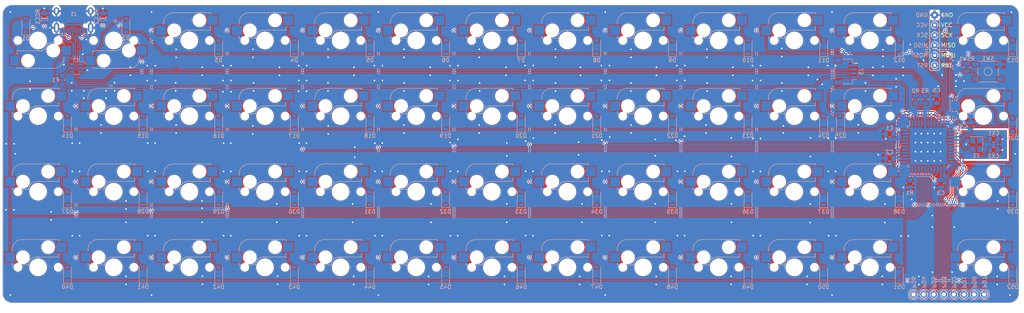
<source format=kicad_pcb>
(kicad_pcb (version 20221018) (generator pcbnew)
  (layers (0 "F.Cu" signal) (31 "B.Cu" signal) (34 "B.Paste" user) (35 "F.Paste" user) (36 "B.SilkS" user "B.Silkscreen") (37 "F.SilkS" user "F.Silkscreen") (38 "B.Mask" user) (39 "F.Mask" user) (44 "Edge.Cuts" user))
  (net 0 "")
  (net 1 "Net-(U1-UCAP)")
  (net 2 "GND")
  (net 3 "VCC")
  (net 4 "XTAL2")
  (net 5 "XTAL1")
  (net 6 "Net-(D1-A)")
  (net 7 "Net-(D2-A)")
  (net 8 "row2")
  (net 9 "Net-(D3-A)")
  (net 10 "Net-(D4-A)")
  (net 11 "Net-(D5-A)")
  (net 12 "Net-(D6-A)")
  (net 13 "Net-(D7-A)")
  (net 14 "Net-(D8-A)")
  (net 15 "Net-(D9-A)")
  (net 16 "Net-(D10-A)")
  (net 17 "Net-(D11-A)")
  (net 18 "Net-(D12-A)")
  (net 19 "Net-(D13-A)")
  (net 20 "Net-(D14-A)")
  (net 21 "Net-(D15-A)")
  (net 22 "Net-(D16-A)")
  (net 23 "Net-(D17-A)")
  (net 24 "Net-(D18-A)")
  (net 25 "Net-(D19-A)")
  (net 26 "Net-(D20-A)")
  (net 27 "Net-(D21-A)")
  (net 28 "Net-(D22-A)")
  (net 29 "Net-(D23-A)")
  (net 30 "Net-(D24-A)")
  (net 31 "Net-(D25-A)")
  (net 32 "Net-(D26-A)")
  (net 33 "Net-(D27-A)")
  (net 34 "Net-(D28-A)")
  (net 35 "Net-(D29-A)")
  (net 36 "Net-(D30-A)")
  (net 37 "Net-(D31-A)")
  (net 38 "Net-(D32-A)")
  (net 39 "Net-(D33-A)")
  (net 40 "Net-(D34-A)")
  (net 41 "Net-(D35-A)")
  (net 42 "Net-(D36-A)")
  (net 43 "Net-(D37-A)")
  (net 44 "Net-(D38-A)")
  (net 45 "Net-(D39-A)")
  (net 46 "Net-(D40-A)")
  (net 47 "Net-(D41-A)")
  (net 48 "Net-(D42-A)")
  (net 49 "Net-(D43-A)")
  (net 50 "Net-(D44-A)")
  (net 51 "Net-(D45-A)")
  (net 52 "Net-(D46-A)")
  (net 53 "Net-(D47-A)")
  (net 54 "Net-(D48-A)")
  (net 55 "Net-(D49-A)")
  (net 56 "Net-(D50-A)")
  (net 57 "Net-(D51-A)")
  (net 58 "Net-(D52-A)")
  (net 59 "VBUS")
  (net 60 "DBUS-")
  (net 61 "DBUS+")
  (net 62 "col0")
  (net 63 "col3")
  (net 64 "col4")
  (net 65 "col5")
  (net 66 "col6")
  (net 67 "col7")
  (net 68 "col8")
  (net 69 "col9")
  (net 70 "Net-(U1-~{HWB}{slash}PE2)")
  (net 71 "D+")
  (net 72 "D-")
  (net 73 "Net-(J1-CC1)")
  (net 74 "Net-(J1-CC2)")
  (net 75 "ISP_Reset")
  (net 79 "row3")
  (net 80 "row0")
  (net 81 "row1")
  (net 82 "col11{slash}miso")
  (net 83 "col10{slash}mosi")
  (net 84 "col12{slash}sck")
  (net 85 "col1")
  (net 86 "col2")
  (net 87 "extra1")
  (net 88 "extra2")
  (net 89 "extra3")
  (net 90 "extra4")
  (net 91 "extra5")
  (net 92 "extra6")
  (net 93 "extra7")
  (net 94 "extra8")
  (footprint "MX_Only:MXOnly-1U-Hotswap" (layer "F.Cu") (at 72.628186 86.915698)
    (fp_text reference "MX42")
    (fp_text value "MX-NoLED")
  )
  (footprint "MX_Only:MXOnly-1U-Hotswap" (layer "F.Cu") (at 186.928282 29.76565)
    (fp_text reference "MX9")
    (fp_text value "MX-NoLED")
  )
  (footprint "MX_Only:MXOnly-1U-Hotswap" (layer "F.Cu") (at 72.628186 29.76565)
    (fp_text reference "MX3")
    (fp_text value "MX-NoLED")
  )
  (footprint "MX_Only:MXOnly-1U-Hotswap" (layer "F.Cu") (at 53.57817 86.915698)
    (fp_text reference "MX41")
    (fp_text value "MX-NoLED")
  )
  (footprint "MX_Only:MXOnly-1U-Hotswap" (layer "F.Cu") (at 244.07833 48.815666)
    (fp_text reference "MX25")
    (fp_text value "MX-NoLED")
  )
  (footprint "MX_Only:MXOnly-1U-Hotswap" (layer "F.Cu") (at 186.928282 48.815666)
    (fp_text reference "MX22")
    (fp_text value "MX-NoLED")
  )
  (footprint "MX_Only:MXOnly-1U-Hotswap" (layer "F.Cu") (at 205.978298 86.915698)
    (fp_text reference "MX49")
    (fp_text value "MX-NoLED")
  )
  (footprint "MX_Only:MXOnly-1U-Hotswap" (layer "F.Cu") (at 205.978298 29.76565)
    (fp_text reference "MX10")
    (fp_text value "MX-NoLED")
  )
  (footprint "MX_Only:MXOnly-1U-Hotswap" (layer "F.Cu") (at 129.778234 48.815666)
    (fp_text reference "MX19")
    (fp_text value "MX-NoLED")
  )
  (footprint "MX_Only:MXOnly-1U-Hotswap" (layer "F.Cu") (at 167.878266 48.815666)
    (fp_text reference "MX21")
    (fp_text value "MX-NoLED")
  )
  (footprint "MX_Only:MXOnly-1U-Hotswap" (layer "F.Cu") (at 72.628186 48.815666)
    (fp_text reference "MX16")
    (fp_text value "MX-NoLED")
  )
  (footprint "MX_Only:MXOnly-1U-Hotswap" (layer "F.Cu") (at 129.778234 67.865682)
    (fp_text reference "MX32")
    (fp_text value "MX-NoLED")
  )
  (footprint "MX_Only:MXOnly-1U-Hotswap" (layer "F.Cu") (at 167.878266 29.76565)
    (fp_text reference "MX8")
    (fp_text value "MX-NoLED")
  )
  (footprint "MX_Only:MXOnly-1U-Hotswap" (layer "F.Cu") (at 148.82825 67.865682)
    (fp_text reference "MX33")
    (fp_text value "MX-NoLED")
  )
  (footprint "MX_Only:MXOnly-1U-Hotswap" (layer "F.Cu") (at 225.028314 67.865682)
    (fp_text reference "MX37")
    (fp_text value "MX-NoLED")
  )
  (footprint "MX_Only:MXOnly-1U-Hotswap" (layer "F.Cu") (at 167.878266 67.865682)
    (fp_text reference "MX34")
    (fp_text value "MX-NoLED")
  )
  (footprint "MX_Only:MXOnly-1U-Hotswap" (layer "F.Cu") (at 53.57817 67.865682)
    (fp_text reference "MX28")
    (fp_text value "MX-NoLED")
  )
  (footprint "MX_Only:MXOnly-1U-Hotswap" (layer "F.Cu") (at 167.878266 86.915698)
    (fp_text reference "MX47")
    (fp_text value "MX-NoLED")
  )
  (footprint "MX_Only:MXOnly-1U-Hotswap" (layer "F.Cu") (at 129.778234 86.915698)
    (fp_text reference "MX45")
    (fp_text value "MX-NoLED")
  )
  (footprint "MX_Only:MXOnly-1U-Hotswap" (layer "F.Cu") (at 91.678202 29.76565)
    (fp_text reference "MX4")
    (fp_text value "MX-NoLED")
  )
  (footprint "MX_Only:MXOnly-1U-Hotswap" (layer "F.Cu") (at 72.628186 67.865682)
    (fp_text reference "MX29")
    (fp_text value "MX-NoLED")
  )
  (footprint "MX_Only:MXOnly-1U-Hotswap" (layer "F.Cu") (at 148.82825 29.76565)
    (fp_text reference "MX7")
    (fp_text value "MX-NoLED")
  )
  (footprint "MX_Only:MXOnly-1U-Hotswap" (layer "F.Cu") (at 110.728218 48.815666)
    (fp_text reference "MX18")
    (fp_text value "MX-NoLED")
  )
  (footprint "MX_Only:MXOnly-1U-Hotswap" (layer "F.Cu") (at 272.653354 67.865682)
    (fp_text reference "MX39")
    (fp_text value "MX-NoLED")
  )
  (footprint "MX_Only:MXOnly-1U-Hotswap" (layer "F.Cu") (at 225.028314 48.815666)
    (fp_text reference "MX24")
    (fp_text value "MX-NoLED")
  )
  (footprint "MX_Only:MXOnly-1U-Hotswap" (layer "F.Cu") (at 91.678202 86.915698)
    (fp_text reference "MX43")
    (fp_text value "MX-NoLED")
  )
  (footprint "MX_Only:MXOnly-1U-Hotswap" (layer "F.Cu") (at 272.653354 29.76565)
    (fp_text reference "MX13")
    (fp_text value "MX-NoLED")
  )
  (footprint "MX_Only:MXOnly-1U-Hotswap" (layer "F.Cu") (at 129.778234 29.76565)
    (fp_text reference "MX6")
    (fp_text value "MX-NoLED")
  )
  (footprint "MX_Only:MXOnly-1U-Hotswap" (layer "F.Cu") (at 205.978298 67.865682)
    (fp_text reference "MX36")
    (fp_text value "MX-NoLED")
  )
  (footprint "MX_Only:MXOnly-1U-Hotswap" (layer "F.Cu") (at 91.678202 67.865682)
    (fp_text reference "MX30")
    (fp_text value "MX-NoLED")
  )
  (footprint "MX_Only:MXOnly-1U-Hotswap" (layer "F.Cu") (at 186.928282 67.865682)
    (fp_text reference "MX35")
    (fp_text value "MX-NoLED")
  )
  (footprint "MX_Only:MXOnly-1U-Hotswap" (layer "F.Cu") (at 53.57817 48.815666)
    (fp_text reference "MX15")
    (fp_text value "MX-NoLED")
  )
  (footprint "MX_Only:MXOnly-1U-Hotswap" (layer "F.Cu") (at 186.928282 86.915698)
    (fp_text reference "MX48")
    (fp_text value "MX-NoLED")
  )
  (footprint "MX_Only:MXOnly-1U-Hotswap" (layer "F.Cu") (at 110.728218 67.865682)
    (fp_text reference "MX31")
    (fp_text value "MX-NoLED")
  )
  (footprint "MX_Only:MXOnly-1U-Hotswap" (layer "F.Cu") (at 91.678202 48.815666)
    (fp_text reference "MX17")
    (fp_text value "MX-NoLED")
  )
  (footprint "MX_Only:MXOnly-1U-Hotswap" (layer "F.Cu") (at 244.07833 86.915698)
    (fp_text reference "MX51")
    (fp_text value "MX-NoLED")
  )
  (footprint "MX_Only:MXOnly-1U-Hotswap" (layer "F.Cu") (at 110.728218 86.915698)
    (fp_text reference "MX44")
    (fp_text value "MX-NoLED")
  )
  (footprint "MX_Only:MXOnly-1U-Hotswap" (layer "F.Cu") (at 34.528154 67.865682)
    (fp_text reference "MX27")
    (fp_text value "MX-NoLED")
  )
  (footprint "MX_Only:MXOnly-1U-Hotswap" (layer "F.Cu") (at 34.528154 86.915698)
    (fp_text reference "MX40")
    (fp_text value "MX-NoLED")
  )
  (footprint "MX_Only:MXOnly-1U-Hotswap" (layer "F.Cu") (at 244.07833 29.76565)
    (fp_text reference "MX12")
    (fp_text value "MX-NoLED")
  )
  (footprint "MX_Only:MXOnly-1U-Hotswap" (layer "F.Cu") (at 225.028314 29.76565)
    (fp_text reference "MX11")
    (fp_text value "MX-NoLED")
  )
  (footprint "MX_Only:MXOnly-1U-Hotswap" (layer "F.Cu") (at 205.978298 48.815666)
    (fp_text reference "MX23")
    (fp_text value "MX-NoLED")
  )
  (footprint "MX_Only:MXOnly-1U-Hotswap" (layer "F.Cu") (at 272.653354 86.915698)
    (fp_text reference "MX52")
    (fp_text value "MX-NoLED")
  )
  (footprint "MX_Only:MXOnly-1U-Hotswap" (layer "F.Cu") (at 53.57817 29.76565 180)
    (fp_text reference "MX2")
    (fp_text value "MX-NoLED")
  )
  (footprint "MX_Only:MXOnly-1U-Hotswap" (layer "F.Cu") (at 225.028314 86.915698)
    (fp_text reference "MX50")
    (fp_text value "MX-NoLED")
  )
  (footprint "MX_Only:MXOnly-1U-Hotswap" (layer "F.Cu") (at 148.82825 48.815666)
    (fp_text reference "MX20")
    (fp_text value "MX-NoLED")
  )
  (footprint "MX_Only:MXOnly-1U-Hotswap" (layer "F.Cu") (at 272.653354 48.815666)
    (fp_text reference "MX26")
    (fp_text value "MX-NoLED")
  )
  (footprint "MX_Only:MXOnly-1U-Hotswap" (layer "F.Cu") (at 34.528154 29.76565 180)
    (fp_text reference "MX1")
    (fp_text value "MX-NoLED")
  )
  (footprint "MX_Only:MXOnly-1U-Hotswap" (layer "F.Cu") (at 244.07833 67.865682)
    (fp_text reference "MX38")
    (fp_text value "MX-NoLED")
  )
  (footprint "MX_Only:MXOnly-1U-Hotswap" (layer "F.Cu") (at 110.728218 29.76565)
    (fp_text reference "MX5")
    (fp_text value "MX-NoLED")
  )
  (footprint "MX_Only:MXOnly-1U-Hotswap" (layer "F.Cu") (at 148.82825 86.915698)
    (fp_text reference "MX46")
    (fp_text value "MX-NoLED")
  )
  (footprint "MX_Only:MXOnly-1U-Hotswap" (layer "F.Cu") (at 34.528154 48.815666)
    (fp_text reference "MX14")
    (fp_text value "MX-NoLED")
  )
  (footprint "Diode_SMD:D_SOD-123" (layer "B.Cu") (at 156.225 31.425 90)
    (fp_text reference "D7")
    (fp_text value "D_Small")
  )
  (footprint "Capacitor_SMD:C_0805_2012Metric" (layer "B.Cu") (at 269.45 51.35 90)
    (fp_text reference "C4")
    (fp_text value ".1uF")
  )
  (footprint "Resistor_SMD:R_0805_2012Metric" (layer "B.Cu") (at 268.45 36.55 90)
    (fp_text reference "RSW1")
    (fp_text value "10k")
  )
  (footprint "Diode_SMD:D_SOD-123" (layer "B.Cu") (at 175.275 31.425 90)
    (fp_text reference "D8")
    (fp_text value "D_Small")
  )
  (footprint "Diode_SMD:D_SOD-123" (layer "B.Cu") (at 41.925 50.475 90)
    (fp_text reference "D14")
    (fp_text value "D_Small")
  )
  (footprint "Diode_SMD:D_SOD-123" (layer "B.Cu") (at 194.325 69.55 90)
    (fp_text reference "D35")
    (fp_text value "D_Small")
  )
  (footprint "Diode_SMD:D_SOD-123" (layer "B.Cu") (at 232.425 31.425 90)
    (fp_text reference "D11")
    (fp_text value "D_Small")
  )
  (footprint "Fuse:Fuse_0805_2012Metric_Pad1.15x1.40mm_HandSolder" (layer "B.Cu") (at 40.55 39.725 90)
    (fp_text reference "F1")
    (fp_text value ".5A")
  )
  (footprint "Diode_SMD:D_SOD-123" (layer "B.Cu") (at 280.05 69.55 90)
    (fp_text reference "D39")
    (fp_text value "D_Small")
  )
  (footprint "Diode_SMD:D_SOD-123" (layer "B.Cu") (at 156.225 88.55 90)
    (fp_text reference "D46")
    (fp_text value "D_Small")
  )
  (footprint "Diode_SMD:D_SOD-123" (layer "B.Cu") (at 41.925 88.55 90)
    (fp_text reference "D40")
    (fp_text value "D_Small")
  )
  (footprint "Capacitor_SMD:C_0805_2012Metric" (layer "B.Cu") (at 275.25 54.65)
    (fp_text reference "CX1")
    (fp_text value "22pF")
  )
  (footprint "Capacitor_SMD:C_0805_2012Metric" (layer "B.Cu") (at 249.025 53.325 180)
    (fp_text reference "C1")
    (fp_text value "10uF")
  )
  (footprint "acheron_Connectors:TYPE-C-31-M-12" (layer "B.Cu") (at 43.457849 28.064085)
    (fp_text reference "J1")
    (fp_text value "TYPE-C-31-M12_13")
  )
  (footprint "Diode_SMD:D_SOD-123" (layer "B.Cu") (at 99.075 31.425 90)
    (fp_text reference "D4")
    (fp_text value "D_Small")
  )
  (footprint "Crystal:Crystal_SMD_3225-4Pin_3.2x2.5mm" (layer "B.Cu") (at 270.85 56.025 -90)
    (fp_text reference "Y1")
    (fp_text value "16MHz")
  )
  (footprint "Capacitor_SMD:C_0805_2012Metric" (layer "B.Cu") (at 249.025 59.375 180)
    (fp_text reference "C2")
    (fp_text value ".1uF")
  )
  (footprint "Diode_SMD:D_SOD-123" (layer "B.Cu") (at 80.025 69.55 90)
    (fp_text reference "D29")
    (fp_text value "D_Small")
  )
  (footprint "Diode_SMD:D_SOD-123" (layer "B.Cu") (at 232.425 50.475 90)
    (fp_text reference "D24")
    (fp_text value "D_Small")
  )
  (footprint "Diode_SMD:D_SOD-123" (layer "B.Cu") (at 118.125 69.55 90)
    (fp_text reference "D31")
    (fp_text value "D_Small")
  )
  (footprint "Diode_SMD:D_SOD-123" (layer "B.Cu") (at 137.175 88.55 90)
    (fp_text reference "D45")
    (fp_text value "D_Small")
  )
  (footprint "Diode_SMD:D_SOD-123" (layer "B.Cu") (at 80.025 50.475 90)
    (fp_text reference "D16")
    (fp_text value "D_Small")
  )
  (footprint "Diode_SMD:D_SOD-123" (layer "B.Cu") (at 60.975 88.55 90)
    (fp_text reference "D41")
    (fp_text value "D_Small")
  )
  (footprint "Diode_SMD:D_SOD-123" (layer "B.Cu") (at 280.05 31.425 90)
    (fp_text reference "D13")
    (fp_text value "D_Small")
  )
  (footprint "Diode_SMD:D_SOD-123" (layer "B.Cu") (at 213.375 88.55 90)
    (fp_text reference "D49")
    (fp_text value "D_Small")
  )
  (footprint "Resistor_SMD:R_0805_2012Metric" (layer "B.Cu") (at 257.975 44.65 -90)
    (fp_text reference "R3")
    (fp_text value "22")
  )
  (footprint "Diode_SMD:D_SOD-123" (layer "B.Cu") (at 251.475 88.55 90)
    (fp_text reference "D51")
    (fp_text value "D_Small")
  )
  (footprint "Diode_SMD:D_SOD-123" (layer "B.Cu") (at 232.425 88.55 90)
    (fp_text reference "D50")
    (fp_text value "D_Small")
  )
  (footprint "Capacitor_SMD:C_0805_2012Metric" (layer "B.Cu") (at 260.875 44.575 90)
    (fp_text reference "C5")
    (fp_text value "1uF")
  )
  (footprint "Diode_SMD:D_SOD-123" (layer "B.Cu") (at 280.05 88.55 90)
    (fp_text reference "D52")
    (fp_text value "D_Small")
  )
  (footprint "Resistor_SMD:R_0805_2012Metric" (layer "B.Cu") (at 255.55 44.65 90)
    (fp_text reference "R2")
    (fp_text value "22")
  )
  (footprint "Diode_SMD:D_SOD-123" (layer "B.Cu") (at 232.425 69.55 90)
    (fp_text reference "D37")
    (fp_text value "D_Small")
  )
  (footprint "Diode_SMD:D_SOD-123" (layer "B.Cu") (at 80.025 31.425 90)
    (fp_text reference "D3")
    (fp_text value "D_Small")
  )
  (footprint "Capacitor_SMD:C_0805_2012Metric" (layer "B.Cu") (at 261.95 65.875 -90)
    (fp_text reference "C3")
    (fp_text value ".1uF")
  )
  (footprint "Diode_SMD:D_SOD-123" (layer "B.Cu") (at 118.125 50.475 90)
    (fp_text reference "D18")
    (fp_text value "D_Small")
  )
  (footprint "Diode_SMD:D_SOD-123" (layer "B.Cu") (at 60.975 69.55 90)
    (fp_text reference "D28")
    (fp_text value "D_Small")
  )
  (footprint "Diode_SMD:D_SOD-123" (layer "B.Cu") (at 137.175 69.55 90)
    (fp_text reference "D32")
    (fp_text value "D_Small")
  )
  (footprint "Resistor_SMD:R_0805_2012Metric" (layer "B.Cu") (at 50.85 23.825 -90)
    (fp_text reference "RCC2")
    (fp_text value "5.1k")
  )
  (footprint "Diode_SMD:D_SOD-123" (layer "B.Cu") (at 118.125 31.425 90)
    (fp_text reference "D5")
    (fp_text value "D_Small")
  )
  (footprint "Diode_SMD:D_SOD-123" (layer "B.Cu") (at 41.925 69.55 90)
    (fp_text reference "D27")
    (fp_text value "D_Small")
  )
  (footprint "Diode_SMD:D_SOD-123" (layer "B.Cu") (at 194.325 88.55 90)
    (fp_text reference "D48")
    (fp_text value "D_Small")
  )
  (footprint "Diode_SMD:D_SOD-123" (layer "B.Cu") (at 175.275 69.55 90)
    (fp_text reference "D34")
    (fp_text value "D_Small")
  )
  (footprint "Diode_SMD:D_SOD-123" (layer "B.Cu") (at 156.225 50.475 90)
    (fp_text reference "D20")
    (fp_text value "D_Small")
  )
  (footprint "Connector_JST:JST_SH_SM04B-SRSS-TB_1x04-1MP_P1.00mm_Horizontal" (layer "B.Cu") (at 237.9 37.55 90)
    (fp_text reference "J3")
    (fp_text value "4PIN")
  )
  (footprint "Diode_SMD:D_SOD-123" (layer "B.Cu") (at 137.175 50.475 90)
    (fp_text reference "D19")
    (fp_text value "D_Small")
  )
  (footprint "Resistor_SMD:R_0805_2012Metric" (layer "B.Cu") (at 254.125 65.8625 90)
    (fp_text reference "R1")
    (fp_text value "10k")
  )
  (footprint "Connector_PinSocket_2.54mm:PinSocket_1x08_P2.54mm_Vertical" (layer "B.Cu") (at 255.075 93.75 -90)
    (fp_text reference "J5")
    (fp_text value "Conn_01x08")
  )
  (footprint "Diode_SMD:D_SOD-123" (layer "B.Cu") (at 137.175 31.425 90)
    (fp_text reference "D6")
    (fp_text value "D_Small")
  )
  (footprint "Diode_SMD:D_SOD-123" (layer "B.Cu") (at 251.475 31.425 90)
    (fp_text reference "D12")
    (fp_text value "D_Small")
  )
  (footprint "Diode_SMD:D_SOD-123" (layer "B.Cu") (at 99.075 69.55 90)
    (fp_text reference "D30")
    (fp_text value "D_Small")
  )
  (footprint "Diode_SMD:D_SOD-123" (layer "B.Cu") (at 56.675 25.95 90)
    (fp_text reference "D2")
    (fp_text value "D_Small")
  )
  (footprint "Capacitor_SMD:C_0805_2012Metric" (layer "B.Cu") (at 275.25 57.35)
    (fp_text reference "CX2")
    (fp_text value "22pF")
  )
  (footprint "Diode_SMD:D_SOD-123" (layer "B.Cu") (at 156.225 69.55 90)
    (fp_text reference "D33")
    (fp_text value "D_Small")
  )
  (footprint "Diode_SMD:D_SOD-123" (layer "B.Cu") (at 194.325 50.475 90)
    (fp_text reference "D22")
    (fp_text value "D_Small")
  )
  (footprint "Resistor_SMD:R_0805_2012Metric" (layer "B.Cu") (at 36.1 23.825 -90)
    (fp_text reference "RCC1")
    (fp_text value "5.1k")
  )
  (footprint "Diode_SMD:D_SOD-123" (layer "B.Cu") (at 213.375 69.55 90)
    (fp_text reference "D36")
    (fp_text value "D_Small")
  )
  (footprint "Package_QFP:TQFP-44_10x10mm_P0.8mm" (layer "B.Cu") (at 258.75 56.425 -90)
    (fp_text reference "U1")
    (fp_text value "ATmega32U4-A")
  )
  (footprint "Diode_SMD:D_SOD-123" (layer "B.Cu") (at 99.075 88.55 90)
    (fp_text reference "D43")
    (fp_text value "D_Small")
  )
  (footprint "Diode_SMD:D_SOD-123" (layer "B.Cu") (at 175.275 88.55 90)
    (fp_text reference "D47")
    (fp_text value "D_Small")
  )
  (footprint "Diode_SMD:D_SOD-123" (layer "B.Cu") (at 194.325 31.425 90)
    (fp_text reference "D9")
    (fp_text value "D_Small")
  )
  (footprint "Diode_SMD:D_SOD-123" (layer "B.Cu") (at 31.45 25.95 90)
    (fp_text reference "D1")
    (fp_text value "D_Small")
  )
  (footprint "marbastlib-various:SOT-23-6-routable" (layer "B.Cu") (at 44.175 36.7 180)
    (fp_text reference "U4")
    (fp_text value "USBLC6-2SC6")
  )
  (footprint "Diode_SMD:D_SOD-123" (layer "B.Cu") (at 175.275 50.475 90)
    (fp_text reference "D21")
    (fp_text value "D_Small")
  )
  (footprint "Diode_SMD:D_SOD-123" (layer "B.Cu") (at 251.475 69.55 90)
    (fp_text reference "D38")
    (fp_text value "D_Small")
  )
  (footprint "Diode_SMD:D_SOD-123" (layer "B.Cu") (at 60.975 50.475 90)
    (fp_text reference "D15")
    (fp_text value "D_Small")
  )
  (footprint "acheron_Connectors:PinHeader_1x6_P2.54mm_Vertical" (layer "B.Cu") (at 260.375 29.7 180)
    (fp_text reference "J2" hide)
    (fp_text value "AVR-ISP-6_mod" hide)
  )
  (footprint "random-keyboard-parts:SKQG-1155865" (layer "B.Cu") (at 273.85 37.625)
    (fp_text reference "SW1")
    (fp_text value "SW_PUSH")
  )
  (footprint "Diode_SMD:D_SOD-123" (layer "B.Cu") (at 213.375 50.475 90)
    (fp_text reference "D23")
    (fp_text value "D_Small")
  )
  (footprint "Diode_SMD:D_SOD-123" (layer "B.Cu") (at 236.675 50.475 90)
    (fp_text reference "D25")
    (fp_text value "D_Small")
  )
  (footprint "Diode_SMD:D_SOD-123" (layer "B.Cu") (at 80.025 88.55 90)
    (fp_text reference "D42")
    (fp_text value "D_Small")
  )
  (footprint "Diode_SMD:D_SOD-123" (layer "B.Cu") (at 280.05 51 90)
    (fp_text reference "D26")
    (fp_text value "D_Small")
  )
  (footprint "Diode_SMD:D_SOD-123" (layer "B.Cu") (at 213.375 31.425 90)
    (fp_text reference "D10")
    (fp_text value "D_Small")
  )
  (footprint "Diode_SMD:D_SOD-123" (layer "B.Cu") (at 118.125 88.55 90)
    (fp_text reference "D44")
    (fp_text value "D_Small")
  )
  (footprint "Diode_SMD:D_SOD-123" (layer "B.Cu") (at 99.075 50.475 90)
    (fp_text reference "D17")
    (fp_text value "D_Small")
  )
  (gr_arc (start 281.583049 93.464141) (mid 280.885596 95.14794) (end 279.201797 95.845393) (stroke (width 0.1)) (layer "Edge.Cuts"))
  (gr_line (start 281.58305 23.217206) (end 281.583049 93.464141) (stroke (width 0.1)) (layer "Edge.Cuts"))
  (gr_line (start 25.598459 93.464141) (end 25.598459 23.217207) (stroke (width 0.1)) (layer "Edge.Cuts"))
  (gr_arc (start 279.201798 20.835954) (mid 280.885597 21.533407) (end 281.58305 23.217206) (stroke (width 0.1)) (layer "Edge.Cuts"))
  (gr_line (start 279.201797 95.845393) (end 27.979711 95.845393) (stroke (width 0.1)) (layer "Edge.Cuts"))
  (gr_arc (start 25.598459 23.217207) (mid 26.295912 21.533408) (end 27.979711 20.835955) (stroke (width 0.1)) (layer "Edge.Cuts"))
  (gr_line (start 27.979711 20.835955) (end 279.201798 20.835954) (stroke (width 0.1)) (layer "Edge.Cuts"))
  (gr_arc (start 27.979711 95.845393) (mid 26.295912 95.14794) (end 25.598459 93.464141) (stroke (width 0.1)) (layer "Edge.Cuts"))
  (segment (start 258.75 50.725) (end 258.75 47.65) (width 0.254) (layer "B.Cu") (net 1))
  (segment (start 258.75 47.65) (end 260.875 45.525) (width 0.254) (layer "B.Cu") (net 1))
  (segment (start 114.1 36.525) (end 114.1 38.55) (width 0.254) (layer "F.Cu") (net 2))
  (segment (start 190.225 89.2) (end 190.225 91.225) (width 0.254) (layer "F.Cu") (net 2))
  (segment (start 94.65 70.925) (end 94.65 74.525) (width 0.254) (layer "F.Cu") (net 2))
  (segment (start 190 70.925) (end 190 74.525) (width 0.254) (layer "F.Cu") (net 2))
  (segment (start 88.675 31.975) (end 88.675 34) (width 0.254) (layer "F.Cu") (net 2))
  (segment (start 164.875 31.975) (end 164.875 34) (width 0.254) (layer "F.Cu") (net 2))
  (segment (start 113.775 70.925) (end 113.775 74.525) (width 0.254) (layer "F.Cu") (net 2))
  (segment (start 241.15 51.025) (end 241.15 53.05) (width 0.254) (layer "F.Cu") (net 2))
  (segment (start 259.8 76.775) (end 265.325 76.775) (width 0.254) (layer "F.Cu") (net 2))
  (segment (start 248.075 54.5) (end 248.075 58.6) (width 0.254) (layer "F.Cu") (net 2))
  (segment (start 88.575 51.05) (end 88.575 53.075) (width 0.254) (layer "F.Cu") (net 2))
  (segment (start 183.85 40.475) (end 183.85 42.5) (width 0.254) (layer "F.Cu") (net 2))
  (segment (start 203 31.975) (end 203 34) (width 0.254) (layer "F.Cu") (net 2))
  (segment (start 37.825 72.925) (end 37.825 74.95) (width 0.254) (layer "F.Cu") (net 2))
  (segment (start 126.675 51.05) (end 126.675 53.075) (width 0.254) (layer "F.Cu") (net 2))
  (segment (start 229.1 54.65) (end 229.1 58.25) (width 0.254) (layer "F.Cu") (net 2))
  (segment (start 203.05 40.475) (end 203.05 42.5) (width 0.254) (layer "F.Cu") (net 2))
  (segment (start 152.6 55.85) (end 152.6 55.575) (width 0.254) (layer "F.Cu") (net 2))
  (segment (start 221.9 40.475) (end 221.9 42.5) (width 0.254) (layer "F.Cu") (net 2))
  (segment (start 45.775 35.25) (end 45.775 33.225) (width 0.254) (layer "F.Cu") (net 2))
  (segment (start 69.3 32) (end 69.3 34.025) (width 0.254) (layer "F.Cu") (net 2))
  (segment (start 209.175 54.325) (end 209.175 57.925) (width 0.254) (layer "F.Cu") (net 2))
  (segment (start 107.575 31.975) (end 107.575 34) (width 0.254) (layer "F.Cu") (net 2))
  (segment (start 50.4 51.05) (end 50.4 53.075) (width 0.254) (layer "F.Cu") (net 2))
  (segment (start 152.6 70.925) (end 152.6 74.525) (width 0.254) (layer "F.Cu") (net 2))
  (segment (start 209.2 74.525) (end 209.2 75.575) (width 0.254) (layer "F.Cu") (net 2))
  (segment (start 45.15 35.875) (end 45.775 35.25) (width 0.254) (layer "F.Cu") (net 2))
  (segment (start 133.525 74.525) (end 133.525 75.575) (width 0.254) (layer "F.Cu") (net 2))
  (segment (start 221.875 31.7875) (end 221.875 33.8125) (width 0.254) (layer "F.Cu") (net 2))
  (segment (start 170.975 89.2) (end 170.975 91.225) (width 0.254) (layer "F.Cu") (net 2))
  (segment (start 94.65 74.525) (end 94.65 75.575) (width 0.254) (layer "F.Cu") (net 2))
  (segment (start 244.825 36.55) (end 244.825 38.575) (width 0.254) (layer "F.Cu") (net 2))
  (segment (start 254.6 72.575) (end 255.9 73.875) (width 0.254) (layer "F.Cu") (net 2))
  (segment (start 114.025 89.2) (end 114.025 91.225) (width 0.254) (layer "F.Cu") (net 2))
  (segment (start 126.75 40.45) (end 126.75 42.475) (width 0.254) (layer "F.Cu") (net 2))
  (segment (start 247.175 89.2) (end 247.175 91.225) (width 0.254) (layer "F.Cu") (net 2))
  (segment (start 164.85 40.475) (end 164.85 42.5) (width 0.254) (layer "F.Cu") (net 2))
  (segment (start 171.55 74.525) (end 171.55 75.575) (width 0.254) (layer "F.Cu") (net 2))
  (segment (start 209.2 70.925) (end 209.2 74.525) (width 0.254) (layer "F.Cu") (net 2))
  (segment (start 229.025 74.6) (end 229.025 75.65) (width 0.254) (layer "F.Cu") (net 2))
  (segment (start 183.875 31.975) (end 183.875 34) (width 0.254) (layer "F.Cu") (net 2))
  (segment (start 209.125 89.2) (end 209.125 91.225) (width 0.254) (layer "F.Cu") (net 2))
  (segment (start 190.3 36.525) (end 190.3 38.55) (width 0.254) (layer "F.Cu") (net 2))
  (segment (start 259.825 88.125) (end 264.775 88.125) (width 0.254) (layer "F.Cu") (net 2))
  (segment (start 209.175 57.925) (end 209.175 58.975) (width 0.254) (layer "F.Cu") (net 2))
  (segment (start 152.4 36.525) (end 152.4 38.55) (width 0.254) (layer "F.Cu") (net 2))
  (segment (start 133.325 36.525) (end 133.325 38.55) (width 0.254) (layer "F.Cu") (net 2))
  (segment (start 252.45 36.55) (end 252.45 38.575) (width 0.254) (layer "F.Cu") (net 2))
  (segment (start 133.525 70.925) (end 133.525 74.525) (width 0.254) (layer "F.Cu") (net 2))
  (segment (start 171.15 36.525) (end 171.15 38.55) (width 0.254) (layer "F.Cu") (net 2))
  (segment (start 113.775 74.525) (end 113.775 75.575) (width 0.254) (layer "F.Cu") (net 2))
  (segment (start 75.95 89.175) (end 75.95 91.2) (width 0.254) (layer "F.Cu") (net 2))
  (segment (start 222.25 51.025) (end 222.25 53.05) (width 0.254) (layer "F.Cu") (net 2))
  (segment (start 242.95 40.475) (end 242.95 42.5) (width 0.254) (layer "F.Cu") (net 2))
  (segment (start 250.675 39.425) (end 250.675 41.45) (width 0.254) (layer "F.Cu") (net 2))
  (segment (start 229.025 71) (end 229.025 74.6) (width 0.254) (layer "F.Cu") (net 2))
  (segment (start 228.55 36.525) (end 228.55 38.55) (width 0.254) (layer "F.Cu") (net 2))
  (segment (start 107.55 40.45) (end 107.55 42.475) (width 0.254) (layer "F.Cu") (net 2))
  (segment (start 145.75 40.45) (end 145.75 42.475) (width 0.254) (layer "F.Cu") (net 2))
  (segment (start 126.675 31.975) (end 126.675 34) (width 0.254) (layer "F.Cu") (net 2))
  (segment (start 170.7 58.575) (end 170.7 55.375) (width 0.254) (layer "F.Cu") (net 2))
  (segment (start 190 58.8125) (end 190 54.6875) (width 0.254) (layer "F.Cu") (net 2))
  (segment (start 261.25 41.3) (end 265.75 41.3) (width 0.254) (layer "F.Cu") (net 2))
  (segment (start 57.8 36.5) (end 57.8 38.525) (width 0.254) (layer "F.Cu") (net 2))
  (segment (start 229.1 58.25) (end 229.1 59.3) (width 0.254) (layer "F.Cu") (net 2))
  (segment (start 254.6 72.575) (end 254.6 69.825) (width 0.254) (layer "F.Cu") (net 2))
  (segment (start 145.625 51.3) (end 145.625 53.075) (width 0.254) (layer "F.Cu") (net 2))
  (segment (start 255.9 73.875) (end 258.975 73.875) (width 0.254) (layer "F.Cu") (net 2))
  (segment (start 202.775 51.05) (end 202.775 53.075) (width 0.254) (layer "F.Cu") (net 2))
  (segment (start 232.05 40.8) (end 230.845518 39.595518) (width 0.254) (layer "F.Cu") (net 2))
  (segment (start 69.3 51.05) (end 69.3 53.075) (width 0.254) (layer "F.Cu") (net 2))
  (segment (start 247.85 74.6) (end 247.85 75.65) (width 0.254) (layer "F.Cu") (net 2))
  (segment (start 75.825 70.175) (end 75.825 75.575) (width 0.254) (layer "F.Cu") (net 2))
  (segment (start 190 74.525) (end 190 75.575) (width 0.254) (layer "F.Cu") (net 2))
  (segment (start 94.85 89.175) (end 94.85 91.2) (width 0.254) (layer "F.Cu") (net 2))
  (segment (start 183.875 51.05) (end 183.875 53.075) (width 0.254) (layer "F.Cu") (net 2))
  (segment (start 114.3 59.175) (end 114.3 56.65) (width 0.254) (layer "F.Cu") (net 2))
  (segment (start 88.8 40.425) (end 88.8 42.45) (width 0.254) (layer "F.Cu") (net 2))
  (segment (start 107.625 51.3) (end 107.625 53.325) (width 0.254) (layer "F.Cu") (net 2))
  (segment (start 152.6 74.525) (end 152.6 75.575) (width 0.254) (layer "F.Cu") (net 2))
  (segment (start 32.5 40.05) (end 32.5 42.075) (width 0.254) (layer "F.Cu") (net 2))
  (segment (start 251.9 79) (end 253.75 79) (width 0.254) (layer "F.Cu") (net 2))
  (segment (start 132.9 89.2) (end 132.9 91.225) (width 0.254) (layer "F.Cu") (net 2))
  (segment (start 171.55 70.925) (end 171.55 74.525) (width 0.254) (layer "F.Cu") (net 2))
  (segment (start 247.85 71) (end 247.85 74.6) (width 0.254) (layer "F.Cu") (net 2))
  (segment (start 145.625 51.05) (end 145.625 51.3) (width 0.254) (layer "F.Cu") (net 2))
  (segment (start 209.55 36.525) (end 209.55 38.55) (width 0.254) (layer "F.Cu") (net 2))
  (segment (start 26.5 55.8) (end 28.525 55.8) (width 0.254) (layer "F.Cu") (net 2))
  (segment (start 258.975 73.875) (end 259.8 73.875) (width 0.254) (layer "F.Cu") (net 2))
  (segment (start 56.675 70.175) (end 56.675 75.575) (width 0.254) (layer "F.Cu") (net 2))
  (segment (start 75.85 36.525) (end 75.85 38.55) (width 0.254) (layer "F.Cu") (net 2))
  (segment (start 262.275 38.45) (end 265.725 38.45) (width 0.254) (layer "F.Cu") (net 2))
  (segment (start 228.25 89.2) (end 228.25 91.225) (width 0.254) (layer "F.Cu") (net 2))
  (segment (start 95.325 36.525) (end 95.325 38.55) (width 0.254) (layer "F.Cu") (net 2))
  (segment (start 247.35 32.075) (end 247.35 33.7603) (width 0.254) (layer "F.Cu") (net 2))
  (segment (start 53.8 40.425) (end 53.8 42.45) (width 0.254) (layer "F.Cu") (net 2))
  (segment (start 276.25 70.175) (end 276.25 72.2) (width 0.254) (layer "F.Cu") (net 2))
  (segment (start 164.775 51.05) (end 164.775 53.075) (width 0.254) (layer "F.Cu") (net 2))
  (segment (start 56.675 89.175) (end 56.675 91.2) (width 0.254) (layer "F.Cu") (net 2))
  (segment (start 145.65 31.975) (end 145.65 34) (width 0.254) (layer "F.Cu") (net 2))
  (segment (start 152.6 58.825) (end 152.6 55.85) (width 0.254) (layer "F.Cu") (net 2))
  (segment (start 26.425 72.4) (end 28.45 72.4) (width 0.254) (layer "F.Cu") (net 2))
  (segment (start 41.025 35.875) (end 45.15 35.875) (width 0.254) (layer "F.Cu") (net 2))
  (segment (start 276.15 89.2) (end 276.15 91.225) (width 0.254) (layer "F.Cu") (net 2))
  (segment (start 69.175 40.425) (end 69.175 42.45) (width 0.254) (layer "F.Cu") (net 2))
  (segment (start 43 40.425) (end 43 42.45) (width 0.254) (layer "F.Cu") (net 2))
  (segment (start 152.025 89.2) (end 152.025 91.225) (width 0.254) (layer "F.Cu") (net 2))
  (via (at 157.225 36.075) (size 0.8128) (drill 0.4064) (layers "F.Cu" "B.Cu") (net 2))
  (via (at 253.75 79) (size 0.8128) (drill 0.4064) (layers "F.Cu" "B.Cu") (net 2))
  (via (at 252.45 38.575) (size 0.8128) (drill 0.4064) (layers "F.Cu" "B.Cu") (net 2))
  (via (at 242.95 42.5) (size 0.8128) (drill 0.4064) (layers "F.Cu" "B.Cu") (net 2))
  (via (at 195.2 54.9) (size 0.8128) (drill 0.4064) (layers "F.Cu" "B.Cu") (net 2))
  (via (at 221.9 40.475) (size 0.8128) (drill 0.4064) (layers "F.Cu" "B.Cu") (net 2))
  (via (at 178.525 54.1) (size 0.8128) (drill 0.4064) (layers "F.Cu" "B.Cu") (net 2))
  (via (at 119.25 36.1) (size 0.8128) (drill 0.4064) (layers "F.Cu" "B.Cu") (net 2))
  (via (at 114.025 89.2) (size 0.8128) (drill 0.4064) (layers "F.Cu" "B.Cu") (net 2))
  (via (at 44.975 78.95) (size 0.8128) (drill 0.4064) (layers "F.Cu" "B.Cu") (net 2))
  (via (at 259.8 76.775) (size 0.8128) (drill 0.4064) (layers "F.Cu" "B.Cu") (net 2))
  (via (at 145.75 40.45) (size 0.8128) (drill 0.4064) (layers "F.Cu" "B.Cu") (net 2))
  (via (at 53.8 40.425) (size 0.8128) (drill 0.4064) (layers "F.Cu" "B.Cu") (net 2))
  (via (at 126.675 53.075) (size 0.8128) (drill 0.4064) (layers "F.Cu" "B.Cu") (net 2))
  (via (at 64 62.75) (size 0.8128) (drill 0.4064) (layers "F.Cu" "B.Cu") (net 2))
  (via (at 83.1 55.625) (size 0.8128) (drill 0.4064) (layers "F.Cu" "B.Cu") (net 2))
  (via (at 258.65 57.775) (size 0.8128) (drill 0.4064) (layers "F.Cu" "B.Cu") (net 2))
  (via (at 183.85 42.5) (size 0.8128) (drill 0.4064) (layers "F.Cu" "B.Cu") (net 2))
  (via (at 260.25 53.25) (size 0.8128) (drill 0.4064) (layers "F.Cu" "B.Cu") (net 2))
  (via (at 176.55 78.925) (size 0.8128) (drill 0.4064) (layers "F.Cu" "B.Cu") (net 2))
  (via (at 259.8 73.875) (size 0.8128) (drill 0.4064) (layers "F.Cu" "B.Cu") (net 2))
  (via (at 83.1 62.75) (size 0.8128) (drill 0.4064) (layers "F.Cu" "B.Cu") (net 2))
  (via (at 209.125 89.2) (size 0.8128) (drill 0.4064) (layers "F.Cu" "B.Cu") (net 2))
  (via (at 27.5 93.875) (size 0.8128) (drill 0.4064) (layers "F.Cu" "B.Cu") (net 2))
  (via (at 195.575 62.725) (size 0.8128) (drill 0.4064) (layers "F.Cu" "B.Cu") (net 2))
  (via (at 230.845518 39.595518) (size 0.8128) (drill 0.4064) (layers "F.Cu" "B.Cu") (net 2))
  (via (at 214.625 62.75) (size 0.8128) (drill 0.4064) (layers "F.Cu" "B.Cu") (net 2))
  (via (at 176.55 62.725) (size 0.8128) (drill 0.4064) (layers "F.Cu" "B.Cu") (net 2))
  (via (at 140.25 62.75) (size 0.8128) (drill 0.4064) (layers "F.Cu" "B.Cu") (net 2))
  (via (at 75.825 72.05) (size 0.8128) (drill 0.4064) (layers "F.Cu" "B.Cu") (net 2))
  (via (at 120.25 93.9) (size 0.8128) (drill 0.4064) (layers "F.Cu" "B.Cu") (net 2))
  (via (at 140.3 36.1) (size 0.8128) (drill 0.4064) (layers "F.Cu" "B.Cu") (net 2))
  (via (at 119.375 78.95) (size 0.8128) (drill 0.4064) (layers "F.Cu" "B.Cu") (net 2))
  (via (at 64 55.625) (size 0.8128) (drill 0.4064) (layers "F.Cu" "B.Cu") (net 2))
  (via (at 178.45 36.075) (size 0.8128) (drill 0.4064) (layers "F.Cu" "B.Cu") (net 2))
  (via (at 261.875 53.2) (size 0.8128) (drill 0.4064) (layers "F.Cu" "B.Cu") (net 2))
  (via (at 255.55 55.475) (size 0.8128) (drill 0.4064) (layers "F.Cu" "B.Cu") (net 2))
  (via (at 267.725 50.45) (size 0.8128) (drill 0.4064) (layers "F.Cu" "B.Cu") (net 2))
  (via (at 119.375 62.75) (size 0.8128) (drill 0.4064) (layers "F.Cu" "B.Cu") (net 2))
  (via (at 178.45 39.825) (size 0.8128) (drill 0.4064) (layers "F.Cu" "B.Cu") (net 2))
  (via (at 138.4 78.95) (size 0.8128) (drill 0.4064) (layers "F.Cu" "B.Cu") (net 2))
  (via (at 233.45 36.1) (size 0.8128) (drill 0.4064) (layers "F.Cu" "B.Cu") (net 2))
  (via (at 214.65 54.475) (size 0.8128) (drill 0.4064) (layers "F.Cu" "B.Cu") (net 2))
  (via (at 261.875 60.05) (size 0.8128) (drill 0.4064) (layers "F.Cu" "B.Cu") (net 2))
  (via (at 190.225 89.2) (size 0.8128) (drill 0.4064) (layers "F.Cu" "B.Cu") (net 2))
  (via (at 183.875 53.075) (size 0.8128) (drill 0.4064) (layers "F.Cu" "B.Cu") (net 2))
  (via (at 170.975 89.2) (size 0.8128) (drill 0.4064) (layers "F.Cu" "B.Cu") (net 2))
  (via (at 100.175 39.85) (size 0.8128) (drill 0.4064) (layers "F.Cu" "B.Cu") (net 2))
  (via (at 46.025 44.3) (size 0.8128) (drill 0.4064) (layers "F.Cu" "B.Cu") (net 2))
  (via (at 257.025 60.1) (size 0.8128) (drill 0.4064) (layers "F.Cu" "B.Cu") (net 2))
  (via (at 157.35 78.925) (size 0.8128) (drill 0.4064) (layers "F.Cu" "B.Cu") (net 2))
  (via (at 56.675 89.175) (size 0.8128) (drill 0.4064) (layers "F.Cu" "B.Cu") (net 2))
  (via (at 121.225 78.95) (size 0.8128) (drill 0.4064) (layers "F.Cu" "B.Cu") (net 2))
  (via (at 176.425 39.825) (size 0.8128) (drill 0.4064) (layers "F.Cu" "B.Cu") (net 2))
  (via (at 100.3 78.95) (size 0.8128) (drill 0.4064) (layers "F.Cu" "B.Cu") (net 2))
  (via (at 107.55 40.45) (size 0.8128) (drill 0.4064) (layers "F.Cu" "B.Cu") (net 2))
  (via (at 75.825 75.575) (size 0.8128) (drill 0.4064) (layers "F.Cu" "B.Cu") (net 2))
  (via (at 62.15 62.75) (size 0.8128) (drill 0.4064) (layers "F.Cu" "B.Cu") (net 2))
  (via (at 260.325 66.825) (size 0.8128) (drill 0.4064) (layers "F.Cu" "B.Cu") (net 2))
  (via (at 152.6 75.575) (size 0.8128) (drill 0.4064) (layers "F.Cu" "B.Cu") (net 2))
  (via (at 62.025 36.1) (size 0.8128) (drill 0.4064) (layers "F.Cu" "B.Cu") (net 2))
  (via (at 138.4 62.75) (size 0.8128) (drill 0.4064) (layers "F.Cu" "B.Cu") (net 2))
  (via (at 133.325 38.55) (size 0.8128) (drill 0.4064) (layers "F.Cu" "B.Cu") (net 2))
  (via (at 37.825 74.95) (size 0.8128) (drill 0.4064) (layers "F.Cu" "B.Cu") (net 2))
  (via (at 197.375 53.875) (size 0.8128) (drill 0.4064) (layers "F.Cu" "B.Cu") (net 2))
  (via (at 63.1 22.625) (size 0.8128) (drill 0.4064) (layers "F.Cu" "B.Cu") (net 2))
  (via (at 171.15 38.55) (size 0.8128) (drill 0.4064) (layers "F.Cu" "B.Cu") (net 2))
  (via (at 102.15 55.625) (size 0.8128) (drill 0.4064) (layers "F.Cu" "B.Cu") (net 2))
  (via (at 95.325 38.55) (size 0.8128) (drill 0.4064) (layers "F.Cu" "B.Cu") (net 2))
  (via (at 235.45 54.425) (size 0.8128) (drill 0.4064) (layers "F.Cu" "B.Cu") (net 2))
  (via (at 229.025 71) (size 0.8128) (drill 0.4064) (layers "F.Cu" "B.Cu") (net 2))
  (via (at 114.3 56.65) (size 0.8128) (drill 0.4064) (layers "F.Cu" "B.Cu") (net 2))
  (via (at 64.05 39.85) (size 0.8128) (drill 0.4064) (layers "F.Cu" "B.Cu") (net 2))
  (via (at 228.25 89.2) (size 0.8128) (drill 0.4064) (layers "F.Cu" "B.Cu") (net 2))
  (via (at 114.1 38.55) (size 0.8128) (drill 0.4064) (layers "F.Cu" "B.Cu") (net 2))
  (via (at 229.025 75.65) (size 0.8128) (drill 0.4064) (layers "F.Cu" "B.Cu") (net 2))
  (via (at 241.15 53.05) (size 0.8128) (drill 0.4064) (layers "F.Cu" "B.Cu") (net 2))
  (via (at 176.55 54.875) (size 0.8128) (drill 0.4064) (layers "F.Cu" "B.Cu") (net 2))
  (via (at 216.525 39.85) (size 0.8128) (drill 0.4064) (layers "F.Cu" "B.Cu") (net 2))
  (via (at 209.2 75.575) (size 0.8128) (drill 0.4064) (layers "F.Cu" "B.Cu") (net 2))
  (via (at 126.675 51.05) (size 0.8128) (drill 0.4064) (layers "F.Cu" "B.Cu") (net 2))
  (via (at 37.5 26.575) (size 0.8128) (drill 0.4064) (layers "F.Cu" "B.Cu") (net 2))
  (via (at 56.675 70.175) (size 0.8128) (drill 0.4064) (layers "F.Cu" "B.Cu") (net 2))
  (via (at 102.175 42.55) (size 0.8128) (drill 0.4064) (layers "F.Cu" "B.Cu") (net 2))
  (via (at 50.4 53.075) (size 0.8128) (drill 0.4064) (layers "F.Cu" "B.Cu") (net 2))
  (via (at 244.825 36.55) (size 0.8128) (drill 0.4064) (layers "F.Cu" "B.Cu") (net 2))
  (via (at 202.775 53.075) (size 0.8128) (drill 0.4064) (layers "F.Cu" "B.Cu") (net 2))
  (via (at 195.575 78.925) (size 0.8128) (drill 0.4064) (layers "F.Cu" "B.Cu") (net 2))
  (via (at 233.675 78.95) (size 0.8128) (drill 0.4064) (layers "F.Cu" "B.Cu") (net 2))
  (via (at 138.325 55.475) (size 0.8128) (drill 0.4064) (layers "F.Cu" "B.Cu") (net 2))
  (via (at 114.3 59.175) (size 0.8128) (drill 0.4064) (layers "F.Cu" "B.Cu") (net 2))
  (via (at 164.85 42.5) (size 0.8128) (drill 0.4064) (layers "F.Cu" "B.Cu") (net 2))
  (via (at 157.325 55.125) (size 0.8128) (drill 0.4064) (layers "F.Cu" "B.Cu") (net 2))
  (via (at 81.1 42.675) (size 0.8128) (drill 0.4064) (layers "F.Cu" "B.Cu") (net 2))
  (via (at 57.8 38.525) (size 0.8128) (drill 0.4064) (layers "F.Cu" "B.Cu") (net 2))
  (via (at 32.5 40.05) (size 0.8128) (drill 0.4064) (layers "F.Cu" "B.Cu") (net 2))
  (via (at 209.125 91.225) (size 0.8128) (drill 0.4064) (layers "F.Cu" "B.Cu") (net 2))
  (via (at 100.175 36.1) (size 0.8128) (drill 0.4064) (layers "F.Cu" "B.Cu") (net 2))
  (via (at 190.3 38.55) (size 0.8128) (drill 0.4064) (layers "F.Cu" "B.Cu") (net 2))
  (via (at 83.15 39.85) (size 0.8128) (drill 0.4064) (layers "F.Cu" "B.Cu") (net 2))
  (via (at 145.75 42.475) (size 0.8128) (drill 0.4064) (layers "F.Cu" "B.Cu") (net 2))
  (via (at 69.3 51.05) (size 0.8128) (drill 0.4064) (layers "F.Cu" "B.Cu") (net 2))
  (via (at 209.55 36.525) (size 0.8128) (drill 0.4064) (layers "F.Cu" "B.Cu") (net 2))
  (via (at 50.4 51.05) (size 0.8128) (drill 0.4064) (layers "F.Cu" "B.Cu") (net 2))
  (via (at 140.25 78.95) (size 0.8128) (drill 0.4064) (layers "F.Cu" "B.Cu") (net 2))
  (via (at 159.2 78.925) (size 0.8128) (drill 0.4064) (layers "F.Cu" "B.Cu") (net 2))
  (via (at 277.5 57.35) (size 0.8128) (drill 0.4064) (layers "F.Cu" "B.Cu") (net 2))
  (via (at 203.05 42.5) (size 0.8128) (drill 0.4064) (layers "F.Cu" "B.Cu") (net 2))
  (via (at 114.1 36.525) (size 0.8128) (drill 0.4064) (layers "F.Cu" "B.Cu") (net 2))
  (via (at 247.85 75.65) (size 0.8128) (drill 0.4064) (layers "F.Cu" "B.Cu") (net 2))
  (via (at 62.15 78.95) (size 0.8128) (drill 0.4064) (layers "F.Cu" "B.Cu") (net 2))
  (via (at 209.175 54.325) (size 0.8128) (drill 0.4064) (layers "F.Cu" "B.Cu") (net 2))
  (via (at 126.75 42.475) (size 0.8128) (drill 0.4064) (layers "F.Cu" "B.Cu") (net 2))
  (via (at 171.55 75.575) (size 0.8128) (drill 0.4064) (layers "F.Cu" "B.Cu") (net 2))
  (via (at 157.35 62.725) (size 0.8128) (drill 0.4064) (layers "F.Cu" "B.Cu") (net 2))
  (via (at 43.125 62.75) (size 0.8128) (drill 0.4064) (layers "F.Cu" "B.Cu") (net 2))
  (via (at 248.075 54.5) (size 0.8128) (drill 0.4064) (layers "F.Cu" "B.Cu") (net 2))
  (via (at 257.025 57.8) (size 0.8128) (drill 0.4064) (layers "F.Cu" "B.Cu") (net 2))
  (via (at 170.975 91.225) (size 0.8128) (drill 0.4064) (layers "F.Cu" "B.Cu") (net 2))
  (via (at 262.35 23.325) (size 0.8128) (drill 0.4064) (layers "F.Cu" "B.Cu") (net 2))
  (via (at 216.525 36.1) (size 0.8128) (drill 0.4064) (layers "F.Cu" "B.Cu") (net 2))
  (via (at 107.575 34) (size 0.8128) (drill 0.4064) (layers "F.Cu" "B.Cu") (net 2))
  (via (at 203 31.975) (size 0.8128) (drill 0.4064) (layers "F.Cu" "B.Cu") (net 2))
  (via (at 177.4 93.9) (size 0.8128) (drill 0.4064) (layers "F.Cu" "B.Cu") (net 2))
  (via (at 126.75 40.45) (size 0.8128) (drill 0.4064) (layers "F.Cu" "B.Cu") (net 2))
  (via (at 138.275 39.85) (size 0.8128) (drill 0.4064) (layers "F.Cu" "B.Cu") (net 2))
  (via (at 251.9 79) (size 0.8128) (drill 0.4064) (layers "F.Cu" "B.Cu") (net 2))
  (via (at 133.525 70.925) (size 0.8128) (drill 0.4064) (layers "F.Cu" "B.Cu") (net 2))
  (via (at 88.675 34) (size 0.8128) (drill 0.4064) (layers "F.Cu" "B.Cu") (net 2))
  (via (at 190.3 36.525) (size 0.8128) (drill 0.4064) (layers "F.Cu" "B.Cu") (net 2))
  (via (at 75.85 38.55) (size 0.8128) (drill 0.4064) (layers "F.Cu" "B.Cu") (net 2))
  (via (at 62.15 55.625) (size 0.8128) (drill 0.4064) (layers "F.Cu" "B.Cu") (net 2))
  (via (at 176.425 36.075) (size 0.8128) (drill 0.4064) (layers "F.Cu" "B.Cu") (net 2))
  (via (at 27.55 22.625) (size 0.8128) (drill 0.4064) (layers "F.Cu" "B.Cu") (net 2))
  (via (at 145.65 31.975) (size 0.8128) (drill 0.4064) (layers "F.Cu" "B.Cu") (net 2))
  (via (at 257.025 53.25) (size 0.8128) (drill 0.4064) (layers "F.Cu" "B.Cu") (net 2))
  (via (at 247.85 71) (size 0.8128) (drill 0.4064) (layers "F.Cu" "B.Cu") (net 2))
  (via (at 64.05 36.1) (size 0.8128) (drill 0.4064) (layers "F.Cu" "B.Cu") (net 2))
  (via (at 28.45 72.4) (size 0.8128) (drill 0.4064) (layers "F.Cu" "B.Cu") (net 2))
  (via (at 280.7 58.325) (size 0.8128) (drill 0.4064) (layers "F.Cu" "B.Cu") (net 2))
  (via (at 56.675 91.2) (size 0.8128) (drill 0.4064) (layers "F.Cu" "B.Cu") (net 2))
  (via (at 171.15 36.525) (size 0.8128) (drill 0.4064) (layers "F.Cu" "B.Cu") (net 2))
  (via (at 159.25 39.825) (size 0.8128) (drill 0.4064) (layers "F.Cu" "B.Cu") (net 2))
  (via (at 46.7 29.525) (size 0.8128) (drill 0.4064) (layers "F.Cu" "B.Cu") (net 2))
  (via (at 250.675 39.425) (size 0.8128) (drill 0.4064) (layers "F.Cu" "B.Cu") (net 2))
  (via (at 83.125 42.675) (size 0.8128) (drill 0.4064) (layers "F.Cu" "B.Cu") (net 2))
  (via (at 195.45 39.825) (size 0.8128) (drill 0.4064) (layers "F.Cu" "B.Cu") (net 2))
  (via (at 164.775 51.05) (size 0.8128) (drill 0.4064) (layers "F.Cu" "B.Cu") (net 2))
  (via (at 247.35 33.7603) (size 0.8128) (drill 0.4064) (layers "F.Cu" "B.Cu") (net 2))
  (via (at 252.525 66.775) (size 0.8128) (drill 0.4064) (layers "F.Cu" "B.Cu") (net 2))
  (via (at 102.15 62.75) (size 0.8128) (drill 0.4064) (layers "F.Cu" "B.Cu") (net 2))
  (via (at 133.325 36.525) (size 0.8128) (drill 0.4064) (layers "F.Cu" "B.Cu") (net 2))
  (via (at 257.025 55.5) (size 0.8128) (drill 0.4064) (layers "F.Cu" "B.Cu") (net 2))
  (via (at 145.625 53.075) (size 0.8128) (drill 0.4064) (layers "F.Cu" "B.Cu") (net 2))
  (via (at 152.6 58.825) (size 0.8128) (drill 0.4064) (layers "F.Cu" "B.Cu") (net 2))
  (via (at 171.55 70.925) (size 0.8128) (drill 0.4064) (layers "F.Cu" "B.Cu") (net 2))
  (via (at 257.575 34.75) (size 0.8128) (drill 0.4064) (layers "F.Cu" "B.Cu") (net 2))
  (via (at 190 75.575) (size 0.8128) (drill 0.4064) (layers "F.Cu" "B.Cu") (net 2))
  (via (at 102.2 39.85) (size 0.8128) (drill 0.4064) (layers "F.Cu" "B.Cu") (net 2))
  (via (at 258.65 53.225) (size 0.8128) (drill 0.4064) (layers "F.Cu" "B.Cu") (net 2))
  (via (at 26.5 55.8) (size 0.8128) (drill 0.4064) (layers "F.Cu" "B.Cu") (net 2))
  (via (at 100.3 62.75) (size 0.8128) (drill 0.4064) (layers "F.Cu" "B.Cu") (net 2))
  (via (at 232.05 40.8) (size 0.8128) (drill 0.4064) (layers "F.Cu" "B.Cu") (net 2))
  (via (at 247.175 89.2) (size 0.8128) (drill 0.4064) (layers "F.Cu" "B.Cu") (net 2))
  (via (at 254.25 30.775) (size 0.8128) (drill 0.4064) (layers "F.Cu" "B.Cu") (net 2))
  (via (at 119.25 39.85) (size 0.8128) (drill 0.4064) (layers "F.Cu" "B.Cu") (net 2))
  (via (at 69.3 53.075) (size 0.8128) (drill 0.4064) (layers "F.Cu" "B.Cu") (net 2))
  (via (at 126.675 34) (size 0.8128) (drill 0.4064) (layers "F.Cu" "B.Cu") (net 2))
  (via (at 265.325 76.775) (size 0.8128) (drill 0.4064) (layers "F.Cu" "B.Cu") (net 2))
  (via (at 190 58.8125) (size 0.8128) (drill 0.4064) (layers "F.Cu" "B.Cu") (net 2))
  (via (at 221.9 42.5) (size 0.8128) (drill 0.4064) (layers "F.Cu" "B.Cu") (net 2))
  (via (at 94.85 89.175) (size 0.8128) (drill 0.4064) (layers "F.Cu" "B.Cu") (net 2))
  (via (at 228.55 38.55) (size 0.8128) (drill 0.4064) (layers "F.Cu" "B.Cu") (net 2))
  (via (at 164.875 34) (size 0.8128) (drill 0.4064) (layers "F.Cu" "B.Cu") (net 2))
  (via (at 43 40.425) (size 0.8128) (drill 0.4064) (layers "F.Cu" "B.Cu") (net 2))
  (via (at 279.35 93.9) (size 0.8128) (drill 0.4064) (layers "F.Cu" "B.Cu") (net 2))
  (via (at 265.725 38.45) (size 0.8128) (drill 0.4064) (layers "F.Cu" "B.Cu") (net 2))
  (via (at 51.625 42.45) (size 0.8128) (drill 0.4064) (layers "F.Cu" "B.Cu") (net 2))
  (via (at 100.3 55.625) (size 0.8128) (drill 0.4064) (layers "F.Cu" "B.Cu") (net 2))
  (via (at 276.25 72.2) (size 0.8128) (drill 0.4064) (layers "F.Cu" "B.Cu") (net 2))
  (via (at 145.625 51.05) (size 0.8128) (drill 0.4064) (layers "F.Cu" "B.Cu") (net 2))
  (via (at 221.875 31.7875) (size 0.8128) (drill 0.4064) (layers "F.Cu" "B.Cu") (net 2))
  (via (at 62.025 39.85) (size 0.8128) (drill 0.4064) (layers "F.Cu" "B.Cu") (net 2))
  (via (at 81.25 78.95) (size 0.8128) (drill 0.4064) (layers "F.Cu" "B.Cu") (net 2))
  (via (at 45.775 33.225) (size 0.8128) (drill 0.4064) (layers "F.Cu" "B.Cu") (net 2))
  (via (at 138.275 36.1) (size 0.8128) (drill 0.4064) (layers "F.Cu" "B.Cu") (net 2))
  (via (at 202.775 51.05) (size 0.8128) (drill 0.4064) (layers "F.Cu" "B.Cu") (net 2))
  (via (at 50.85 21.7) (size 0.8128) (drill 0.4064) (layers "F.Cu" "B.Cu") (net 2))
  (via (at 183.85 40.475) (size 0.8128) (drill 0.4064) (layers "F.Cu" "B.Cu") (net 2))
  (via (at 252.45 36.55) (size 0.8128) (drill 0.4064) (layers "F.Cu" "B.Cu") (net 2))
  (via (at 247.175 91.225) (size 0.8128) (drill 0.4064) (layers "F.Cu" "B.Cu") (net 2))
  (via (at 102.15 78.95) (size 0.8128) (drill 0.4064) (layers "F.Cu" "B.Cu") (net 2))
  (via (at 264.775 88.125) (size 0.8128) (drill 0.4064) (layers "F.Cu" "B.Cu") (net 2))
  (via (at 88.575 51.3) (size 0.8128) (drill 0.4064) (layers "F.Cu" "B.Cu") (net 2))
  (via (at 214.625 78.95) (size 0.8128) (drill 0.4064) (layers "F.Cu" "B.Cu") (net 2))
  (via (at 228.55 36.525) (size 0.8128) (drill 0.4064) (layers "F.Cu" "B.Cu") (net 2))
  (via (at 41.025 35.875) (size 0.8128) (drill 0.4064) (layers "F.Cu" "B.Cu") (net 2))
  (via (at 229.1 58.975) (size 0.8128) (drill 0.4064) (layers "F.Cu" "B.Cu") (net 2))
  (via (at 152.6 55.575) (size 0.8128) (drill 0.4064) (layers "F.Cu" "B.Cu") (net 2))
  (via (at 261.875 55.45) (size 0.8128) (drill 0.4064) (layers "F.Cu" "B.Cu") (net 2))
  (via (at 216.475 78.95) (size 0.8128) (drill 0.4064) (layers "F.Cu" "B.Cu") (net 2))
  (via (at 121.225 62.75) (size 0.8128) (drill 0.4064) (layers "F.Cu" "B.Cu") (net 2))
  (via (at 28.75 58.3) (size 0.8128) (drill 0.4064) (layers "F.Cu" "B.Cu") (net 2))
  (via (at 203.05 40.475) (size 0.8128) (drill 0.4064) (layers "F.Cu" "B.Cu") (net 2))
  (via (at 235.425 62.75) (size 0.8128) (drill 0.4064) (layers "F.Cu" "B.Cu") (net 2))
  (via (at 121.275 39.85) (size 0.8128) (drill 0.4064) (layers "F.Cu" "B.Cu") (net 2))
  (via (at 83.1 78.95) (size 0.8128) (drill 0.4064) (layers "F.Cu" "B.Cu") (net 2))
  (via (at 209.2 70.925) (size 0.8128) (drill 0.4064) (layers "F.Cu" "B.Cu") (net 2))
  (via (at 133.525 75.575) (size 0.8128) (drill 0.4064) (layers "F.Cu" "B.Cu") (net 2))
  (via (at 190.225 91.225) (size 0.8128) (drill 0.4064) (layers "F.Cu" "B.Cu") (net 2))
  (via (at 259.825 88.125) (size 0.8128) (drill 0.4064) (layers "F.Cu" "B.Cu") (net 2))
  (via (at 119.375 55.625) (size 0.8128) (drill 0.4064) (layers "F.Cu" "B.Cu") (net 2))
  (via (at 132.9 89.2) (size 0.8128) (drill 0.4064) (layers "F.Cu" "B.Cu") (net 2))
  (via (at 75.85 36.525) (size 0.8128) (drill 0.4064) (layers "F.Cu" "B.Cu") (net 2))
  (via (at 88.8 40.425) (size 0.8128) (drill 0.4064) (layers "F.Cu" "B.Cu") (net 2))
  (via (at 228.25 91.225) (size 0.8128) (drill 0.4064) (layers "F.Cu" "B.Cu") (net 2))
  (via (at 164.875 31.975) (size 0.8128) (drill 0.4064) (layers "F.Cu" "B.Cu") (net 2))
  (via (at 94.65 75.575) (size 0.8128) (drill 0.4064) (layers "F.Cu" "B.Cu") (net 2))
  (via (at 51.625 44.3) (size 0.8128) (drill 0.4064) (layers "F.Cu" "B.Cu") (net 2))
  (via (at 262.275 38.45) (size 0.8128) (drill 0.4064) (layers "F.Cu" "B.Cu") (net 2))
  (via (at 132.9 91.225) (size 0.8128) (drill 0.4064) (layers "F.Cu" "B.Cu") (net 2))
  (via (at 56.675 72.225) (size 0.8128) (drill 0.4064) (layers "F.Cu" "B.Cu") (net 2))
  (via (at 81.125 39.85) (size 0.8128) (drill 0.4064) (layers "F.Cu" "B.Cu") (net 2))
  (via (at 209.55 38.55) (size 0.8128) (drill 0.4064) (layers "F.Cu" "B.Cu") (net 2))
  (via (at 75.95 91.2) (size 0.8128) (drill 0.4064) (layers "F.Cu" "B.Cu") (net 2))
  (via (at 140.3 54.7) (size 0.8128) (drill 0.4064) (layers "F.Cu" "B.Cu") (net 2))
  (via (at 43 42.45) (size 0.8128) (drill 0.4064) (layers "F.Cu" "B.Cu") (net 2))
  (via (at 190 70.925) (size 0.8128) (drill 0.4064) (layers "F.Cu" "B.Cu") (net 2))
  (via (at 246.2 58.525) (size 0.8128) (drill 0.4064) (layers "F.Cu" "B.Cu") (net 2))
  (via (at 247.35 32.075) (size 0.8128) (drill 0.4064) (layers "F.Cu" "B.Cu") (net 2))
  (via (at 241.15 51.025) (size 0.8128) (drill 0.4064) (layers "F.Cu" "B.Cu") (net 2))
  (via (at 152.025 91.225) (size 0.8128) (drill 0.4064) (layers "F.Cu" "B.Cu") (net 2))
  (via (at 279.725 22.625) (size 0.8128) (drill 0.4064) (layers "F.Cu" "B.Cu") (net 2))
  (via (at 83.15 36.1) (size 0.8128) (drill 0.4064) (layers "F.Cu" "B.Cu") (net 2))
  (via (at 32.5 42.075) (size 0.8128) (drill 0.4064) (layers "F.Cu" "B.Cu") (net 2))
  (via (at 107.625 53.325) (size 0.8128) (drill 0.4064) (layers "F.Cu" "B.Cu") (net 2))
  (via (at 268.325 55.9) (size 0.8128) (drill 0.4064) (layers "F.Cu" "B.Cu") (net 2))
  (via (at 75.825 70.175) (size 0.8128) (drill 0.4064) (layers "F.Cu" "B.Cu") (net 2))
  (via (at 277.5 54.65) (size 0.8128) (drill 0.4064) (layers "F.Cu" "B.Cu") (net 2))
  (via (at 222.25 53.05) (size 0.8128) (drill 0.4064) (layers "F.Cu" "B.Cu") (net 2))
  (via (at 46.025 42.45) (size 0.8128) (drill 0.4064) (layers "F.Cu" "B.Cu") (net 2))
  (via (at 258.65 60.075) (size 0.8128) (drill 0.4064) (layers "F.Cu" "B.Cu") (net 2))
  (via (at 233.6 54.425) (size 0.8128) (drill 0.4064) (layers "F.Cu" "B.Cu") (net 2))
  (via (at 159.3 54.35) (size 0.8128) (drill 0.4064) (layers "F.Cu" "B.Cu") (net 2))
  (via (at 256.4 89.2) (size 0.8128) (drill 0.4064) (layers "F.Cu" "B.Cu") (net 2))
  (via (at 57.8 36.5) (size 0.8128) (drill 0.4064) (layers "F.Cu" "B.Cu") (net 2))
  (via (at 102.2 36.1) (size 0.8128) (drill 0.4064) (layers "F.Cu" "B.Cu") (net 2))
  (via (at 100.15 42.55) (size 0.8128) (drill 0.4064) (layers "F.Cu" "B.Cu") (net 2))
  (via (at 255.55 60.075) (size 0.8128) (drill 0.4064) (layers "F.Cu" "B.Cu") (net 2))
  (via (at 276.25 70.175) (size 0.8128) (drill 0.4064) (layers "F.Cu" "B.Cu") (net 2))
  (via (at 113.775 75.575) (size 0.8128) (drill 0.4064) (layers "F.Cu" "B.Cu") (net 2))
  (via (at 216.5 54.475) (size 0.8128) (drill 0.4064) (layers "F.Cu" "B.Cu") (net 2))
  (via (at 235.475 36.1) (size 0.8128) (drill 0.4064) (layers "F.Cu" "B.Cu") (net 2))
  (via (at 44.975 55.625) (size 0.8128) (drill 0.4064) (layers "F.Cu" "B.Cu") (net 2))
  (via (at 140.3 39.85) (size 0.8128) (drill 0.4064) (layers "F.Cu" "B.Cu") (net 2))
  (via (at 247.35 36.3) (size 0.8128) (drill 0.4064) (layers "F.Cu" "B.Cu") (net 2))
  (via (at 46.95 37.275) (size 0.8128) (drill 0.4064) (layers "F.Cu" "B.Cu") (net 2))
  (via (at 254.6 69.825) (size 0.8128) (drill 0.4064) (layers "F.Cu" "B.Cu") (net 2))
  (via (at 197.425 78.925) (size 0.8128) (drill 0.4064) (layers "F.Cu" "B.Cu") (net 2))
  (via (at 233.575 62.75) (size 0.8128) (drill 0.4064) (layers "F.Cu" "B.Cu") (net 2))
  (via (at 235.525 78.95) (size 0.8128) (drill 0.4064) (layers "F.Cu" "B.Cu") (net 2))
  (via (at 256.4 91.225) (size 0.8128) (drill 0.4064) (layers "F.Cu" "B.Cu") (net 2))
  (via (at 44.975 62.75) (size 0.8128) (drill 0.4064) (layers "F.Cu" "B.Cu") (net 2))
  (via (at 190 54.6875) (size 0.8128) (drill 0.4064) (layers "F.Cu" "B.Cu") (net 2))
  (via (at 216.475 62.75) (size 0.8128) (drill 0.4064) (layers "F.Cu" "B.Cu") (net 2))
  (via (at 28.525 55.8) (size 0.8128) (drill 0.4064) (layers "F.Cu" "B.Cu") (net 2))
  (via (at 107.575 31.975) (size 0.8128) (drill 0.4064) (layers "F.Cu" "B.Cu") (net 2))
  (via (at 209.175 58.975) (size 0.8128) (drill 0.4064) (layers "F.Cu" "B.Cu") (net 2))
  (via (at 214.5 36.1) (size 0.8128) (drill 0.4064) (layers "F.Cu" "B.Cu") (net 2))
  (via (at 36.1 21.675) (size 0.8128) (drill 0.4064) (layers "F.Cu" "B.Cu") (net 2))
  (via (at 183.875 31.975) (size 0.8128) (drill 0.4064) (layers "F.Cu" "B.Cu") (net 2))
  (via (at 260.25 55.5) (size 0.8128) (drill 0.4064) (layers "F.Cu" "B.Cu") (net 2))
  (via (at 244.825 38.575) (size 0.8128) (drill 0.4064) (layers "F.Cu" "B.Cu") (net 2))
  (via (at 114.025 91.225) (size 0.8128) (drill 0.4064) (layers "F.Cu" "B.Cu") (net 2))
  (via (at 88.8 42.45) (size 0.8128) (drill 0.4064) (layers "F.Cu" "B.Cu") (net 2))
  (via (at 37.825 72.925) (size 0.8128) (drill 0.4064) (layers "F.Cu" "B.Cu") (net 2))
  (via (at 170.7 55.375) (size 0.8128) (drill 0.4064) (layers "F.Cu" "B.Cu") (net 2))
  (via (at 159.2 62.725) (size 0.8128) (drill 0.4064) (layers "F.Cu" "B.Cu") (net 2))
  (via (at 43.125 78.95) (size 0.8128) (drill 0.4064) (layers "F.Cu" "B.Cu") (net 2))
  (via (at 170.7 58.575) (size 0.8128) (drill 0.4064) (layers "F.Cu" "B.Cu") (net 2))
  (via (at 265.75 41.3) (size 0.8128) (drill 0.4064) (layers "F.Cu" "B.Cu") (net 2))
  (via (at 69.175 42.45) (size 0.8128) (drill 0.4064) (layers "F.Cu" "B.Cu") (net 2))
  (via (at 261.875 57.75) (size 0.8128) (drill 0.4064) (layers "F.Cu" "B.Cu") (net 2))
  (via (at 64 78.95) (size 0.8128) (drill 0.4064) (layers "F.Cu" "B.Cu") (net 2))
  (via (at 214.5 39.85) (size 0.8128) (drill 0.4064) (layers "F.Cu" "B.Cu") (net 2))
  (via (at 152.4 36.525) (size 0.8128) (drill 0.4064) (layers "F.Cu" "B.Cu") (net 2))
  (via (at 260.25 57.8) (size 0.8128) (drill 0.4064) (layers "F.Cu" "B.Cu") (net 2))
  (via (at 197.475 36.075) (size 0.8128) (drill 0.4064) (layers "F.Cu" "B.Cu") (net 2))
  (via (at 53.8 42.45) (size 0.8128) (drill 0.4064) (layers "F.Cu" "B.Cu") (net 2))
  (via (at 260.25 60.1) (size 0.8128) (drill 0.4064) (layers "F.Cu" "B.Cu") (net 2))
  (via (at 255.55 53.225) (size 0.8128) (drill 0.4064) (layers "F.Cu" "B.Cu") (net 2))
  (via (at 120.25 22.625) (size 0.8128) (drill 0.4064) (layers "F.Cu" "B.Cu") (net 2))
  (via (at 261.25 41.3) (size 0.8128) (drill 0.4064) (layers "F.Cu" "B.Cu") (net 2))
  (via (at 267.775 39.975) (size 0.8128) (drill 0.4064) (layers "F.Cu" "B.Cu") (net 2))
  (via (at 157.225 39.825) (size 0.8128) (drill 0.4064) (layers "F.Cu" "B.Cu") (net 2))
  (via (at 88.575 53.325) (size 0.8128) (drill 0.4064) (layers "F.Cu" "B.Cu") (net 2))
  (via (at 94.85 91.2) (size 0.8128) (drill 0.4064) (layers "F.Cu" "B.Cu") (net 2))
  (via (at 88.675 31.975) (size 0.8128) (drill 0.4064) (layers "F.Cu" "B.Cu") (net 2))
  (via (at 107.55 42.475) (size 0.8128) (drill 0.4064) (layers "F.Cu" "B.Cu") (net 2))
  (via (at 56.675 75.575) (size 0.8128) (drill 0.4064) (layers "F.Cu" "B.Cu") (net 2))
  (via (at 276.15 91.225) (size 0.8128) (drill 0.4064) (layers "F.Cu" "B.Cu") (net 2))
  (via (at 183.875 34) (size 0.8128) (drill 0.4064) (layers "F.Cu" "B.Cu") (net 2))
  (via (at 121.275 36.1) (size 0.8128) (drill 0.4064) (layers "F.Cu" "B.Cu") (net 2))
  (via (at 265.75 39.975) (size 0.8128) (drill 0.4064) (layers "F.Cu" "B.Cu") (net 2))
  (via (at 94.65 70.925) (size 0.8128) (drill 0.4064) (layers "F.Cu" "B.Cu") (net 2))
  (via (at 75.95 89.175) (size 0.8128) (drill 0.4064) (layers "F.Cu" "B.Cu") (net 2))
  (via (at 152.4 38.55) (size 0.8128) (drill 0.4064) (layers "F.Cu" "B.Cu") (net 2))
  (via (at 258.65 55.475) (size 0.8128) (drill 0.4064) (layers "F.Cu" "B.Cu") (net 2))
  (via (at 145.65 34) (size 0.8128) (drill 0.4064) (layers "F.Cu" "B.Cu") (net 2))
  (via (at 203 34) (size 0.8128) (drill 0.4064) (layers "F.Cu" "B.Cu") (net 2))
  (via (at 69.175 40.425) (size 0.8128) (drill 0.4064) (layers "F.Cu" "B.Cu") (net 2))
  (via (at 81.25 55.625) (size 0.8128) (drill 0.4064) (layers "F.Cu" "B.Cu") (net 2))
  (via (at 164.85 40.475) (size 0.8128) (drill 0.4064) (layers "F.Cu" "B.Cu") (net 2))
  (via (at 234.525 93.9) (size 0.8128) (drill 0.4064) (layers "F.Cu" "B.Cu") (net 2))
  (via (at 242.95 40.475) (size 0.8128) (drill 0.4064) (layers "F.Cu" "B.Cu") (net 2))
  (via (at 152.6 70.925) (size 0.8128) (drill 0.4064) (layers "F.Cu" "B.Cu") (net 2))
  (via (at 234.525 22.625) (size 0.8128) (drill 0.4064) (layers "F.Cu" "B.Cu") (net 2))
  (via (at 178.4 78.925) (size 0.8128) (drill 0.4064) (layers "F.Cu" "B.Cu") (net 2))
  (via (at 126.675 31.975) (size 0.8128) (drill 0.4064) (layers "F.Cu" "B.Cu") (net 2))
  (via (at 178.4 62.725) (size 0.8128) (drill 0.4064) (layers "F.Cu" "B.Cu") (net 2))
  (via (at 63.1 93.9) (size 0.8128) (drill 0.4064) (layers "F.Cu" "B.Cu") (net 2))
  (via (at 229.1 54.325) (size 0.8128) (drill 0.4064) (layers "F.Cu" "B.Cu") (net 2))
  (via (at 221.875 33.8125) (size 0.8128) (drill 0.4064) (layers "F.Cu" "B.Cu") (net 2))
  (via (at 69.3 34.025) (size 0.8128) (drill 0.4064) (layers "F.Cu" "B.Cu") (net 2))
  (via (at 121.225 55.625) (size 0.8128) (drill 0.4064) (layers "F.Cu" "B.Cu") (net 2))
  (via (at 276.15 89.2) (size 0.8128) (drill 0.4064) (layers "F.Cu" "B.Cu") (net 2))
  (via (at 222.25 51.275) (size 0.8128) (drill 0.4064) (layers "F.Cu" "B.Cu") (net 2))
  (via (at 250.675 41.45) (size 0.8128) (drill 0.4064) (layers "F.Cu" "B.Cu") (net 2))
  (via (at 113.775 70.925) (size 0.8128) (drill 0.4064) (layers "F.Cu" "B.Cu") (net 2))
  (via (at 152.025 89.2) (size 0.8128) (drill 0.4064) (layers "F.Cu" "B.Cu") (net 2))
  (via (at 164.775 53.075) (size 0.8128) (drill 0.4064) (layers "F.Cu" "B.Cu") (net 2))
  (via (at 177.4 22.625) (size 0.8128) (drill 0.4064) (layers "F.Cu" "B.Cu") (net 2))
  (via (at 81.25 62.75) (size 0.8128) (drill 0.4064) (layers "F.Cu" "B.Cu") (net 2))
  (via (at 197.425 62.725) (size 0.8128) (drill 0.4064) (layers "F.Cu" "B.Cu") (net 2))
  (via (at 107.625 51.3) (size 0.8128) (drill 0.4064) (layers "F.Cu" "B.Cu") (net 2))
  (via (at 159.25 36.075) (size 0.8128) (drill 0.4064) (layers "F.Cu" "B.Cu") (net 2))
  (via (at 195.45 36.075) (size 0.8128) (drill 0.4064) (layers "F.Cu" "B.Cu") (net 2))
  (via (at 95.325 36.525) (size 0.8128) (drill 0.4064) (layers "F.Cu" "B.Cu") (net 2))
  (via (at 197.475 39.825) (size 0.8128) (drill 0.4064) (layers "F.Cu" "B.Cu") (net 2))
  (via (at 255.55 57.775) (size 0.8128) (drill 0.4064) (layers "F.Cu" "B.Cu") (net 2))
  (via (at 26.425 72.4) (size 0.8128) (drill 0.4064) (layers "F.Cu" "B.Cu") (net 2))
  (via (at 183.875 51.05) (size 0.8128) (drill 0.4064) (layers "F.Cu" "B.Cu") (net 2))
  (via (at 43.125 55.625) (size 0.8128) (drill 0.4064) (layers "F.Cu" "B.Cu") (net 2))
  (via (at 69.3 32) (size 0.8128) (drill 0.4064) (layers "F.Cu" "B.Cu") (net 2))
  (via (at 81.125 36.1) (size 0.8128) (drill 0.4064) (layers "F.Cu" "B.Cu") (net 2))
  (segment (start 271.7 57.125) (end 272.8 56.025) (width 0.254) (layer "B.Cu") (net 2))
  (segment (start 260.775 68.325) (end 262.111146 68.325) (width 0.254) (layer "B.Cu") (net 2))
  (segment (start 259.3 46.525264) (end 259.3 45.2) (width 0.254) (layer "B.Cu") (net 2))
  (segment (start 100.175 39.85) (end 102.2 39.85) (width 0.254) (layer "B.Cu") (net 2))
  (segment (start 140.25 62.75) (end 138.4 62.75) (width 0.254) (layer "B.Cu") (net 2))
  (segment (start 157.225 39.825) (end 159.25 39.825) (width 0.254) (layer "B.Cu") (net 2))
  (segment (start 177.325 54.1) (end 176.55 54.875) (width 0.254) (layer "B.Cu") (net 2))
  (segment (start 270 55.2) (end 271.7 56.9) (width 0.254) (layer "B.Cu") (net 2))
  (segment (start 251.075 54.5) (end 251.15 54.425) (width 0.254) (layer "B.Cu") (net 2))
  (segment (start 159.3 54.35) (end 158.1 54.35) (width 0.254) (layer "B.Cu") (net 2))
  (segment (start 159.2 78.925) (end 157.35 78.925) (width 0.254) (layer "B.Cu") (net 2))
  (segment (start 260.875 43.625) (end 260.875 41.675) (width 0.254) (layer "B.Cu") (net 2))
  (segment (start 233.45 36.1) (end 235.475 36.1) (width 0.254) (layer "B.Cu") (net 2))
  (segment (start 270 54.925) (end 269.3 54.925) (width 0.254) (layer "B.Cu") (net 2))
  (segment (start 259.3 45.2) (end 260.875 43.625) (width 0.254) (layer "B.Cu") (net 2))
  (segment (start 257.575 34.75) (end 257.575 34.1) (width 0.254) (layer "B.Cu") (net 2))
  (segment (start 121.225 78.95) (end 119.375 78.95) (width 0.254) (layer "B.Cu") (net 2))
  (segment (start 36.1 22.9125) (end 36.1 21.675) (width 0.254) (layer "B.Cu") (net 2))
  (segment (start 39.157849 22.364085) (end 47.757849 22.364085) (width 0.254) (layer "B.Cu") (net 2))
  (segment (start 176.425 36.075) (end 178.45 36.075) (width 0.254) (layer "B.Cu") (net 2))
  (segment (start 274.7 56.025) (end 274.525 56.025) (width 0.254) (layer "B.Cu") (net 2))
  (segment (start 50.85 22.9125) (end 50.85 21.7) (width 0.254) (layer "B.Cu") (net 2))
  (segment (start 46.025 44.3) (end 46.025 42.45) (width 0.254) (layer "B.Cu") (net 2))
  (segment (start 119.25 36.1) (end 121.275 36.1) (width 0.254) (layer "B.Cu") (net 2))
  (segment (start 262.325 23.35) (end 262.35 23.325) (width 0.254) (layer "B.Cu") (net 2))
  (segment (start 216.475 62.75) (end 214.625 62.75) (width 0.254) (layer "B.Cu") (net 2))
  (segment (start 274.525 56.025) (end 274.65 56.025) (width 0.254) (layer "B.Cu") (net 2))
  (segment (start 178.525 54.1) (end 177.325 54.1) (width 0.254) (layer "B.Cu") (net 2))
  (segment (start 251.95 59.625) (end 250.8 58.475) (width 0.254) (layer "B.Cu") (net 2))
  (segment (start 140.25 78.95) (end 138.4 78.95) (width 0.254) (layer "B.Cu") (net 2))
  (segment (start 267.775 50.4) (end 267.725 50.45) (width 0.254) (layer "B.Cu") (net 2))
  (segment (start 46.375 36.7) (end 46.95 37.275) (width 0.254) (layer "B.Cu") (net 2))
  (segment (start 176.425 39.825) (end 178.45 39.825) (width 0.254) (layer "B.Cu") (net 2))
  (segment (start 197.425 62.725) (end 195.575 62.725) (width 0.254) (layer "B.Cu") (net 2))
  (segment (start 62.025 36.1) (end 64.05 36.1) (width 0.254) (layer "B.Cu") (net 2))
  (segment (start 158.1 54.35) (end 157.325 55.125) (width 0.254) (layer "B.Cu") (net 2))
  (segment (start 39.157849 26.564085) (end 37.510915 26.564085) (width 0.254) (layer "B.Cu") (net 2))
  (segment (start 263.201154 67.234992) (end 263.201154 64.15) (width 0.254) (layer "B.Cu") (net 2))
  (segment (start 235.425 62.75) (end 233.575 62.75) (width 0.254) (layer "B.Cu") (net 2))
  (segment (start 235.525 78.95) (end 233.675 78.95) (width 0.254) (layer "B.Cu") (net 2))
  (segment (start 235.45 54.425) (end 233.6 54.425) (width 0.254) (layer "B.Cu") (net 2))
  (segment (start 140.3 54.7) (end 139.1 54.7) (width 0.254) (layer "B.Cu") (net 2))
  (segment (start 102.15 78.95) (end 100.3 78.95) (width 0.254) (layer "B.Cu") (net 2))
  (segment (start 37.510915 26.564085) (end 37.5 26.575) (width 0.254) (layer "B.Cu") (net 2))
  (segment (start 100.15 42.55) (end 102.175 42.55) (width 0.254) (layer "B.Cu") (net 2))
  (segment (start 139.1 54.7) (end 138.325 55.475) (width 0.254) (layer "B.Cu") (net 2))
  (segment (start 253.05 59.625) (end 251.95 59.625) (width 0.254) (layer "B.Cu") (net 2))
  (segment (start 276.2 57.35) (end 277.5 57.35) (width 0.254) (layer "B.Cu") (net 2))
  (segment (start 247.35 33.7603) (end 247.35 36.3) (width 0.254) (layer "B.Cu") (net 2))
  (segment (start 265.75 39.975) (end 267.775 39.975) (width 0.254) (layer "B.Cu") (net 2))
  (segment (start 83.1 55.625) (end 81.25 55.625) (width 0.254) (layer "B.Cu") (net 2))
  (segment (start 272.8 56.025) (end 274.525 56.025) (width 0.254) (layer "B.Cu") (net 2))
  (segment (start 45.3125 36.7) (end 46.375 36.7) (width 0.254) (layer "B.Cu") (net 2))
  (segment (start 81.1 42.675) (end 83.125 42.675) (width 0.254) (layer "B.Cu") (net 2))
  (segment (start 62.025 39.85) (end 64.05 39.85) (width 0.254) (layer "B.Cu") (net 2))
  (segment (start 264.45 54.825) (end 266.925 54.825) (width 0.381) (layer "B.Cu") (net 2))
  (segment (start 159.2 62.725) (end 157.35 62.725) (width 0.254) (layer "B.Cu") (net 2))
  (segment (start 64 78.95) (end 62.15 78.95) (width 0.254) (layer "B.Cu") (net 2))
  (segment (start 261.95 66.825) (end 260.325 66.825) (width 0.254) (layer "B.Cu") (net 2))
  (segment (start 214.5 39.85) (end 216.525 39.85) (width 0.254) (layer "B.Cu") (net 2))
  (segment (start 277.5 53.825) (end 277.5 54.65) (width 0.381) (layer "B.Cu") (net 2))
  (segment (start 252.35 53.225) (end 251.15 54.425) (width 0.254) (layer "B.Cu") (net 2))
  (segment (start 138.275 36.1) (end 140.3 36.1) (width 0.254) (layer "B.Cu") (net 2))
  (segment (start 64 62.75) (end 62.15 62.75) (width 0.254) (layer "B.Cu") (net 2))
  (segment (start 121.225 55.625) (end 119.375 55.625) (width 0.254) (layer "B.Cu") (net 2))
  (segment (start 196.225 53.875) (end 197.375 53.875) (width 0.254) (layer "B.Cu") (net 2))
  (segment (start 102.15 62.75) (end 100.3 62.75) (width 0.254) (layer "B.Cu") (net 2))
  (segment (start 268.3449 53.4051) (end 277.0801 53.4051) (width 0.381) (layer "B.Cu") (net 2))
  (segment (start 260.875 41.675) (end 261.25 41.3) (width 0.254) (layer "B.Cu") (net 2))
  (segment (start 249.425 58.1) (end 246.625 58.1) (width 0.254) (layer "B.Cu") (net 2))
  (segment (start 81.125 39.85) (end 83.15 39.85) (width 0.254) (layer "B.Cu") (net 2))
  (segment (start 276.025 57.35) (end 274.7 56.025) (width 0.254) (layer "B.Cu") (net 2))
  (segment (start 271.7 56.9) (end 271.7 57.125) (width 0.254) (layer "B.Cu") (net 2))
  (segment (start 44.975 55.625) (end 43.125 55.625) (width 0.254) (layer "B.Cu") (net 2))
  (segment (start 216.475 78.95) (end 214.625 78.95) (width 0.254) (layer "B.Cu") (net 2))
  (segment (start 195.2 54.9) (end 196.225 53.875) (width 0.254) (layer "B.Cu") (net 2))
  (segment (start 83.1 62.75) (end 81.25 62.75) (width 0.254) (layer "B.Cu") (net 2))
  (segment (start 195.45 36.075) (end 197.475 36.075) (width 0.254) (layer "B.Cu") (net 2))
  (segment (start 248.075 54.5) (end 251.075 54.5) (width 0.254) (layer "B.Cu") (net 2))
  (segment (start 39.157849 26.564085) (end 39.157849 22.364085) (width 0.254) (layer "B.Cu") (net 2))
  (segment (start 64 55.625) (end 62.15 55.625) (width 0.254) (layer "B.Cu") (net 2))
  (segment (start 197.425 78.925) (end 195.575 78.925) (width 0.254) (layer "B.Cu") (net 2))
  (segment (start 246.625 58.1) (end 246.2 58.525) (width 0.254) (layer "B.Cu") (net 2))
  (segment (start 102.15 55.625) (end 100.3 55.625) (width 0.254) (layer "B.Cu") (net 2))
  (segment (start 51.625 44.3) (end 51.625 42.45) (width 0.254) (layer "B.Cu") (net 2))
  (segment (start 138.275 39.85) (end 140.3 39.85) (width 0.254) (layer "B.Cu") (net 2))
  (segment (start 214.5 36.1) (end 216.525 36.1) (width 0.254) (layer "B.Cu") (net 2))
  (segment (start 262.75 63.698846) (end 262.75 62.125) (width 0.254) (layer "B.Cu") (net 2))
  (segment (start 269.45 50.4) (end 267.775 50.4) (width 0.254) (layer "B.Cu") (net 2))
  (segment (start 178.4 78.925) (end 176.55 78.925) (width 0.254) (layer "B.Cu") (net 2))
  (segment (start 248.075 53.325) (end 248.075 54.5) (width 0.254) (layer "B.Cu") (net 2))
  (segment (start 263.201154 64.15) (end 262.75 63.698846) (width 0.254) (layer "B.Cu") (net 2))
  (segment (start 253.05 53.225) (end 252.35 53.225) (width 0.254) (layer "B.Cu") (net 2))
  (segment (start 216.5 54.475) (end 214.65 54.475) (width 0.254) (layer "B.Cu") (net 2))
  (segment (start 269.3 54.925) (end 268.325 55.9) (width 0.254) (layer "B.Cu") (net 2))
  (segment (start 83.1 78.95) (end 81.25 78.95) (width 0.254) (layer "B.Cu") (net 2))
  (segment (start 178.4 62.725) (end 176.55 62.725) (width 0.254) (layer "B.Cu") (net 2))
  (segment (start 266.925 54.825) (end 268.3449 53.4051) (width 0.381) (layer "B.Cu") (net 2))
  (segment (start 260.325 66.825) (end 260.325 67.875) (width 0.254) (layer "B.Cu") (net 2))
  (segment (start 254.125 66.775) (end 252.525 66.775) (width 0.254) (layer "B.Cu") (net 2))
  (segment (start 44.975 62.75) (end 43.125 62.75) (width 0.254) (layer "B.Cu") (net 2))
  (segment (start 47.757849 22.364085) (end 47.757849 26.564085) (width 0.254) (layer "B.Cu") (net 2))
  (segment (start 40.207849 26.789085) (end 39.382849 26.789085) (width 0.254) (layer "B.Cu") (net 2))
  (segment (start 44.975 78.95) (end 43.125 78.95) (width 0.254) (layer "B.Cu") (net 2))
  (segment (start 81.125 36.1) (end 83.15 36.1) (width 0.254) (layer "B.Cu") (net 2))
  (segment (start 250.8 58.475) (end 250.425 58.1) (width 0.254) (layer "B.Cu") (net 2))
  (segment (start 195.45 39.825) (end 197.475 39.825) (width 0.254) (layer "B.Cu") (net 2))
  (segment (start 270 54.925) (end 270 55.2) (width 0.254) (layer "B.Cu") (net 2))
  (segment (start 276.2 54.65) (end 277.5 54.65) (width 0.254) (layer "B.Cu") (net 2))
  (segment (start 250.425 58.1) (end 249.425 58.1) (width 0.254) (layer "B.Cu") (net 2))
  (segment (start 257.95 50.725) (end 257.95 47.875264) (width 0.254) (layer "B.Cu") (net 2))
  (segment (start 157.225 36.075) (end 159.25 36.075) (width 0.254) (layer "B.Cu") (net 2))
  (segment (start 262.111146 68.325) (end 263.201154 67.234992) (width 0.254) (layer "B.Cu") (net 2))
  (segment (start 121.225 62.75) (end 119.375 62.75) (width 0.254) (layer "B.Cu") (net 2))
  (segment (start 100.175 36.1) (end 102.2 36.1) (width 0.254) (layer "B.Cu") (net 2))
  (segment (start 277.0801 53.4051) (end 277.5 53.825) (width 0.381) (layer "B.Cu") (net 2))
  (segment (start 46.707849 29.517151) (end 46.7 29.525) (width 0.254) (layer "B.Cu") (net 2))
  (segment (start 274.65 56.025) (end 276.025 54.65) (width 0.254) (layer "B.Cu") (net 2))
  (segment (start 257.95 47.875264) (end 259.3 46.525264) (width 0.254) (layer "B.Cu") (net 2))
  (segment (start 46.707849 26.789085) (end 46.707849 29.517151) (width 0.254) (layer "B.Cu") (net 2))
  (segment (start 256.4 89.2) (end 256.4 91.225) (width 0.254) (layer "B.Cu") (net 2))
  (segment (start 257.575 34.1) (end 254.25 30.775) (width 0.254) (layer "B.Cu") (net 2))
  (segment (start 39.382849 26.789085) (end 39.157849 26.564085) (width 0.254) (layer "B.Cu") (net 2))
  (segment (start 260.375 23.35) (end 262.325 23.35) (width 0.254) (layer "B.Cu") (net 2))
  (segment (start 119.25 39.85) (end 121.275 39.85) (width 0.254) (layer "B.Cu") (net 2))
  (segment (start 260.325 67.875) (end 260.775 68.325) (width 0.254) (layer "B.Cu") (net 2))
  (segment (start 251.075 49.975) (end 252.55 48.5) (width 0.381) (layer "F.Cu") (net 3))
  (segment (start 262.075 50.125) (end 264.6 50.125) (width 0.381) (layer "F.Cu") (net 3))
  (segment (start 251.075 60.95) (end 251.075 62.05) (width 0.381) (layer "F.Cu") (net 3))
  (segment (start 260.45 48.5) (end 262.075 50.125) (width 0.381) (layer "F.Cu") (net 3))
  (segment (start 264.6 43.75) (end 264.6 50.125) (width 0.381) (layer "F.Cu") (net 3))
  (segment (start 254.35 48.5) (end 259.55 48.5) (width 0.381) (layer "F.Cu") (net 3))
  (segment (start 259.55 48.5) (end 260.45 48.5) (width 0.381) (layer "F.Cu") (net 3))
  (segment (start 251.075 62.05) (end 252.7 63.675) (width 0.381) (layer "F.Cu") (net 3))
  (segment (start 266.175 35.65) (end 263.725 33.2) (width 0.381) (layer "F.Cu") (net 3))
  (segment (start 252.7 63.675) (end 259.175 63.675) (width 0.381) (layer "F.Cu") (net 3))
  (segment (start 259.175 63.675) (end 260.425 64.925) (width 0.381) (layer "F.Cu") (net 3))
  (segment (start 251.075 49.975) (end 251.075 52.275) (width 0.381) (layer "F.Cu") (net 3))
  (segment (start 254.35 48.5) (end 252.55 48.5) (width 0.381) (layer "F.Cu") (net 3))
  (segment (start 251.075 52.275) (end 251.075 60.95) (width 0.381) (layer "F.Cu") (net 3))
  (segment (start 266.4 35.65) (end 266.175 35.65) (width 0.381) (layer "F.Cu") (net 3))
  (via (at 260.425 64.925) (size 0.8128) (drill 0.4064) (layers "F.Cu" "B.Cu") (net 3))
  (via (at 251.075 52.275) (size 0.8128) (drill 0.4064) (layers "F.Cu" "B.Cu") (net 3))
  (via (at 264.6 50.125) (size 0.8128) (drill 0.4064) (layers "F.Cu" "B.Cu") (net 3))
  (via (at 266.4 35.65) (size 0.8128) (drill 0.4064) (layers "F.Cu" "B.Cu") (net 3))
  (via (at 254.35 48.5) (size 0.8128) (drill 0.4064) (layers "F.Cu" "B.Cu") (net 3))
  (via (at 264.6 43.75) (size 0.8128) (drill 0.4064) (layers "F.Cu" "B.Cu") (net 3))
  (via (at 251.075 60.95) (size 0.8128) (drill 0.4064) (layers "F.Cu" "B.Cu") (net 3))
  (via (at 259.55 48.5) (size 0.8128) (drill 0.4064) (layers "F.Cu" "B.Cu") (net 3))
  (via (at 263.725 33.2) (size 0.8128) (drill 0.4064) (layers "F.Cu" "B.Cu") (net 3))
  (segment (start 265.5 50.125) (end 267.225 51.85) (width 0.381) (layer "B.Cu") (net 3))
  (segment (start 269 51.85) (end 269.45 52.3) (width 0.381) (layer "B.Cu") (net 3))
  (segment (start 264.192398 33.667398) (end 263.725 33.2) (width 0.381) (layer "B.Cu") (net 3))
  (segment (start 251.825 60.425) (end 250.775 59.375) (width 0.381) (layer "B.Cu") (net 3))
  (segment (start 262.75 32.225) (end 262.75 28.265) (width 0.381) (layer "B.Cu") (net 3))
  (segment (start 249.975 60.5) (end 250.425 60.95) (width 0.381) (layer "B.Cu") (net 3))
  (segment (start 264.6 50.125) (end 265.5 50.125) (width 0.381) (layer "B.Cu") (net 3))
  (segment (start 264.192398 43.342398) (end 264.192398 33.667398) (width 0.381) (layer "B.Cu") (net 3))
  (segment (start 249.975 53.325) (end 249.975 52.5) (width 0.381) (layer "B.Cu") (net 3))
  (segment (start 232.45 39.05) (end 239.9 39.05) (width 0.381) (layer "B.Cu") (net 3))
  (segment (start 264.6 43.75) (end 264.192398 43.342398) (width 0.381) (layer "B.Cu") (net 3))
  (segment (start 244.7625 40.3875) (end 252.0625 40.3875) (width 0.381) (layer "B.Cu") (net 3))
  (segment (start 249.975 52.5) (end 250.2 52.275) (width 0.381) (layer "B.Cu") (net 3))
  (segment (start 250.425 60.95) (end 251.075 60.95) (width 0.381) (layer "B.Cu") (net 3))
  (segment (start 243.4 39.05) (end 244.75 40.4) (width 0.381) (layer "B.Cu") (net 3))
  (segment (start 260.375 25.89) (end 262.75 28.265) (width 0.381) (layer "B.Cu") (net 3))
  (segment (start 269.45 52.625) (end 269.2449 52.8301) (width 0.381) (layer "B.Cu") (net 3))
  (segment (start 251.05 53.325) (end 249.975 53.325) (width 0.381) (layer "B.Cu") (net 3))
  (segment (start 266.75 54.025) (end 264.45 54.025) (width 0.381) (layer "B.Cu") (net 3))
  (segment (start 266.4125 35.6375) (end 266.4 35.65) (width 0.381) (layer "B.Cu") (net 3))
  (segment (start 252.0625 40.3875) (end 253.3625 41.6875) (width 0.381) (layer "B.Cu") (net 3))
  (segment (start 239.9 39.05) (end 243.4 39.05) (width 0.381) (layer "B.Cu") (net 3))
  (segment (start 263.725 33.2) (end 262.75 32.225) (width 0.381) (layer "B.Cu") (net 3))
  (segment (start 249.975 59.375) (end 249.975 60.5) (width 0.381) (layer "B.Cu") (net 3))
  (segment (start 230.025 41.475) (end 232.45 39.05) (width 0.381) (layer "B.Cu") (net 3))
  (segment (start 251.95 52.425) (end 251.05 53.325) (width 0.381) (layer "B.Cu") (net 3))
  (segment (start 250.2 52.275) (end 251.075 52.275) (width 0.381) (layer "B.Cu") (net 3))
  (segment (start 253.3625 47.5125) (end 254.35 48.5) (width 0.381) (layer "B.Cu") (net 3))
  (segment (start 255.55 49.7) (end 255.55 50.725) (width 0.381) (layer "B.Cu") (net 3))
  (segment (start 261.95 62.125) (end 261.95 64.925) (width 0.381) (layer "B.Cu") (net 3))
  (segment (start 259.55 50.725) (end 259.55 48.5) (width 0.381) (layer "B.Cu") (net 3))
  (segment (start 41.275 41.475) (end 230.025 41.475) (width 0.381) (layer "B.Cu") (net 3))
  (segment (start 267.9449 52.8301) (end 266.75 54.025) (width 0.381) (layer "B.Cu") (net 3))
  (segment (start 269.45 52.3) (end 269.45 52.625) (width 0.381) (layer "B.Cu") (net 3))
  (segment (start 254.35 48.5) (end 255.55 49.7) (width 0.381) (layer "B.Cu") (net 3))
  (segment (start 253.3625 41.6875) (end 253.3625 47.5125) (width 0.381) (layer "B.Cu") (net 3))
  (segment (start 253.05 52.425) (end 251.95 52.425) (width 0.381) (layer "B.Cu") (net 3))
  (segment (start 244.75 40.4) (end 244.7625 40.3875) (width 0.381) (layer "B.Cu") (net 3))
  (segment (start 260.425 64.925) (end 261.95 64.925) (width 0.381) (layer "B.Cu") (net 3))
  (segment (start 269.2449 52.8301) (end 267.9449 52.8301) (width 0.381) (layer "B.Cu") (net 3))
  (segment (start 268.45 35.6375) (end 266.4125 35.6375) (width 0.381) (layer "B.Cu") (net 3))
  (segment (start 267.225 51.85) (end 269 51.85) (width 0.381) (layer "B.Cu") (net 3))
  (segment (start 250.775 59.375) (end 249.975 59.375) (width 0.381) (layer "B.Cu") (net 3))
  (segment (start 253.05 60.425) (end 251.825 60.425) (width 0.381) (layer "B.Cu") (net 3))
  (segment (start 40.55 40.75) (end 41.275 41.475) (width 0.381) (layer "B.Cu") (net 3))
  (segment (start 274.475 54.65) (end 274.2 54.925) (width 0.254) (layer "B.Cu") (net 4))
  (segment (start 270.65 53.875) (end 271.7 54.925) (width 0.254) (layer "B.Cu") (net 4))
  (segment (start 267 55.625) (end 268.75 53.875) (width 0.254) (layer "B.Cu") (net 4))
  (segment (start 264.45 55.625) (end 267 55.625) (width 0.254) (layer "B.Cu") (net 4))
  (segment (start 274.2 54.925) (end 271.7 54.925) (width 0.254) (layer "B.Cu") (net 4))
  (segment (start 268.75 53.875) (end 270.65 53.875) (width 0.254) (layer "B.Cu") (net 4))
  (segment (start 267.775 57.125) (end 270 57.125) (width 0.254) (layer "B.Cu") (net 5))
  (segment (start 274.475 57.35) (end 273.175 58.65) (width 0.254) (layer "B.Cu") (net 5))
  (segment (start 267.075 56.425) (end 267.775 57.125) (width 0.254) (layer "B.Cu") (net 5))
  (segment (start 271.375 58.65) (end 270 57.275) (width 0.254) (layer "B.Cu") (net 5))
  (segment (start 273.175 58.65) (end 271.375 58.65) (width 0.254) (layer "B.Cu") (net 5))
  (segment (start 270 57.275) (end 270 57.125) (width 0.254) (layer "B.Cu") (net 5))
  (segment (start 264.45 56.425) (end 267.075 56.425) (width 0.254) (layer "B.Cu") (net 5))
  (segment (start 28.686154 31.736154) (end 28.686154 34.84565) (width 0.254) (layer "B.Cu") (net 6))
  (segment (start 31.45 24.3) (end 28.85 24.3) (width 0.254) (layer "B.Cu") (net 6))
  (segment (start 27.625 30.675) (end 28.686154 31.736154) (width 0.254) (layer "B.Cu") (net 6))
  (segment (start 28.85 24.3) (end 27.625 25.525) (width 0.254) (layer "B.Cu") (net 6))
  (segment (start 27.625 25.525) (end 27.625 30.675) (width 0.254) (layer "B.Cu") (net 6))
  (segment (start 47.73617 33.73883) (end 50.525 30.95) (width 0.254) (layer "B.Cu") (net 7))
  (segment (start 50.525 28.325) (end 54.55 24.3) (width 0.254) (layer "B.Cu") (net 7))
  (segment (start 54.55 24.3) (end 56.675 24.3) (width 0.254) (layer "B.Cu") (net 7))
  (segment (start 47.73617 34.84565) (end 47.73617 33.73883) (width 0.254) (layer "B.Cu") (net 7))
  (segment (start 50.525 30.95) (end 50.525 28.325) (width 0.254) (layer "B.Cu") (net 7))
  (segment (start 258.75 71.175) (end 255.35 71.175) (width 0.254) (layer "F.Cu") (net 8))
  (segment (start 258.75 71.175) (end 267.45 71.175) (width 0.254) (layer "F.Cu") (net 8))
  (via (at 255.35 71.175) (size 0.8128) (drill 0.4064) (layers "F.Cu" "B.Cu") (net 8))
  (via (at 258.75 71.175) (size 0.8128) (drill 0.4064) (layers "F.Cu" "B.Cu") (net 8))
  (via (at 267.45 71.175) (size 0.8128) (drill 0.4064) (layers "F.Cu" "B.Cu") (net 8))
  (segment (start 233.446102 72.221102) (end 250.453898 72.221102) (width 0.254) (layer "B.Cu") (net 8))
  (segment (start 118.125 71.2) (end 117.103898 72.221102) (width 0.254) (layer "B.Cu") (net 8))
  (segment (start 212.353898 72.221102) (end 195.325 72.221102) (width 0.254) (layer "B.Cu") (net 8))
  (segment (start 232.425 71.2) (end 231.403898 72.221102) (width 0.254) (layer "B.Cu") (net 8))
  (segment (start 174.253898 72.221102) (end 157.246102 72.221102) (width 0.254) (layer "B.Cu") (net 8))
  (segment (start 98.053898 72.221102) (end 83.496102 72.221102) (width 0.254) (layer "B.Cu") (net 8))
  (segment (start 117.103898 72.221102) (end 100.096102 72.221102) (width 0.254) (layer "B.Cu") (net 8))
  (segment (start 100.096102 72.221102) (end 99.075 71.2) (width 0.254) (layer "B.Cu") (net 8))
  (segment (start 176.296102 72.221102) (end 175.275 71.2) (width 0.254) (layer "B.Cu") (net 8))
  (segment (start 255.0064 72.2686) (end 255.35 71.925) (width 0.254) (layer "B.Cu") (net 8))
  (segment (start 250.453898 72.221102) (end 251.475 71.2) (width 0.254) (layer "B.Cu") (net 8))
  (segment (start 259.55 62.125) (end 259.55 63.125) (width 0.254) (layer "B.Cu") (net 8))
  (segment (start 232.425 71.2) (end 233.446102 72.221102) (width 0.254) (layer "B.Cu") (net 8))
  (segment (start 80.025 71.2) (end 41.925 71.2) (width 0.254) (layer "B.Cu") (net 8))
  (segment (start 175.275 71.2) (end 174.253898 72.221102) (width 0.254) (layer "B.Cu") (net 8))
  (segment (start 258.3692 70.7942) (end 258.3692 64.3058) (width 0.254) (layer "B.Cu") (net 8))
  (segment (start 267.475 71.2) (end 267.45 71.175) (width 0.254) (layer "B.Cu") (net 8))
  (segment (start 137.175 71.2) (end 136.153898 72.221102) (width 0.254) (layer "B.Cu") (net 8))
  (segment (start 138.196102 72.221102) (end 137.175 71.2) (width 0.254) (layer "B.Cu") (net 8))
  (segment (start 157.246102 72.221102) (end 156.225 71.2) (width 0.254) (layer "B.Cu") (net 8))
  (segment (start 99.075 71.2) (end 98.053898 72.221102) (width 0.254) (layer "B.Cu") (net 8))
  (segment (start 83.496102 72.221102) (end 82.475 71.2) (width 0.254) (layer "B.Cu") (net 8))
  (segment (start 252.5436 72.2686) (end 255.0064 72.2686) (width 0.254) (layer "B.Cu") (net 8))
  (segment (start 251.475 71.2) (end 252.5436 72.2686) (width 0.254) (layer "B.Cu") (net 8))
  (segment (start 193.303898 72.221102) (end 176.296102 72.221102) (width 0.254) (layer "B.Cu") (net 8))
  (segment (start 280.05 71.2) (end 267.475 71.2) (width 0.254) (layer "B.Cu") (net 8))
  (segment (start 213.375 71.2) (end 212.353898 72.221102) (width 0.254) (layer "B.Cu") (net 8))
  (segment (start 136.153898 72.221102) (end 119.146102 72.221102) (width 0.254) (layer "B.Cu") (net 8))
  (segment (start 214.396102 72.221102) (end 213.375 71.2) (width 0.254) (layer "B.Cu") (net 8))
  (segment (start 231.403898 72.221102) (end 214.396102 72.221102) (width 0.254) (layer "B.Cu") (net 8))
  (segment (start 255.35 71.925) (end 255.35 71.175) (width 0.254) (layer "B.Cu") (net 8))
  (segment (start 119.146102 72.221102) (end 118.125 71.2) (width 0.254) (layer "B.Cu") (net 8))
  (segment (start 82.475 71.2) (end 80.025 71.2) (width 0.254) (layer "B.Cu") (net 8))
  (segment (start 258.3692 70.7942) (end 258.75 71.175) (width 0.254) (layer "B.Cu") (net 8))
  (segment (start 155.203898 72.221102) (end 138.196102 72.221102) (width 0.254) (layer "B.Cu") (net 8))
  (segment (start 194.325 71.2) (end 193.303898 72.221102) (width 0.254) (layer "B.Cu") (net 8))
  (segment (start 156.225 71.2) (end 155.203898 72.221102) (width 0.254) (layer "B.Cu") (net 8))
  (segment (start 195.325 72.2) (end 194.325 71.2) (width 0.254) (layer "B.Cu") (net 8))
  (segment (start 259.55 63.125) (end 258.3692 64.3058) (width 0.254) (layer "B.Cu") (net 8))
  (segment (start 195.325 72.221102) (end 195.325 72.2) (width 0.254) (layer "B.Cu") (net 8))
  (segment (start 80.025 29.775) (end 78.470186 28.220186) (width 0.254) (layer "B.Cu") (net 9))
  (segment (start 78.470186 28.220186) (end 78.470186 24.68565) (width 0.254) (layer "B.Cu") (net 9))
  (segment (start 97.520202 24.68565) (end 97.520202 28.220202) (width 0.254) (layer "B.Cu") (net 10))
  (segment (start 97.520202 28.220202) (end 99.075 29.775) (width 0.254) (layer "B.Cu") (net 10))
  (segment (start 116.570218 24.68565) (end 116.570218 28.220218) (width 0.254) (layer "B.Cu") (net 11))
  (segment (start 116.570218 28.220218) (end 118.125 29.775) (width 0.254) (layer "B.Cu") (net 11))
  (segment (start 135.620234 28.220234) (end 137.175 29.775) (width 0.254) (layer "B.Cu") (net 12))
  (segment (start 135.620234 24.68565) (end 135.620234 28.220234) (width 0.254) (layer "B.Cu") (net 12))
  (segment (start 154.67025 28.22025) (end 156.225 29.775) (width 0.254) (layer "B.Cu") (net 13))
  (segment (start 154.67025 24.68565) (end 154.67025 28.22025) (width 0.254) (layer "B.Cu") (net 13))
  (segment (start 173.720266 28.220266) (end 175.275 29.775) (width 0.254) (layer "B.Cu") (net 14))
  (segment (start 173.720266 24.68565) (end 173.720266 28.220266) (width 0.254) (layer "B.Cu") (net 14))
  (segment (start 192.770282 28.220282) (end 194.325 29.775) (width 0.254) (layer "B.Cu") (net 15))
  (segment (start 192.770282 24.68565) (end 192.770282 28.220282) (width 0.254) (layer "B.Cu") (net 15))
  (segment (start 211.820298 28.220298) (end 213.375 29.775) (width 0.254) (layer "B.Cu") (net 16))
  (segment (start 211.820298 24.68565) (end 211.820298 28.220298) (width 0.254) (layer "B.Cu") (net 16))
  (segment (start 230.870314 28.220314) (end 232.425 29.775) (width 0.254) (layer "B.Cu") (net 17))
  (segment (start 230.870314 24.68565) (end 230.870314 28.220314) (width 0.254) (layer "B.Cu") (net 17))
  (segment (start 249.92033 24.68565) (end 249.92033 28.22033) (width 0.254) (layer "B.Cu") (net 18))
  (segment (start 249.92033 28.22033) (end 251.475 29.775) (width 0.254) (layer "B.Cu") (net 18))
  (segment (start 278.495354 24.68565) (end 278.495354 28.220354) (width 0.254) (layer "B.Cu") (net 19))
  (segment (start 278.495354 28.220354) (end 280.05 29.775) (width 0.254) (layer "B.Cu") (net 19))
  (segment (start 40.370154 43.735666) (end 40.370154 47.270154) (width 0.254) (layer "B.Cu") (net 20))
  (segment (start 40.370154 47.270154) (end 41.925 48.825) (width 0.254) (layer "B.Cu") (net 20))
  (segment (start 59.42017 43.735666) (end 59.42017 47.27017) (width 0.254) (layer "B.Cu") (net 21))
  (segment (start 59.42017 47.27017) (end 60.975 48.825) (width 0.254) (layer "B.Cu") (net 21))
  (segment (start 78.470186 47.270186) (end 80.025 48.825) (width 0.254) (layer "B.Cu") (net 22))
  (segment (start 78.470186 43.735666) (end 78.470186 47.270186) (width 0.254) (layer "B.Cu") (net 22))
  (segment (start 97.520202 47.270202) (end 99.075 48.825) (width 0.254) (layer "B.Cu") (net 23))
  (segment (start 97.520202 43.735666) (end 97.520202 47.270202) (width 0.254) (layer "B.Cu") (net 23))
  (segment (start 116.570218 47.270218) (end 118.125 48.825) (width 0.254) (layer "B.Cu") (net 24))
  (segment (start 116.570218 43.735666) (end 116.570218 47.270218) (width 0.254) (layer "B.Cu") (net 24))
  (segment (start 135.620234 43.735666) (end 135.620234 47.270234) (width 0.254) (layer "B.Cu") (net 25))
  (segment (start 135.620234 47.270234) (end 137.175 48.825) (width 0.254) (layer "B.Cu") (net 25))
  (segment (start 154.67025 43.735666) (end 154.67025 47.27025) (width 0.254) (layer "B.Cu") (net 26))
  (segment (start 154.67025 47.27025) (end 156.225 48.825) (width 0.254) (layer "B.Cu") (net 26))
  (segment (start 173.720266 43.735666) (end 173.720266 47.270266) (width 0.254) (layer "B.Cu") (net 27))
  (segment (start 173.720266 47.270266) (end 175.275 48.825) (width 0.254) (layer "B.Cu") (net 27))
  (segment (start 192.770282 47.270282) (end 194.325 48.825) (width 0.254) (layer "B.Cu") (net 28))
  (segment (start 192.770282 43.735666) (end 192.770282 47.270282) (width 0.254) (layer "B.Cu") (net 28))
  (segment (start 211.820298 43.735666) (end 211.820298 47.270298) (width 0.254) (layer "B.Cu") (net 29))
  (segment (start 211.820298 47.270298) (end 213.375 48.825) (width 0.254) (layer "B.Cu") (net 29))
  (segment (start 230.870314 43.735666) (end 230.870314 47.270314) (width 0.254) (layer "B.Cu") (net 30))
  (segment (start 230.870314 47.270314) (end 232.425 48.825) (width 0.254) (layer "B.Cu") (net 30))
  (segment (start 234.95 41.55) (end 233.6 42.9) (width 0.254) (layer "B.Cu") (net 31))
  (segment (start 247.734664 41.55) (end 234.95 41.55) (width 0.254) (layer "B.Cu") (net 31))
  (segment (start 233.6 42.9) (end 233.6 47.125) (width 0.254) (layer "B.Cu") (net 31))
  (segment (start 249.92033 43.735666) (end 247.734664 41.55) (width 0.254) (layer "B.Cu") (net 31))
  (segment (start 235.3 48.825) (end 236.675 48.825) (width 0.254) (layer "B.Cu") (net 31))
  (segment (start 233.6 47.125) (end 235.3 48.825) (width 0.254) (layer "B.Cu") (net 31))
  (segment (start 280.05 49.35) (end 278.495354 47.795354) (width 0.254) (layer "B.Cu") (net 32))
  (segment (start 278.495354 43.735666) (end 278.495354 47.795354) (width 0.254) (layer "B.Cu") (net 32))
  (segment (start 40.370154 62.785682) (end 40.370154 66.345154) (width 0.254) (layer "B.Cu") (net 33))
  (segment (start 40.370154 66.345154) (end 41.925 67.9) (width 0.254) (layer "B.Cu") (net 33))
  (segment (start 59.42017 66.34517) (end 60.975 67.9) (width 0.254) (layer "B.Cu") (net 34))
  (segment (start 59.42017 62.785682) (end 59.42017 66.34517) (width 0.254) (layer "B.Cu") (net 34))
  (segment (start 78.470186 62.785682) (end 78.470186 66.345186) (width 0.254) (layer "B.Cu") (net 35))
  (segment (start 78.470186 66.345186) (end 80.025 67.9) (width 0.254) (layer "B.Cu") (net 35))
  (segment (start 97.520202 62.785682) (end 97.520202 66.345202) (width 0.254) (layer "B.Cu") (net 36))
  (segment (start 97.520202 66.345202) (end 99.075 67.9) (width 0.254) (layer "B.Cu") (net 36))
  (segment (start 116.570218 66.345218) (end 118.125 67.9) (width 0.254) (layer "B.Cu") (net 37))
  (segment (start 116.570218 62.785682) (end 116.570218 66.345218) (width 0.254) (layer "B.Cu") (net 37))
  (segment (start 135.620234 66.345234) (end 137.175 67.9) (width 0.254) (layer "B.Cu") (net 38))
  (segment (start 135.620234 62.785682) (end 135.620234 66.345234) (width 0.254) (layer "B.Cu") (net 38))
  (segment (start 154.67025 62.785682) (end 154.67025 66.34525) (width 0.254) (layer "B.Cu") (net 39))
  (segment (start 154.67025 66.34525) (end 156.225 67.9) (width 0.254) (layer "B.Cu") (net 39))
  (segment (start 173.720266 62.785682) (end 173.720266 66.345266) (width 0.254) (layer "B.Cu") (net 40))
  (segment (start 173.720266 66.345266) (end 175.275 67.9) (width 0.254) (layer "B.Cu") (net 40))
  (segment (start 192.770282 62.785682) (end 192.770282 66.345282) (width 0.254) (layer "B.Cu") (net 41))
  (segment (start 192.770282 66.345282) (end 194.325 67.9) (width 0.254) (layer "B.Cu") (net 41))
  (segment (start 211.820298 62.785682) (end 211.820298 66.345298) (width 0.254) (layer "B.Cu") (net 42))
  (segment (start 211.820298 66.345298) (end 213.375 67.9) (width 0.254) (layer "B.Cu") (net 42))
  (segment (start 230.870314 66.345314) (end 232.425 67.9) (width 0.254) (layer "B.Cu") (net 43))
  (segment (start 230.870314 62.785682) (end 230.870314 66.345314) (width 0.254) (layer "B.Cu") (net 43))
  (segment (start 249.92033 66.34533) (end 251.475 67.9) (width 0.254) (layer "B.Cu") (net 44))
  (segment (start 249.92033 62.785682) (end 249.92033 66.34533) (width 0.254) (layer "B.Cu") (net 44))
  (segment (start 278.495354 66.345354) (end 280.05 67.9) (width 0.254) (layer "B.Cu") (net 45))
  (segment (start 278.495354 62.785682) (end 278.495354 66.345354) (width 0.254) (layer "B.Cu") (net 45))
  (segment (start 40.370154 85.345154) (end 41.925 86.9) (width 0.254) (layer "B.Cu") (net 46))
  (segment (start 40.370154 81.835698) (end 40.370154 85.345154) (width 0.254) (layer "B.Cu") (net 46))
  (segment (start 59.42017 81.835698) (end 59.42017 85.34517) (width 0.254) (layer "B.Cu") (net 47))
  (segment (start 59.42017 85.34517) (end 60.975 86.9) (width 0.254) (layer "B.Cu") (net 47))
  (segment (start 78.470186 85.345186) (end 80.025 86.9) (width 0.254) (layer "B.Cu") (net 48))
  (segment (start 78.470186 81.835698) (end 78.470186 85.345186) (width 0.254) (layer "B.Cu") (net 48))
  (segment (start 97.520202 81.835698) (end 97.520202 85.345202) (width 0.254) (layer "B.Cu") (net 49))
  (segment (start 97.520202 85.345202) (end 99.075 86.9) (width 0.254) (layer "B.Cu") (net 49))
  (segment (start 116.570218 85.345218) (end 118.125 86.9) (width 0.254) (layer "B.Cu") (net 50))
  (segment (start 116.570218 81.835698) (end 116.570218 85.345218) (width 0.254) (layer "B.Cu") (net 50))
  (segment (start 135.620234 85.345234) (end 137.175 86.9) (width 0.254) (layer "B.Cu") (net 51))
  (segment (start 135.620234 81.835698) (end 135.620234 85.345234) (width 0.254) (layer "B.Cu") (net 51))
  (segment (start 154.67025 85.34525) (end 156.225 86.9) (width 0.254) (layer "B.Cu") (net 52))
  (segment (start 154.67025 81.835698) (end 154.67025 85.34525) (width 0.254) (layer "B.Cu") (net 52))
  (segment (start 173.720266 85.345266) (end 175.275 86.9) (width 0.254) (layer "B.Cu") (net 53))
  (segment (start 173.720266 81.835698) (end 173.720266 85.345266) (width 0.254) (layer "B.Cu") (net 53))
  (segment (start 192.770282 85.345282) (end 194.325 86.9) (width 0.254) (layer "B.Cu") (net 54))
  (segment (start 192.770282 81.835698) (end 192.770282 85.345282) (width 0.254) (layer "B.Cu") (net 54))
  (segment (start 211.820298 85.345298) (end 213.375 86.9) (width 0.254) (layer "B.Cu") (net 55))
  (segment (start 211.820298 81.835698) (end 211.820298 85.345298) (width 0.254) (layer "B.Cu") (net 55))
  (segment (start 230.870314 81.835698) (end 230.870314 85.345314) (width 0.254) (layer "B.Cu") (net 56))
  (segment (start 230.870314 85.345314) (end 232.425 86.9) (width 0.254) (layer "B.Cu") (net 56))
  (segment (start 249.92033 81.835698) (end 249.92033 85.34533) (width 0.254) (layer "B.Cu") (net 57))
  (segment (start 249.92033 85.34533) (end 251.475 86.9) (width 0.254) (layer "B.Cu") (net 57))
  (segment (start 278.495354 81.835698) (end 278.495354 85.345354) (width 0.254) (layer "B.Cu") (net 58))
  (segment (start 278.495354 85.345354) (end 280.05 86.9) (width 0.254) (layer "B.Cu") (net 58))
  (segment (start 41.675 30.075) (end 42.825 30.075) (width 0.381) (layer "B.Cu") (net 59))
  (segment (start 43.425 33.704604) (end 41.975 35.154604) (width 0.381) (layer "B.Cu") (net 59))
  (segment (start 41.007849 26.789085) (end 41.007849 29.407849) (width 0.381) (layer "B.Cu") (net 59))
  (segment (start 42.627934 36.7) (end 43.0375 36.7) (width 0.381) (layer "B.Cu") (net 59))
  (segment (start 41.975 35.154604) (end 41.975 36.047066) (width 0.381) (layer "B.Cu") (net 59))
  (segment (start 41.007849 26.789085) (end 41.007849 26.655913) (width 0.381) (layer "B.Cu") (net 59))
  (segment (start 41.007849 26.655913) (end 41.843173 25.820589) (width 0.381) (layer "B.Cu") (net 59))
  (segment (start 41.007849 29.407849) (end 41.675 30.075) (width 0.381) (layer "B.Cu") (net 59))
  (segment (start 42.55 36.7) (end 40.55 38.7) (width 0.381) (layer "B.Cu") (net 59))
  (segment (start 45.072773 25.820589) (end 45.907849 26.655665) (width 0.381) (layer "B.Cu") (net 59))
  (segment (start 41.843173 25.820589) (end 45.072773 25.820589) (width 0.381) (layer "B.Cu") (net 59))
  (segment (start 45.907849 26.655665) (end 45.907849 26.789085) (width 0.381) (layer "B.Cu") (net 59))
  (segment (start 43.0375 36.7) (end 42.55 36.7) (width 0.381) (layer "B.Cu") (net 59))
  (segment (start 42.825 30.075) (end 43.425 30.675) (width 0.381) (layer "B.Cu") (net 59))
  (segment (start 41.975 36.047066) (end 42.627934 36.7) (width 0.381) (layer "B.Cu") (net 59))
  (segment (start 43.425 30.675) (end 43.425 33.704604) (width 0.381) (layer "B.Cu") (net 59))
  (segment (start 43.920999 37.011264) (end 43.920999 29.701131) (width 0.254) (layer "B.Cu") (net 60))
  (segment (start 43 37.65) (end 43.282263 37.65) (width 0.254) (layer "B.Cu") (net 60))
  (segment (start 43.920999 39.630211) (end 43.920999 38.570999) (width 0.254) (layer "B.Cu") (net 60))
  (segment (start 44.694788 40.404) (end 43.920999 39.630211) (width 0.254) (layer "B.Cu") (net 60))
  (segment (start 42.707849 28.487981) (end 42.707849 26.789085) (width 0.254) (layer "B.Cu") (net 60))
  (segment (start 256.483499 39.542711) (end 256.483499 42.05) (width 0.254) (layer "B.Cu") (net 60))
  (segment (start 241.175 37.804001) (end 254.744789 37.804001) (width 0.254) (layer "B.Cu") (net 60))
  (segment (start 43.282263 37.65) (end 43.920999 37.011264) (width 0.254) (layer "B.Cu") (net 60))
  (segment (start 42.972898 26.312587) (end 43.443938 26.312587) (width 0.2032) (layer "B.Cu") (net 60))
  (segment (start 43.443938 26.312587) (end 43.707849 26.576498) (width 0.2032) (layer "B.Cu") (net 60))
  (segment (start 255.420394 38.90387) (end 255.364953 38.95931) (width 0.254) (layer "B.Cu") (net 60))
  (segment (start 43.920999 29.701131) (end 42.707849 28.487981) (width 0.254) (layer "B.Cu") (net 60))
  (segment (start 51.430212 40.404) (end 44.694788 40.404) (width 0.254) (layer "B.Cu") (net 60))
  (segment (start 42.707849 26.577636) (end 42.972898 26.312587) (width 0.2032) (layer "B.Cu") (net 60))
  (segment (start 255.420393 38.903871) (end 255.420394 38.90387) (width 0.254) (layer "B.Cu") (net 60))
  (segment (start 43.920999 38.570999) (end 43 37.65) (width 0.254) (layer "B.Cu") (net 60))
  (segment (start 54.030211 37.804001) (end 51.430212 40.404) (width 0.254) (layer "B.Cu") (net 60))
  (segment (start 42.707849 26.789085) (end 42.707849 26.577636) (width 0.2032) (layer "B.Cu") (net 60))
  (segment (start 238.475 37.804001) (end 54.030211 37.804001) (width 0.254) (layer "B.Cu") (net 60))
  (segment (start 240.929001 38.05) (end 241.175 37.804001) (width 0.254) (layer "B.Cu") (net 60))
  (segment (start 255.789217 39.383574) (end 255.844657 39.328133) (width 0.254) (layer "B.Cu") (net 60))
  (segment (start 256.268921 39.328133) (end 256.268922 39.328134) (width 0.254) (layer "B.Cu") (net 60))
  (segment (start 43.707849 26.576498) (end 43.707849 26.789085) (width 0.2032) (layer "B.Cu") (net 60))
  (segment (start 256.268922 39.328134) (end 256.483499 39.542711) (width 0.254) (layer "B.Cu") (net 60))
  (segment (start 254.744789 37.804001) (end 255.420394 38.479606) (width 0.254) (layer "B.Cu") (net 60))
  (segment (start 255.789218 39.383573) (end 255.789217 39.383574) (width 0.254) (layer "B.Cu") (net 60))
  (segment (start 256.483499 42.804001) (end 255.55 43.7375) (width 0.254) (layer "B.Cu") (net 60))
  (segment (start 256.483499 42.05) (end 256.483499 42.804001) (width 0.254) (layer "B.Cu") (net 60))
  (segment (start 238.720999 38.05) (end 238.475 37.804001) (width 0.254) (layer "B.Cu") (net 60))
  (segment (start 239.9 38.05) (end 238.720999 38.05) (width 0.254) (layer "B.Cu") (net 60))
  (segment (start 239.9 38.05) (end 240.929001 38.05) (width 0.254) (layer "B.Cu") (net 60))
  (arc (start 255.844657 39.328133) (mid 256.056789 39.240265) (end 256.268921 39.328133) (width 0.254) (layer "B.Cu") (net 60))
  (arc (start 255.364953 39.383574) (mid 255.577086 39.471442) (end 255.789218 39.383573) (width 0.254) (layer "B.Cu") (net 60))
  (arc (start 255.364953 38.95931) (mid 255.277085 39.171442) (end 255.364953 39.383574) (width 0.254) (layer "B.Cu") (net 60))
  (arc (start 255.420394 38.479606) (mid 255.508262 38.691739) (end 255.420393 38.903871) (width 0.254) (layer "B.Cu") (net 60))
  (segment (start 44.905212 39.896) (end 51.219788 39.896) (width 0.254) (layer "B.Cu") (net 61))
  (segment (start 256.991501 42.025) (end 256.991501 39.332289) (width 0.254) (layer "B.Cu") (net 61))
  (segment (start 45.067737 37.65) (end 44.429001 37.011264) (width 0.254) (layer "B.Cu") (net 61))
  (segment (start 239.9 37.05) (end 240.929001 37.05) (width 0.254) (layer "B.Cu") (net 61))
  (segment (start 45.35 37.65) (end 45.067737 37.65) (width 0.254) (layer "B.Cu") (net 61))
  (segment (start 69.15 36.995999) (end 69.15 36.917639) (width 0.254) (layer "B.Cu") (net 61))
  (segment (start 44.429001 30.075) (end 44.429001 30.009215) (width 0.254) (layer "B.Cu") (net 61))
  (segment (start 44.207849 28.367151) (end 43.7645 28.8105) (width 0.254) (layer "B.Cu") (net 61))
  (segment (start 43.203849 26.789085) (end 43.203849 28.249848) (width 0.254) (layer "B.Cu") (net 61))
  (segment (start 256.991501 39.332289) (end 254.955211 37.295999) (width 0.254) (layer "B.Cu") (net 61))
  (segment (start 44.729001 30.975) (end 44.948693 30.975) (width 0.254) (layer "B.Cu") (net 61))
  (segment (start 44.948693 30.375) (end 44.729001 30.375) (width 0.254) (layer "B.Cu") (net 61))
  (segment (start 256.991501 42.025) (end 256.991501 42.754001) (width 0.254) (layer "B.Cu") (net 61))
  (segment (start 44.429001 38.570999) (end 44.429001 39.419789) (width 0.254) (layer "B.Cu") (net 61))
  (segment (start 44.429001 30.009215) (end 44.429001 29.475) (width 0.254) (layer "B.Cu") (net 61))
  (segment (start 53.819789 37.295999) (end 68.85 37.295999) (width 0.254) (layer "B.Cu") (net 61))
  (segment (start 238.770999 37.05) (end 239.9 37.05) (width 0.254) (layer "B.Cu") (net 61))
  (segment (start 44.948693 31.575) (end 44.729001 31.575) (width 0.254) (layer "B.Cu") (net 61))
  (segment (start 44.207849 26.789085) (end 44.207849 28.367151) (width 0.254) (layer "B.Cu") (net 61))
  (segment (start 240.929001 37.05) (end 241.175 37.295999) (width 0.254) (layer "B.Cu") (net 61))
  (segment (start 254.955211 37.295999) (end 241.175 37.295999) (width 0.254) (layer "B.Cu") (net 61))
  (segment (start 45.35 37.65) (end 44.429001 38.570999) (width 0.254) (layer "B.Cu") (net 61))
  (segment (start 238.525 37.295999) (end 238.770999 37.05) (width 0.254) (layer "B.Cu") (net 61))
  (segment (start 44.429001 37.011264) (end 44.429001 32.475) (width 0.254) (layer "B.Cu") (net 61))
  (segment (start 69.75 36.917639) (end 69.75 36.995999) (width 0.254) (layer "B.Cu") (net 61))
  (segment (start 51.219788 39.896) (end 53.819789 37.295999) (width 0.254) (layer "B.Cu") (net 61))
  (segment (start 44.729001 32.175) (end 44.948693 32.175) (width 0.254) (layer "B.Cu") (net 61))
  (segment (start 70.05 37.295999) (end 238.525 37.295999) (width 0.254) (layer "B.Cu") (net 61))
  (segment (start 44.429001 39.419789) (end 44.905212 39.896) (width 0.254) (layer "B.Cu") (net 61))
  (segment (start 43.203849 28.249848) (end 43.7645 28.8105) (width 0.254) (layer "B.Cu") (net 61))
  (segment (start 44.429001 29.475) (end 43.7645 28.8105) (width 0.254) (layer "B.Cu") (net 61))
  (segment (start 256.991501 42.754001) (end 257.975 43.7375) (width 0.254) (layer "B.Cu") (net 61))
  (arc (start 69.15 36.917639) (mid 69.237868 36.705507) (end 69.45 36.617639) (width 0.254) (layer "B.Cu") (net 61))
  (arc (start 69.75 36.995999) (mid 69.837868 37.208131) (end 70.05 37.295999) (width 0.254) (layer "B.Cu") (net 61))
  (arc (start 69.45 36.617639) (mid 69.662132 36.705507) (end 69.75 36.917639) (width 0.254) (layer "B.Cu") (net 61))
  (arc (start 44.729001 30.375) (mid 44.516869 30.287132) (end 44.429001 30.075) (width 0.254) (layer "B.Cu") (net 61))
  (arc (start 44.948693 30.975) (mid 45.160825 30.887132) (end 45.248693 30.675) (width 0.254) (layer "B.Cu") (net 61))
  (arc (start 45.248693 30.675) (mid 45.160825 30.462868) (end 44.948693 30.375) (width 0.254) (layer "B.Cu") (net 61))
  (arc (start 68.85 37.295999) (mid 69.062132 37.208131) (end 69.15 36.995999) (width 0.254) (layer "B.Cu") (net 61))
  (arc (start 44.729001 31.575) (mid 44.516869 31.487132) (end 44.429001 31.275) (width 0.254) (layer "B.Cu") (net 61))
  (arc (start 44.429001 31.275) (mid 44.516869 31.062868) (end 44.729001 30.975) (width 0.254) (layer "B.Cu") (net 61))
  (arc (start 44.948693 32.175) (mid 45.160825 32.087132) (end 45.248693 31.875) (width 0.254) (layer "B.Cu") (net 61))
  (arc (start 45.248693 31.875) (mid 45.160825 31.662868) (end 44.948693 31.575) (width 0.254) (layer "B.Cu") (net 61))
  (arc (start 44.429001 32.475) (mid 44.516869 32.262868) (end 44.729001 32.175) (width 0.254) (layer "B.Cu") (net 61))
  (segment (start 257.95 62.125) (end 257.95 63.2564) (width 0.254) (layer "B.Cu") (net 62))
  (segment (start 257.5564 72.180008) (end 255.686408 74.05) (width 0.254) (layer "B.Cu") (net 62))
  (segment (start 27.443154 42.056846) (end 27.443154 46.275666) (width 0.254) (layer "B.Cu") (net 62))
  (segment (start 41.613154 32.30565) (end 41.613154 32.686846) (width 0.254) (layer "B.Cu") (net 62))
  (segment (start 41.613154 32.686846) (end 38.725 35.575) (width 0.254) (layer "B.Cu") (net 62))
  (segment (start 38.725 35.575) (end 38.725 39.925) (width 0.254) (layer "B.Cu") (net 62))
  (segment (start 257.5564 63.65) (end 257.5564 72.180008) (width 0.254) (layer "B.Cu") (net 62))
  (segment (start 27.468154 74.05) (end 27.443154 74.025) (width 0.254) (layer "B.Cu") (net 62))
  (segment (start 37.575 41.075) (end 28.425 41.075) (width 0.254) (layer "B.Cu") (net 62))
  (segment (start 28.425 41.075) (end 27.443154 42.056846) (width 0.254) (layer "B.Cu") (net 62))
  (segment (start 257.95 63.2564) (end 257.5564 63.65) (width 0.254) (layer "B.Cu") (net 62))
  (segment (start 27.443154 74.025) (end 27.443154 46.275666) (width 0.254) (layer "B.Cu") (net 62))
  (segment (start 255.686408 74.05) (end 27.468154 74.05) (width 0.254) (layer "B.Cu") (net 62))
  (segment (start 38.725 39.925) (end 37.575 41.075) (width 0.254) (layer "B.Cu") (net 62))
  (segment (start 27.443154 84.375698) (end 27.443154 74.025) (width 0.254) (layer "B.Cu") (net 62))
  (segment (start 82.15 27.225) (end 82.15 72.25) (width 0.254) (layer "F.Cu") (net 63))
  (segment (start 82.15 72.25) (end 82.15 84.375) (width 0.254) (layer "F.Cu") (net 63))
  (via (at 82.15 72.25) (size 0.8128) (drill 0.4064) (layers "F.Cu" "B.Cu") (net 63))
  (via (at 82.15 84.375) (size 0.8128) (drill 0.4064) (layers "F.Cu" "B.Cu") (net 63))
  (via (at 82.15 65.325) (size 0.8128) (drill 0.4064) (layers "F.Cu" "B.Cu") (net 63))
  (via (at 82.15 27.225) (size 0.8128) (drill 0.4064) (layers "F.Cu" "B.Cu") (net 63))
  (via (at 82.15 46.275) (size 0.8128) (drill 0.4064) (layers "F.Cu" "B.Cu") (net 63))
  (segment (start 84.593202 65.325682) (end 82.150682 65.325682) (width 0.254) (layer "B.Cu") (net 63))
  (segment (start 84.593202 27.22565) (end 82.15065 27.22565) (width 0.254) (layer "B.Cu") (net 63))
  (segment (start 256.3372 63.95) (end 255.55 63.1628) (width 0.254) (layer "B.Cu") (net 63))
  (segment (start 82.150698 84.375698) (end 82.15 84.375) (width 0.254) (layer "B.Cu") (net 63))
  (segment (start 82.15 72.25) (end 82.575 72.675) (width 0.254) (layer "B.Cu") (net 63))
  (segment (start 84.593202 46.275666) (end 82.150666 46.275666) (width 0.254) (layer "B.Cu") (net 63))
  (segment (start 255.3372 72.675) (end 256.3372 71.675) (width 0.254) (layer "B.Cu") (net 63))
  (segment (start 256.3372 71.675) (end 256.3372 63.95) (width 0.254) (layer "B.Cu") (net 63))
  (segment (start 82.15065 27.22565) (end 82.15 27.225) (width 0.254) (layer "B.Cu") (net 63))
  (segment (start 82.150666 46.275666) (end 82.15 46.275) (width 0.254) (layer "B.Cu") (net 63))
  (segment (start 82.575 72.675) (end 255.3372 72.675) (width 0.254) (layer "B.Cu") (net 63))
  (segment (start 255.55 63.1628) (end 255.55 62.125) (width 0.254) (layer "B.Cu") (net 63))
  (segment (start 84.593202 84.375698) (end 82.150698 84.375698) (width 0.254) (layer "B.Cu") (net 63))
  (segment (start 82.150682 65.325682) (end 82.15 65.325) (width 0.254) (layer "B.Cu") (net 63))
  (segment (start 101.175 84.35) (end 101.2 84.375) (width 0.254) (layer "F.Cu") (net 64))
  (segment (start 101.175 27.225) (end 101.175 57.125) (width 0.254) (layer "F.Cu") (net 64))
  (segment (start 101.175 57.125) (end 101.175 84.35) (width 0.254) (layer "F.Cu") (net 64))
  (via (at 101.175 27.225) (size 0.8128) (drill 0.4064) (layers "F.Cu" "B.Cu") (net 64))
  (via (at 101.175 57.125) (size 0.8128) (drill 0.4064) (layers "F.Cu" "B.Cu") (net 64))
  (via (at 101.2 65.325) (size 0.8128) (drill 0.4064) (layers "F.Cu" "B.Cu") (net 64))
  (via (at 101.175 46.275) (size 0.8128) (drill 0.4064) (layers "F.Cu" "B.Cu") (net 64))
  (via (at 101.2 84.375) (size 0.8128) (drill 0.4064) (layers "F.Cu" "B.Cu") (net 64))
  (segment (start 103.643218 46.275666) (end 101.175666 46.275666) (width 0.254) (layer "B.Cu") (net 64))
  (segment (start 253.05 58.825) (end 251.9264 58.825) (width 0.254) (layer "B.Cu") (net 64))
  (segment (start 101.200698 84.375698) (end 101.2 84.375) (width 0.254) (layer "B.Cu") (net 64))
  (segment (start 103.643218 84.375698) (end 101.200698 84.375698) (width 0.254) (layer "B.Cu") (net 64))
  (segment (start 101.200682 65.325682) (end 101.2 65.325) (width 0.254) (layer "B.Cu") (net 64))
  (segment (start 101.17565 27.22565) (end 101.175 27.225) (width 0.254) (layer "B.Cu") (net 64))
  (segment (start 103.643218 27.22565) (end 101.17565 27.22565) (width 0.254) (layer "B.Cu") (net 64))
  (segment (start 103.643218 65.325682) (end 101.200682 65.325682) (width 0.254) (layer "B.Cu") (net 64))
  (segment (start 101.5986 57.5486) (end 101.175 57.125) (width 0.254) (layer "B.Cu") (net 64))
  (segment (start 251.9264 58.825) (end 250.65 57.5486) (width 0.254) (layer "B.Cu") (net 64))
  (segment (start 101.175666 46.275666) (end 101.175 46.275) (width 0.254) (layer "B.Cu") (net 64))
  (segment (start 250.65 57.5486) (end 101.5986 57.5486) (width 0.254) (layer "B.Cu") (net 64))
  (segment (start 120.25 84.375) (end 120.25 56.7) (width 0.254) (layer "F.Cu") (net 65))
  (segment (start 120.25 27.25) (end 120.275 27.225) (width 0.254) (layer "F.Cu") (net 65))
  (segment (start 120.25 56.7) (end 120.25 27.25) (width 0.254) (layer "F.Cu") (net 65))
  (via (at 120.25 65.325) (size 0.8128) (drill 0.4064) (layers "F.Cu" "B.Cu") (net 65))
  (via (at 120.25 84.375) (size 0.8128) (drill 0.4064) (layers "F.Cu" "B.Cu") (net 65))
  (via (at 120.25 46.275) (size 0.8128) (drill 0.4064) (layers "F.Cu" "B.Cu") (net 65))
  (via (at 120.275 27.225) (size 0.8128) (drill 0.4064) (layers "F.Cu" "B.Cu") (net 65))
  (via (at 120.25 56.7) (size 0.8128) (drill 0.4064) (layers "F.Cu" "B.Cu") (net 65))
  (segment (start 120.250698 84.375698) (end 120.25 84.375) (width 0.254) (layer "B.Cu") (net 65))
  (segment (start 253.05 58.025) (end 251.701136 58.025) (width 0.254) (layer "B.Cu") (net 65))
  (segment (start 122.693234 27.22565) (end 120.27565 27.22565) (width 0.254) (layer "B.Cu") (net 65))
  (segment (start 120.6922 57.1422) (end 120.25 56.7) (width 0.254) (layer "B.Cu") (net 65))
  (segment (start 120.250682 65.325682) (end 120.25 65.325) (width 0.254) (layer "B.Cu") (net 65))
  (segment (start 120.27565 27.22565) (end 120.275 27.225) (width 0.254) (layer "B.Cu") (net 65))
  (segment (start 122.693234 46.275666) (end 120.250666 46.275666) (width 0.254) (layer "B.Cu") (net 65))
  (segment (start 122.693234 65.325682) (end 120.250682 65.325682) (width 0.254) (layer "B.Cu") (net 65))
  (segment (start 120.250666 46.275666) (end 120.25 46.275) (width 0.254) (layer "B.Cu") (net 65))
  (segment (start 250.818336 57.1422) (end 120.6922 57.1422) (width 0.254) (layer "B.Cu") (net 65))
  (segment (start 122.693234 84.375698) (end 120.250698 84.375698) (width 0.254) (layer "B.Cu") (net 65))
  (segment (start 251.701136 58.025) (end 250.818336 57.1422) (width 0.254) (layer "B.Cu") (net 65))
  (segment (start 139.3 56.75) (end 139.3 84.375) (width 0.254) (layer "F.Cu") (net 66))
  (segment (start 139.3 27.225) (end 139.3 56.35) (width 0.254) (layer "F.Cu") (net 66))
  (segment (start 139.3 56.35) (end 139.3 56.75) (width 0.254) (layer "F.Cu") (net 66))
  (via (at 139.3 65.325) (size 0.8128) (drill 0.4064) (layers "F.Cu" "B.Cu") (net 66))
  (via (at 139.3 46.275) (size 0.8128) (drill 0.4064) (layers "F.Cu" "B.Cu") (net 66))
  (via (at 139.3 84.375) (size 0.8128) (drill 0.4064) (layers "F.Cu" "B.Cu") (net 66))
  (via (at 139.3 56.35) (size 0.8128) (drill 0.4064) (layers "F.Cu" "B.Cu") (net 66))
  (via (at 139.3 27.225) (size 0.8128) (drill 0.4064) (layers "F.Cu" "B.Cu") (net 66))
  (segment (start 141.74325 27.22565) (end 139.30065 27.22565) (width 0.254) (layer "B.Cu") (net 66))
  (segment (start 141.74325 65.325682) (end 139.300682 65.325682) (width 0.254) (layer "B.Cu") (net 66))
  (segment (start 251.475872 57.225) (end 250.986672 56.7358) (width 0.254) (layer "B.Cu") (net 66))
  (segment (start 253.05 57.225) (end 251.475872 57.225) (width 0.254) (layer "B.Cu") (net 66))
  (segment (start 139.300682 65.325682) (end 139.3 65.325) (width 0.254) (layer "B.Cu") (net 66))
  (segment (start 139.300666 46.275666) (end 139.3 46.275) (width 0.254) (layer "B.Cu") (net 66))
  (segment (start 141.74325 84.375698) (end 139.300698 84.375698) (width 0.254) (layer "B.Cu") (net 66))
  (segment (start 139.30065 27.22565) (end 139.3 27.225) (width 0.254) (layer "B.Cu") (net 66))
  (segment (start 250.986672 56.7358) (end 139.6858 56.7358) (width 0.254) (layer "B.Cu") (net 66))
  (segment (start 139.6858 56.7358) (end 139.3 56.35) (width 0.254) (layer "B.Cu") (net 66))
  (segment (start 139.300698 84.375698) (end 139.3 84.375) (width 0.254) (layer "B.Cu") (net 66))
  (segment (start 141.74325 46.275666) (end 139.300666 46.275666) (width 0.254) (layer "B.Cu") (net 66))
  (segment (start 158.325 84.375) (end 158.325 56.2) (width 0.254) (layer "F.Cu") (net 67))
  (segment (start 158.325 56.2) (end 158.325 55.975) (width 0.254) (layer "F.Cu") (net 67))
  (segment (start 158.325 55.975) (end 158.325 27.25) (width 0.254) (layer "F.Cu") (net 67))
  (segment (start 158.325 27.25) (end 158.35 27.225) (width 0.254) (layer "F.Cu") (net 67))
  (via (at 158.35 27.225) (size 0.8128) (drill 0.4064) (layers "F.Cu" "B.Cu") (net 67))
  (via (at 158.35 46.275) (size 0.8128) (drill 0.4064) (layers "F.Cu" "B.Cu") (net 67))
  (via (at 158.325 84.375) (size 0.8128) (drill 0.4064) (layers "F.Cu" "B.Cu") (net 67))
  (via (at 158.325 55.975) (size 0.8128) (drill 0.4064) (layers "F.Cu" "B.Cu") (net 67))
  (via (at 158.375 65.325) (size 0.8128) (drill 0.4064) (layers "F.Cu" "B.Cu") (net 67))
  (segment (start 158.6794 56.3294) (end 158.325 55.975) (width 0.254) (layer "B.Cu") (net 67))
  (segment (start 253.05 56.425) (end 251.5456 56.425) (width 0.254) (layer "B.Cu") (net 67))
  (segment (start 160.793266 27.22565) (end 158.35065 27.22565) (width 0.254) (layer "B.Cu") (net 67))
  (segment (start 160.793266 84.375698) (end 158.325698 84.375698) (width 0.254) (layer "B.Cu") (net 67))
  (segment (start 158.325698 84.375698) (end 158.325 84.375) (width 0.254) (layer "B.Cu") (net 67))
  (segment (start 160.793266 65.325682) (end 158.375682 65.325682) (width 0.254) (layer "B.Cu") (net 67))
  (segment (start 158.375682 65.325682) (end 158.375 65.325) (width 0.254) (layer "B.Cu") (net 67))
  (segment (start 251.45 56.3294) (end 158.6794 56.3294) (width 0.254) (layer "B.Cu") (net 67))
  (segment (start 160.793266 46.275666) (end 158.350666 46.275666) (width 0.254) (layer "B.Cu") (net 67))
  (segment (start 251.5456 56.425) (end 251.45 56.3294) (width 0.254) (layer "B.Cu") (net 67))
  (segment (start 158.35065 27.22565) (end 158.35 27.225) (width 0.254) (layer "B.Cu") (net 67))
  (segment (start 158.350666 46.275666) (end 158.35 46.275) (width 0.254) (layer "B.Cu") (net 67))
  (segment (start 177.4 55.725) (end 177.4 84.35) (width 0.254) (layer "F.Cu") (net 68))
  (segment (start 177.4 84.35) (end 177.375 84.375) (width 0.254) (layer "F.Cu") (net 68))
  (segment (start 177.4 27.225) (end 177.4 55.725) (width 0.254) (layer "F.Cu") (net 68))
  (via (at 177.375 84.375) (size 0.8128) (drill 0.4064) (layers "F.Cu" "B.Cu") (net 68))
  (via (at 177.4 27.225) (size 0.8128) (drill 0.4064) (layers "F.Cu" "B.Cu") (net 68))
  (via (at 177.375 46.275) (size 0.8128) (drill 0.4064) (layers "F.Cu" "B.Cu") (net 68))
  (via (at 177.4 65.325) (size 0.8128) (drill 0.4064) (layers "F.Cu" "B.Cu") (net 68))
  (via (at 177.4 55.6441) (size 0.8128) (drill 0.4064) (layers "F.Cu" "B.Cu") (net 68))
  (segment (start 177.40065 27.22565) (end 177.4 27.225) (width 0.254) (layer "B.Cu") (net 68))
  (segment (start 177.6789 55.923) (end 251.402 55.923) (width 0.254) (layer "B.Cu") (net 68))
  (segment (start 179.843282 65.325682) (end 177.400682 65.325682) (width 0.254) (layer "B.Cu") (net 68))
  (segment (start 251.7 55.625) (end 253.05 55.625) (width 0.254) (layer "B.Cu") (net 68))
  (segment (start 179.843282 27.22565) (end 177.40065 27.22565) (width 0.254) (layer "B.Cu") (net 68))
  (segment (start 177.4 55.6441) (end 177.6789 55.923) (width 0.254) (layer "B.Cu") (net 68))
  (segment (start 251.402 55.923) (end 251.7 55.625) (width 0.254) (layer "B.Cu") (net 68))
  (segment (start 177.375666 46.275666) (end 177.375 46.275) (width 0.254) (layer "B.Cu") (net 68))
  (segment (start 177.375698 84.375698) (end 177.375 84.375) (width 0.254) (layer "B.Cu") (net 68))
  (segment (start 177.400682 65.325682) (end 177.4 65.325) (width 0.254) (layer "B.Cu") (net 68))
  (segment (start 179.843282 84.375698) (end 177.375698 84.375698) (width 0.254) (layer "B.Cu") (net 68))
  (segment (start 179.843282 46.275666) (end 177.375666 46.275666) (width 0.254) (layer "B.Cu") (net 68))
  (segment (start 196.45 84.375) (end 196.45 55.175) (width 0.254) (layer "F.Cu") (net 69))
  (segment (start 196.45 55.175) (end 196.45 27.225) (width 0.254) (layer "F.Cu") (net 69))
  (via (at 196.45 84.375) (size 0.8128) (drill 0.4064) (layers "F.Cu" "B.Cu") (net 69))
  (via (at 196.45 55.175) (size 0.8128) (drill 0.4064) (layers "F.Cu" "B.Cu") (net 69))
  (via (at 196.45 27.225) (size 0.8128) (drill 0.4064) (layers "F.Cu" "B.Cu") (net 69))
  (via (at 196.45 65.325) (size 0.8128) (drill 0.4064) (layers "F.Cu" "B.Cu") (net 69))
  (via (at 196.45 46.275) (size 0.8128) (drill 0.4064) (layers "F.Cu" "B.Cu") (net 69))
  (segment (start 198.893298 27.22565) (end 196.45065 27.22565) (width 0.254) (layer "B.Cu") (net 69))
  (segment (start 253.05 54.825) (end 251.8666 54.825) (width 0.254) (layer "B.Cu") (net 69))
  (segment (start 251.175 55.5166) (end 196.7916 55.5166) (width 0.254) (layer "B.Cu") (net 69))
  (segment (start 196.450682 65.325682) (end 196.45 65.325) (width 0.254) (layer "B.Cu") (net 69))
  (segment (start 198.893298 84.375698) (end 196.450698 84.375698) (width 0.254) (layer "B.Cu") (net 69))
  (segment (start 251.8666 54.825) (end 251.175 55.5166) (width 0.254) (layer "B.Cu") (net 69))
  (segment (start 198.893298 46.275666) (end 196.450666 46.275666) (width 0.254) (layer "B.Cu") (net 69))
  (segment (start 198.893298 65.325682) (end 196.450682 65.325682) (width 0.254) (layer "B.Cu") (net 69))
  (segment (start 196.45065 27.22565) (end 196.45 27.225) (width 0.254) (layer "B.Cu") (net 69))
  (segment (start 196.450666 46.275666) (end 196.45 46.275) (width 0.254) (layer "B.Cu") (net 69))
  (segment (start 196.7916 55.5166) (end 196.45 55.175) (width 0.254) (layer "B.Cu") (net 69))
  (segment (start 196.450698 84.375698) (end 196.45 84.375) (width 0.254) (layer "B.Cu") (net 69))
  (segment (start 254.75 63.625) (end 254.75 62.125) (width 0.254) (layer "B.Cu") (net 70))
  (segment (start 254.125 64.25) (end 254.75 63.625) (width 0.254) (layer "B.Cu") (net 70))
  (segment (start 254.125 64.95) (end 254.125 64.25) (width 0.254) (layer "B.Cu") (net 70))
  (segment (start 257.15 50.725) (end 257.15 46.3875) (width 0.254) (layer "B.Cu") (net 71))
  (segment (start 257.15 46.3875) (end 257.975 45.5625) (width 0.254) (layer "B.Cu") (net 71))
  (segment (start 256.35 46.3625) (end 255.55 45.5625) (width 0.254) (layer "B.Cu") (net 72))
  (segment (start 256.35 50.725) (end 256.35 46.3625) (width 0.254) (layer "B.Cu") (net 72))
  (segment (start 42.225 28.975) (end 41.5 28.25) (width 0.254) (layer "F.Cu") (net 73))
  (segment (start 37.5 28.25) (end 41.5 28.25) (width 0.254) (layer "F.Cu") (net 73))
  (segment (start 36.1 26.85) (end 36.1 26.15) (width 0.254) (layer "F.Cu") (net 73))
  (segment (start 36.1 26.85) (end 37.5 28.25) (width 0.254) (layer "F.Cu") (net 73))
  (via (at 36.1 26.15) (size 0.8128) (drill 0.4064) (layers "F.Cu" "B.Cu") (net 73))
  (via (at 42.225 28.975) (size 0.8128) (drill 0.4064) (layers "F.Cu" "B.Cu") (net 73))
  (segment (start 36.1 24.7375) (end 36.1 26.15) (width 0.254) (layer "B.Cu") (net 73))
  (segment (start 42.207849 28.957849) (end 42.225 28.975) (width 0.254) (layer "B.Cu") (net 73))
  (segment (start 42.207849 26.789085) (end 42.207849 28.957849) (width 0.254) (layer "B.Cu") (net 73))
  (segment (start 46.25 28.275) (end 49.35 28.275) (width 0.254) (layer "F.Cu") (net 74))
  (segment (start 45.525 29) (end 46.25 28.275) (width 0.254) (layer "F.Cu") (net 74))
  (segment (start 50.825 26.8) (end 49.35 28.275) (width 0.254) (layer "F.Cu") (net 74))
  (segment (start 50.825 25.975) (end 50.825 26.8) (width 0.254) (layer "F.Cu") (net 74))
  (via (at 45.525 29) (size 0.8128) (drill 0.4064) (layers "F.Cu" "B.Cu") (net 74))
  (via (at 50.825 25.975) (size 0.8128) (drill 0.4064) (layers "F.Cu" "B.Cu") (net 74))
  (segment (start 45.207849 26.789085) (end 45.207849 28.682849) (width 0.254) (layer "B.Cu") (net 74))
  (segment (start 50.85 25.95) (end 50.825 25.975) (width 0.254) (layer "B.Cu") (net 74))
  (segment (start 50.85 24.65) (end 50.85 25.95) (width 0.254) (layer "B.Cu") (net 74))
  (segment (start 45.207849 28.682849) (end 45.525 29) (width 0.254) (layer "B.Cu") (net 74))
  (segment (start 266.525 52.825) (end 266.525 50.8) (width 0.254) (layer "F.Cu") (net 75))
  (segment (start 266.525 50.8) (end 265.7 49.975) (width 0.254) (layer "F.Cu") (net 75))
  (segment (start 265.7 44.425) (end 266.75 43.375) (width 0.254) (layer "F.Cu") (net 75))
  (segment (start 266.75 43.375) (end 266.75 38.375) (width 0.254) (layer "F.Cu") (net 75))
  (segment (start 264.425 36.05) (end 260.375 36.05) (width 0.254) (layer "F.Cu") (net 75))
  (segment (start 266.75 38.375) (end 264.425 36.05) (width 0.254) (layer "F.Cu") (net 75))
  (segment (start 265.7 49.975) (end 265.7 44.425) (width 0.254) (layer "F.Cu") (net 75))
  (via (at 266.75 38.375) (size 0.8128) (drill 0.4064) (layers "F.Cu" "B.Cu") (net 75))
  (via (at 266.525 52.825) (size 0.8128) (drill 0.4064) (layers "F.Cu" "B.Cu") (net 75))
  (segment (start 266.125 53.225) (end 266.525 52.825) (width 0.254) (layer "B.Cu") (net 75))
  (segment (start 270.75 39.475) (end 270.75 38.4) (width 0.254) (layer "B.Cu") (net 75))
  (segment (start 264.45 53.225) (end 266.125 53.225) (width 0.254) (layer "B.Cu") (net 75))
  (segment (start 269.8125 37.4625) (end 268.45 37.4625) (width 0.254) (layer "B.Cu") (net 75))
  (segment (start 267.6625 37.4625) (end 266.75 38.375) (width 0.254) (layer "B.Cu") (net 75))
  (segment (start 270.75 38.4) (end 269.8125 37.4625) (width 0.254) (layer "B.Cu") (net 75))
  (segment (start 268.45 37.4625) (end 267.6625 37.4625) (width 0.254) (layer "B.Cu") (net 75))
  (segment (start 266.5 90.2) (end 253.525 90.2) (width 0.254) (layer "F.Cu") (net 79))
  (via (at 253.525 90.2) (size 0.8128) (drill 0.4064) (layers "F.Cu" "B.Cu") (net 79))
  (via (at 266.5 90.2) (size 0.8128) (drill 0.4064) (layers "F.Cu" "B.Cu") (net 79))
  (segment (start 280.05 90.2) (end 266.5 90.2) (width 0.254) (layer "B.Cu") (net 79))
  (segment (start 258.75 62.125) (end 258.75 63.2878) (width 0.254) (layer "B.Cu") (net 79))
  (segment (start 253.4 74.503898) (end 252.875 75.028898) (width 0.254) (layer "B.Cu") (net 79))
  (segment (start 258.75 63.2878) (end 257.9628 64.075) (width 0.254) (layer "B.Cu") (net 79))
  (segment (start 251.475 89.35) (end 251.475 90.2) (width 0.254) (layer "B.Cu") (net 79))
  (segment (start 257.9628 64.075) (end 257.9628 72.348344) (width 0.254) (layer "B.Cu") (net 79))
  (segment (start 253.525 90.2) (end 251.475 90.2) (width 0.254) (layer "B.Cu") (net 79))
  (segment (start 252.875 75.028898) (end 252.875 87.95) (width 0.254) (layer "B.Cu") (net 79))
  (segment (start 255.807246 74.503898) (end 253.4 74.503898) (width 0.254) (layer "B.Cu") (net 79))
  (segment (start 252.875 87.95) (end 251.475 89.35) (width 0.254) (layer "B.Cu") (net 79))
  (segment (start 257.9628 72.348344) (end 255.807246 74.503898) (width 0.254) (layer "B.Cu") (net 79))
  (segment (start 251.475 90.2) (end 41.925 90.2) (width 0.254) (layer "B.Cu") (net 79))
  (segment (start 254.375 32.275) (end 254.175 32.475) (width 0.254) (layer "F.Cu") (net 80))
  (segment (start 53.5 24.425) (end 55 25.925) (width 0.254) (layer "F.Cu") (net 80))
  (segment (start 268.85 33.1) (end 265.1 33.1) (width 0.254) (layer "F.Cu") (net 80))
  (segment (start 35.325 24.425) (end 53.5 24.425) (width 0.254) (layer "F.Cu") (net 80))
  (segment (start 264.275 32.275) (end 254.375 32.275) (width 0.254) (layer "F.Cu") (net 80))
  (segment (start 265.1 33.1) (end 264.275 32.275) (width 0.254) (layer "F.Cu") (net 80))
  (segment (start 33.275 26.475) (end 35.325 24.425) (width 0.254) (layer "F.Cu") (net 80))
  (via (at 33.275 26.475) (size 0.8128) (drill 0.4064) (layers "F.Cu" "B.Cu") (net 80))
  (via (at 254.175 32.475) (size 0.8128) (drill 0.4064) (layers "F.Cu" "B.Cu") (net 80))
  (via (at 268.85 33.1) (size 0.8128) (drill 0.4064) (layers "F.Cu" "B.Cu") (net 80))
  (via (at 55 25.925) (size 0.8128) (drill 0.4064) (layers "F.Cu" "B.Cu") (net 80))
  (segment (start 251.475 33.075) (end 253.575 33.075) (width 0.254) (layer "B.Cu") (net 80))
  (segment (start 66.2 33.075) (end 80.025 33.075) (width 0.254) (layer "B.Cu") (net 80))
  (segment (start 254.175 32.5) (end 254.175 32.475) (width 0.254) (layer "B.Cu") (net 80))
  (segment (start 55 25.925) (end 56.675 27.6) (width 0.254) (layer "B.Cu") (net 80))
  (segment (start 260.35 48.25) (end 262.2 46.4) (width 0.254) (layer "B.Cu") (net 80))
  (segment (start 80.025 33.075) (end 251.475 33.075) (width 0.254) (layer "B.Cu") (net 80))
  (segment (start 280.05 33.075) (end 268.875 33.075) (width 0.254) (layer "B.Cu") (net 80))
  (segment (start 253.575 33.075) (end 254.175 32.475) (width 0.254) (layer "B.Cu") (net 80))
  (segment (start 262.2 40.525) (end 254.175 32.5) (width 0.254) (layer "B.Cu") (net 80))
  (segment (start 56.675 27.6) (end 60.725 27.6) (width 0.254) (layer "B.Cu") (net 80))
  (segment (start 268.875 33.075) (end 268.85 33.1) (width 0.254) (layer "B.Cu") (net 80))
  (segment (start 260.35 50.725) (end 260.35 48.25) (width 0.254) (layer "B.Cu") (net 80))
  (segment (start 31.45 27.6) (end 32.15 27.6) (width 0.254) (layer "B.Cu") (net 80))
  (segment (start 262.2 46.4) (end 262.2 40.525) (width 0.254) (layer "B.Cu") (net 80))
  (segment (start 60.725 27.6) (end 66.2 33.075) (width 0.254) (layer "B.Cu") (net 80))
  (segment (start 32.15 27.6) (end 33.275 26.475) (width 0.254) (layer "B.Cu") (net 80))
  (segment (start 261.85 49.225) (end 261.925 49.3) (width 0.254) (layer "F.Cu") (net 81))
  (segment (start 252.375 47.675) (end 260.3 47.675) (width 0.254) (layer "F.Cu") (net 81))
  (segment (start 260.3 47.675) (end 261.85 49.225) (width 0.254) (layer "F.Cu") (net 81))
  (segment (start 261.925 49.3) (end 263.75 49.3) (width 0.254) (layer "F.Cu") (net 81))
  (via (at 263.75 49.3) (size 0.8128) (drill 0.4064) (layers "F.Cu" "B.Cu") (net 81))
  (via (at 252.375 47.675) (size 0.8128) (drill 0.4064) (layers "F.Cu" "B.Cu") (net 81))
  (segment (start 267.4551 51.3801) (end 278.7801 51.3801) (width 0.254) (layer "B.Cu") (net 81))
  (segment (start 265.375 49.3) (end 267.4551 51.3801) (width 0.254) (layer "B.Cu") (net 81))
  (segment (start 251.0125 49.0375) (end 251.0125 50.2875) (width 0.254) (layer "B.Cu") (net 81))
  (segment (start 252.425 47.675) (end 252.375 47.675) (width 0.254) (layer "B.Cu") (net 81))
  (segment (start 278.7801 51.3801) (end 280.05 52.65) (width 0.254) (layer "B.Cu") (net 81))
  (segment (start 263.75 49.3) (end 265.375 49.3) (width 0.254) (layer "B.Cu") (net 81))
  (segment (start 252.375 47.675) (end 251.0125 49.0375) (width 0.254) (layer "B.Cu") (net 81))
  (segment (start 254.75 50.725) (end 254.75 50) (width 0.254) (layer "B.Cu") (net 81))
  (segment (start 254.75 50) (end 252.425 47.675) (width 0.254) (layer "B.Cu") (net 81))
  (segment (start 246.8 51.05) (end 246.7375 51.1125) (width 0.254) (layer "B.Cu") (net 81))
  (segment (start 251.0125 50.2875) (end 250.25 51.05) (width 0.254) (layer "B.Cu") (net 81))
  (segment (start 236.675 52.125) (end 41.925 52.125) (width 0.254) (layer "B.Cu") (net 81))
  (segment (start 236.675 52.125) (end 245.725 52.125) (width 0.254) (layer "B.Cu") (net 81))
  (segment (start 245.725 52.125) (end 246.7375 51.1125) (width 0.254) (layer "B.Cu") (net 81))
  (segment (start 250.25 51.05) (end 246.8 51.05) (width 0.254) (layer "B.Cu") (net 81))
  (segment (start 240.7436 34.8936) (end 236.6 30.75) (width 0.254) (layer "F.Cu") (net 82))
  (segment (start 234.575 27.25) (end 234.55 27.225) (width 0.254) (layer "F.Cu") (net 82))
  (segment (start 250.523102 34.8936) (end 240.7436 34.8936) (width 0.254) (layer "F.Cu") (net 82))
  (segment (start 236.6 30.75) (end 234.575 30.75) (width 0.254) (layer "F.Cu") (net 82))
  (segment (start 234.575 84.375) (end 234.575 30.75) (width 0.254) (layer "F.Cu") (net 82))
  (segment (start 253.675 31.741702) (end 250.523102 34.8936) (width 0.254) (layer "F.Cu") (net 82))
  (segment (start 259.603298 31.741702) (end 253.675 31.741702) (width 0.254) (layer "F.Cu") (net 82))
  (segment (start 260.375 30.97) (end 259.603298 31.741702) (width 0.254) (layer "F.Cu") (net 82))
  (segment (start 234.575 30.75) (end 234.575 27.25) (width 0.254) (layer "F.Cu") (net 82))
  (via (at 234.575 84.375) (size 0.8128) (drill 0.4064) (layers "F.Cu" "B.Cu") (net 82))
  (via (at 234.575 46.275) (size 0.8128) (drill 0.4064) (layers "F.Cu" "B.Cu") (net 82))
  (via (at 234.575 65.325) (size 0.8128) (drill 0.4064) (layers "F.Cu" "B.Cu") (net 82))
  (via (at 234.55 27.225) (size 0.8128) (drill 0.4064) (layers "F.Cu" "B.Cu") (net 82))
  (segment (start 234.575666 46.275666) (end 234.575 46.275) (width 0.254) (layer "B.Cu") (net 82))
  (segment (start 236.99333 65.325682) (end 234.575682 65.325682) (width 0.254) (layer "B.Cu") (net 82))
  (segment (start 234.575698 84.375698) (end 234.575 84.375) (width 0.254) (layer "B.Cu") (net 82))
  (segment (start 236.99333 46.275666) (end 234.575666 46.275666) (width 0.254) (layer "B.Cu") (net 82))
  (segment (start 262.75 47.574208) (end 263.424208 46.9) (width 0.254) (layer "B.Cu") (net 82))
  (segment (start 234.55065 27.22565) (end 234.55 27.225) (width 0.254) (layer "B.Cu") (net 82))
  (segment (start 236.99333 84.375698) (end 234.575698 84.375698) (width 0.254) (layer "B.Cu") (net 82))
  (segment (start 236.99333 27.22565) (end 234.55065 27.22565) (width 0.254) (layer "B.Cu") (net 82))
  (segment (start 262.75 50.725) (end 262.75 47.574208) (width 0.254) (layer "B.Cu") (net 82))
  (segment (start 234.575682 65.325682) (end 234.575 65.325) (width 0.254) (layer "B.Cu") (net 82))
  (segment (start 263.424208 46.9) (end 263.425 46.9) (width 0.254) (layer "B.Cu") (net 82))
  (segment (start 263.425 34.02) (end 260.375 30.97) (width 0.254) (layer "B.Cu") (net 82))
  (segment (start 263.425 46.9) (end 263.425 34.02) (width 0.254) (layer "B.Cu") (net 82))
  (segment (start 259.593898 32.728898) (end 255.1044 32.728898) (width 0.254) (layer "F.Cu") (net 83))
  (segment (start 252.499789 33.491649) (end 250.691438 35.3) (width 0.254) (layer "F.Cu") (net 83))
  (segment (start 240.032798 35.3) (end 237.075 32.342202) (width 0.254) (layer "F.Cu") (net 83))
  (segment (start 260.375 33.51) (end 259.593898 32.728898) (width 0.254) (layer "F.Cu") (net 83))
  (segment (start 254.341649 33.491649) (end 252.499789 33.491649) (width 0.254) (layer "F.Cu") (net 83))
  (segment (start 250.691438 35.3) (end 240.032798 35.3) (width 0.254) (layer "F.Cu") (net 83))
  (segment (start 215.525 27.225) (end 215.525 84.375) (width 0.254) (layer "F.Cu") (net 83))
  (segment (start 255.1044 32.728898) (end 254.341649 33.491649) (width 0.254) (layer "F.Cu") (net 83))
  (via (at 215.525 27.225) (size 0.8128) (drill 0.4064) (layers "F.Cu" "B.Cu") (net 83))
  (via (at 237.075 32.342202) (size 0.8128) (drill 0.4064) (layers "F.Cu" "B.Cu") (net 83))
  (via (at 215.525 84.375) (size 0.8128) (drill 0.4064) (layers "F.Cu" "B.Cu") (net 83))
  (via (at 215.525 65.325) (size 0.8128) (drill 0.4064) (layers "F.Cu" "B.Cu") (net 83))
  (via (at 215.525 46.275) (size 0.8128) (drill 0.4064) (layers "F.Cu" "B.Cu") (net 83))
  (segment (start 263.0128 46.736672) (end 263.0128 36.1478) (width 0.254) (layer "B.Cu") (net 83))
  (segment (start 217.943314 84.375698) (end 215.525698 84.375698) (width 0.254) (layer "B.Cu") (net 83))
  (segment (start 218.5 32.621102) (end 217.943314 32.064416) (width 0.254) (layer "B.Cu") (net 83))
  (segment (start 261.95 50.725) (end 261.95 47.799472) (width 0.254) (layer "B.Cu") (net 83))
  (segment (start 261.95 47.799472) (end 263.0128 46.736672) (width 0.254) (layer "B.Cu") (net 83))
  (segment (start 263.0128 36.1478) (end 260.375 33.51) (width 0.254) (layer "B.Cu") (net 83))
  (segment (start 237.0309 32.298102) (end 231.448 32.298102) (width 0.254) (layer "B.Cu") (net 83))
  (segment (start 215.52565 27.22565) (end 215.525 27.225) (width 0.254) (layer "B.Cu") (net 83))
  (segment (start 215.525698 84.375698) (end 215.525 84.375) (width 0.254) (layer "B.Cu") (net 83))
  (segment (start 217.943314 65.325682) (end 215.525682 65.325682) (width 0.254) (layer "B.Cu") (net 83))
  (segment (start 217.943314 27.22565) (end 215.52565 27.22565) (width 0.254) (layer "B.Cu") (net 83))
  (segment (start 217.943314 32.064416) (end 217.943314 27.22565) (width 0.254) (layer "B.Cu") (net 83))
  (segment (start 231.448 32.298102) (end 231.125 32.621102) (width 0.254) (layer "B.Cu") (net 83))
  (segment (start 231.125 32.621102) (end 218.5 32.621102) (width 0.254) (layer "B.Cu") (net 83))
  (segment (start 215.525682 65.325682) (end 215.525 65.325) (width 0.254) (layer "B.Cu") (net 83))
  (segment (start 215.525666 46.275666) (end 215.525 46.275) (width 0.254) (layer "B.Cu") (net 83))
  (segment (start 237.075 32.342202) (end 237.0309 32.298102) (width 0.254) (layer "B.Cu") (net 83))
  (segment (start 217.943314 46.275666) (end 215.525666 46.275666) (width 0.254) (layer "B.Cu") (net 83))
  (segment (start 261.92 28.43) (end 260.375 28.43) (width 0.254) (layer "F.Cu") (net 84))
  (segment (start 263.125 27.225) (end 261.92 28.43) (width 0.254) (layer "F.Cu") (net 84))
  (via (at 263.125 27.225) (size 0.8128) (drill 0.4064) (layers "F.Cu" "B.Cu") (net 84))
  (segment (start 265.568354 43.275) (end 264.709796 42.416442) (width 0.254) (layer "B.Cu") (net 84))
  (segment (start 266.431966 70.95) (end 266.431966 69.781966) (width 0.254) (layer "B.Cu") (net 84))
  (segment (start 262.6064 40.356664) (end 258.4 36.150264) (width 0.254) (layer "B.Cu") (net 84))
  (segment (start 276.6 50.9) (end 275.75 50.05) (width 0.254) (layer "B.Cu") (net 84))
  (segment (start 267.84402 44) (end 265.568354 46.275666) (width 0.254) (layer "B.Cu") (net 84))
  (segment (start 278.874736 50.9) (end 276.6 50.9) (width 0.254) (layer "B.Cu") (net 84))
  (segment (start 279.525 54.8) (end 281.025 53.3) (width 0.254) (layer "B.Cu") (net 84))
  (segment (start 281.025 53.3) (end 281.025 52.1706) (width 0.254) (layer "B.Cu") (net 84))
  (segment (start 279.3 60.4) (end 279.525 60.175) (width 0.254) (layer "B.Cu") (net 84))
  (segment (start 265.954486 65.325682) (end 270.880168 60.4) (width 0.254) (layer "B.Cu") (net 84))
  (segment (start 264.357796 83.16514) (end 264.357796 73.02417) (width 0.254) (layer "B.Cu") (net 84))
  (segment (start 266.431966 69.781966) (end 265.568354 68.918354) (width 0.254) (layer "B.Cu") (net 84))
  (segment (start 264.709796 42.416442) (end 264.709796 33.147756) (width 0.254) (layer "B.Cu") (net 84))
  (segment (start 262.6064 46.568336) (end 262.6064 40.356664) (width 0.254) (layer "B.Cu") (net 84))
  (segment (start 265.568354 27.22565) (end 263.12565 27.22565) (width 0.254) (layer "B.Cu") (net 84))
  (segment (start 275.75 47.575) (end 272.175 44) (width 0.254) (layer "B.Cu") (net 84))
  (segment (start 264.709796 33.147756) (end 263.267398 31.705358) (width 0.254) (layer "B.Cu") (net 84))
  (segment (start 265.568354 46.275666) (end 265.568354 43.275) (width 0.254) (layer "B.Cu") (net 84))
  (segment (start 261.15 48.024736) (end 262.6064 46.568336) (width 0.254) (layer "B.Cu") (net 84))
  (segment (start 258.4 30.405) (end 260.375 28.43) (width 0.254) (layer "B.Cu") (net 84))
  (segment (start 281.025 52.1706) (end 280.5794 51.725) (width 0.254) (layer "B.Cu") (net 84))
  (segment (start 264.357796 73.02417) (end 266.431966 70.95) (width 0.254) (layer "B.Cu") (net 84))
  (segment (start 279.699736 51.725) (end 278.874736 50.9) (width 0.254) (layer "B.Cu") (net 84))
  (segment (start 272.175 44) (end 267.84402 44) (width 0.254) (layer "B.Cu") (net 84))
  (segment (start 275.75 50.05) (end 275.75 47.575) (width 0.254) (layer "B.Cu") (net 84))
  (segment (start 265.568354 68.918354) (end 265.568354 65.325682) (width 0.254) (layer "B.Cu") (net 84))
  (segment (start 258.4 36.150264) (end 258.4 30.405) (width 0.254) (layer "B.Cu") (net 84))
  (segment (start 280.5794 51.725) (end 279.699736 51.725) (width 0.254) (layer "B.Cu") (net 84))
  (segment (start 261.15 50.725) (end 261.15 48.024736) (width 0.254) (layer "B.Cu") (net 84))
  (segment (start 263.267398 31.705358) (end 263.267398 27.367398) (width 0.254) (layer "B.Cu") (net 84))
  (segment (start 279.525 60.175) (end 279.525 54.8) (width 0.254) (layer "B.Cu") (net 84))
  (segment (start 263.12565 27.22565) (end 263.125 27.225) (width 0.254) (layer "B.Cu") (net 84))
  (segment (start 263.267398 27.367398) (end 263.125 27.225) (width 0.254) (layer "B.Cu") (net 84))
  (segment (start 265.568354 65.325682) (end 265.954486 65.325682) (width 0.254) (layer "B.Cu") (net 84))
  (segment (start 265.568354 84.375698) (end 264.357796 83.16514) (width 0.254) (layer "B.Cu") (net 84))
  (segment (start 270.880168 60.4) (end 279.3 60.4) (width 0.254) (layer "B.Cu") (net 84))
  (segment (start 44.075 84.375) (end 44.075 73.1) (width 0.254) (layer "F.Cu") (net 85))
  (segment (start 60.675 38.475) (end 60.675 35.1) (width 0.254) (layer "F.Cu") (net 85))
  (segment (start 52.875 40.1) (end 53.575 39.4) (width 0.254) (layer "F.Cu") (net 85))
  (segment (start 52.875 43.025) (end 52.875 40.1) (width 0.254) (layer "F.Cu") (net 85))
  (segment (start 44.05 44.3) (end 44.85 43.5) (width 0.254) (layer "F.Cu") (net 85))
  (segment (start 44.075 73.1) (end 44.075 46.3) (width 0.254) (layer "F.Cu") (net 85))
  (segment (start 52.4 43.5) (end 52.875 43.025) (width 0.254) (layer "F.Cu") (net 85))
  (segment (start 44.85 43.5) (end 52.4 43.5) (width 0.254) (layer "F.Cu") (net 85))
  (segment (start 59.75 39.4) (end 60.675 38.475) (width 0.254) (layer "F.Cu") (net 85))
  (segment (start 44.075 46.3) (end 44.05 46.275) (width 0.254) (layer "F.Cu") (net 85))
  (segment (start 44.05 46.275) (end 44.05 44.3) (width 0.254) (layer "F.Cu") (net 85))
  (segment (start 53.575 39.4) (end 59.75 39.4) (width 0.254) (layer "F.Cu") (net 85))
  (via (at 44.05 65.325) (size 0.8128) (drill 0.4064) (layers "F.Cu" "B.Cu") (net 85))
  (via (at 60.675 35.1) (size 0.8128) (drill 0.4064) (layers "F.Cu" "B.Cu") (net 85))
  (via (at 44.05 46.275) (size 0.8128) (drill 0.4064) (layers "F.Cu" "B.Cu") (net 85))
  (via (at 44.075 73.1) (size 0.8128) (drill 0.4064) (layers "F.Cu" "B.Cu") (net 85))
  (via (at 44.075 84.375) (size 0.8128) (drill 0.4064) (layers "F.Cu" "B.Cu") (net 85))
  (segment (start 44.050666 46.275666) (end 44.05 46.275) (width 0.254) (layer "B.Cu") (net 85))
  (segment (start 257.15 72.011672) (end 255.578876 73.582796) (width 0.254) (layer "B.Cu") (net 85))
  (segment (start 44.075698 84.375698) (end 44.075 84.375) (width 0.254) (layer "B.Cu") (net 85))
  (segment (start 44.050682 65.325682) (end 44.05 65.325) (width 0.254) (layer "B.Cu") (net 85))
  (segment (start 60.66317 35.08817) (end 60.675 35.1) (width 0.254) (layer "B.Cu") (net 85))
  (segment (start 60.66317 32.30565) (end 60.66317 35.08817) (width 0.254) (layer "B.Cu") (net 85))
  (segment (start 44.557796 73.582796) (end 44.075 73.1) (width 0.254) (layer "B.Cu") (net 85))
  (segment (start 255.578876 73.582796) (end 44.557796 73.582796) (width 0.254) (layer "B.Cu") (net 85))
  (segment (start 46.49317 46.275666) (end 44.050666 46.275666) (width 0.254) (layer "B.Cu") (net 85))
  (segment (start 46.49317 84.375698) (end 44.075698 84.375698) (width 0.254) (layer "B.Cu") (net 85))
  (segment (start 257.15 61.6) (end 257.15 72.011672) (width 0.254) (layer "B.Cu") (net 85))
  (segment (start 46.49317 65.325682) (end 44.050682 65.325682) (width 0.254) (layer "B.Cu") (net 85))
  (segment (start 63.05 72.6) (end 63.05 84.3) (width 0.254) (layer "F.Cu") (net 86))
  (segment (start 63.05 27.225) (end 63.05 72.6) (width 0.254) (layer "F.Cu") (net 86))
  (segment (start 63.05 84.3) (end 63.125 84.375) (width 0.254) (layer "F.Cu") (net 86))
  (via (at 63.1 65.35) (size 0.8128) (drill 0.4064) (layers "F.Cu" "B.Cu") (net 86))
  (via (at 63.05 27.225) (size 0.8128) (drill 0.4064) (layers "F.Cu" "B.Cu") (net 86))
  (via (at 63.05 72.6) (size 0.8128) (drill 0.4064) (layers "F.Cu" "B.Cu") (net 86))
  (via (at 63.125 84.375) (size 0.8128) (drill 0.4064) (layers "F.Cu" "B.Cu") (net 86))
  (via (at 63.1 46.275) (size 0.8128) (drill 0.4064) (layers "F.Cu" "B.Cu") (net 86))
  (segment (start 256.7436 71.843336) (end 255.458038 73.128898) (width 0.254) (layer "B.Cu") (net 86))
  (segment (start 65.543186 84.375698) (end 63.125698 84.375698) (width 0.254) (layer "B.Cu") (net 86))
  (segment (start 63.578898 73.128898) (end 63.05 72.6) (width 0.254) (layer "B.Cu") (net 86))
  (segment (start 256.35 63.225) (end 256.7436 63.6186) (width 0.254) (layer "B.Cu") (net 86))
  (segment (start 256.7436 63.6186) (end 256.7436 71.843336) (width 0.254) (layer "B.Cu") (net 86))
  (segment (start 63.125698 84.375698) (end 63.125 84.375) (width 0.254) (layer "B.Cu") (net 86))
  (segment (start 63.100666 46.275666) (end 63.1 46.275) (width 0.254) (layer "B.Cu") (net 86))
  (segment (start 65.543186 27.22565) (end 63.05065 27.22565) (width 0.254) (layer "B.Cu") (net 86))
  (segment (start 63.05065 27.22565) (end 63.05 27.225) (width 0.254) (layer "B.Cu") (net 86))
  (segment (start 256.35 62.125) (end 256.35 63.225) (width 0.254) (layer "B.Cu") (net 86))
  (segment (start 65.543186 65.325682) (end 63.124318 65.325682) (width 0.254) (layer "B.Cu") (net 86))
  (segment (start 63.124318 65.325682) (end 63.1 65.35) (width 0.254) (layer "B.Cu") (net 86))
  (segment (start 255.458038 73.128898) (end 63.578898 73.128898) (width 0.254) (layer "B.Cu") (net 86))
  (segment (start 65.543186 46.275666) (end 63.100666 46.275666) (width 0.254) (layer "B.Cu") (net 86))
  (segment (start 260.35 62.899736) (end 258.7756 64.474136) (width 0.254) (layer "B.Cu") (net 87))
  (segment (start 260.35 62.125) (end 260.35 62.899736) (width 0.254) (layer "B.Cu") (net 87))
  (segment (start 260.00449 91.853602) (end 256.971398 91.853602) (width 0.254) (layer "B.Cu") (net 87))
  (segment (start 258.7756 69.6506) (end 260.716096 71.591096) (width 0.254) (layer "B.Cu") (net 87))
  (segment (start 260.716096 91.141996) (end 260.00449 91.853602) (width 0.254) (layer "B.Cu") (net 87))
  (segment (start 258.7756 64.474136) (end 258.7756 69.6506) (width 0.254) (layer "B.Cu") (net 87))
  (segment (start 256.971398 91.853602) (end 255.075 93.75) (width 0.254) (layer "B.Cu") (net 87))
  (segment (start 260.716096 71.591096) (end 260.716096 91.141996) (width 0.254) (layer "B.Cu") (net 87))
  (segment (start 259.0575 92.3075) (end 257.615 93.75) (width 0.254) (layer "B.Cu") (net 88))
  (segment (start 261.15 63.129) (end 259.182 65.097) (width 0.254) (layer "B.Cu") (net 88))
  (segment (start 261.169994 71.470258) (end 261.169994 91.330006) (width 0.254) (layer "B.Cu") (net 88))
  (segment (start 260.1925 92.3075) (end 259.0575 92.3075) (width 0.254) (layer "B.Cu") (net 88))
  (segment (start 261.169994 91.330006) (end 260.1925 92.3075) (width 0.254) (layer "B.Cu") (net 88))
  (segment (start 261.15 62.125) (end 261.15 63.129) (width 0.254) (layer "B.Cu") (net 88))
  (segment (start 259.182 65.097) (end 259.182 69.482264) (width 0.254) (layer "B.Cu") (net 88))
  (segment (start 259.182 69.482264) (end 261.169994 71.470258) (width 0.254) (layer "B.Cu") (net 88))
  (segment (start 263.607554 63.142446) (end 263.607554 67.403328) (width 0.254) (layer "B.Cu") (net 89))
  (segment (start 265.3186 60.5186) (end 265.3186 61.4314) (width 0.254) (layer "B.Cu") (net 89))
  (segment (start 265.3186 61.4314) (end 263.607554 63.142446) (width 0.254) (layer "B.Cu") (net 89))
  (segment (start 263.607554 67.403328) (end 261.623892 69.38699) (width 0.254) (layer "B.Cu") (net 89))
  (segment (start 264.45 60.425) (end 265.225 60.425) (width 0.254) (layer "B.Cu") (net 89))
  (segment (start 261.623892 69.38699) (end 261.623892 92.281108) (width 0.254) (layer "B.Cu") (net 89))
  (segment (start 261.623892 92.281108) (end 260.155 93.75) (width 0.254) (layer "B.Cu") (net 89))
  (segment (start 265.225 60.425) (end 265.3186 60.5186) (width 0.254) (layer "B.Cu") (net 89))
  (segment (start 265.454 59.625) (end 265.725 59.896) (width 0.254) (layer "B.Cu") (net 90))
  (segment (start 262.695 92.21721) (end 262.695 93.75) (width 0.254) (layer "B.Cu") (net 90))
  (segment (start 264.45 59.625) (end 265.454 59.625) (width 0.254) (layer "B.Cu") (net 90))
  (segment (start 262.07779 91.6) (end 262.695 92.21721) (width 0.254) (layer "B.Cu") (net 90))
  (segment (start 264.013954 63.336046) (end 264.013954 67.638836) (width 0.254) (layer "B.Cu") (net 90))
  (segment (start 262.07779 69.575) (end 262.07779 91.6) (width 0.254) (layer "B.Cu") (net 90))
  (segment (start 264.013954 67.638836) (end 262.07779 69.575) (width 0.254) (layer "B.Cu") (net 90))
  (segment (start 265.725 61.625) (end 264.013954 63.336046) (width 0.254) (layer "B.Cu") (net 90))
  (segment (start 265.725 59.896) (end 265.725 61.625) (width 0.254) (layer "B.Cu") (net 90))
  (segment (start 264.55 64.875) (end 264.55 64.925) (width 0.254) (layer "F.Cu") (net 91))
  (segment (start 264.55 64.925) (end 264.55 68.5) (width 0.254) (layer "F.Cu") (net 91))
  (segment (start 266.15 63.275) (end 264.55 64.875) (width 0.254) (layer "F.Cu") (net 91))
  (segment (start 264.55 68.5) (end 263.275 69.775) (width 0.254) (layer "F.Cu") (net 91))
  (segment (start 266.15 62.825) (end 266.15 63.275) (width 0.254) (layer "F.Cu") (net 91))
  (via (at 263.275 69.775) (size 0.8128) (drill 0.4064) (layers "F.Cu" "B.Cu") (net 91))
  (via (at 266.15 62.825) (size 0.8128) (drill 0.4064) (layers "F.Cu" "B.Cu") (net 91))
  (segment (start 265.454 58.825) (end 266.15 59.521) (width 0.254) (layer "B.Cu") (net 91))
  (segment (start 266.15 59.521) (end 266.15 62.825) (width 0.254) (layer "B.Cu") (net 91))
  (segment (start 262.531688 91.046688) (end 265.235 93.75) (width 0.254) (layer "B.Cu") (net 91))
  (segment (start 263.275 69.775) (end 262.531688 70.518312) (width 0.254) (layer "B.Cu") (net 91))
  (segment (start 264.45 58.825) (end 265.454 58.825) (width 0.254) (layer "B.Cu") (net 91))
  (segment (start 262.531688 70.518312) (end 262.531688 91.046688) (width 0.254) (layer "B.Cu") (net 91))
  (segment (start 266.875 63.125) (end 264.9564 65.0436) (width 0.254) (layer "F.Cu") (net 92))
  (segment (start 264.036175 69.655733) (end 264.9564 68.735508) (width 0.254) (layer "F.Cu") (net 92))
  (segment (start 266.875 62) (end 266.875 63.125) (width 0.254) (layer "F.Cu") (net 92))
  (segment (start 264.036175 70.442202) (end 264.036175 69.655733) (width 0.254) (layer "F.Cu") (net 92))
  (segment (start 264.9564 68.735508) (end 264.9564 65.0436) (width 0.254) (layer "F.Cu") (net 92))
  (via (at 264.036175 70.442202) (size 0.8128) (drill 0.4064) (layers "F.Cu" "B.Cu") (net 92))
  (via (at 266.875 62) (size 0.8128) (drill 0.4064) (layers "F.Cu" "B.Cu") (net 92))
  (segment (start 264.5975 92.470592) (end 266.495592 92.470592) (width 0.254) (layer "B.Cu") (net 92))
  (segment (start 262.985586 90.858678) (end 264.5975 92.470592) (width 0.254) (layer "B.Cu") (net 92))
  (segment (start 266.875 59.446) (end 266.875 62) (width 0.254) (layer "B.Cu") (net 92))
  (segment (start 264.036175 70.442202) (end 264.007798 70.442202) (width 0.254) (layer "B.Cu") (net 92))
  (segment (start 264.45 58.025) (end 265.454 58.025) (width 0.254) (layer "B.Cu") (net 92))
  (segment (start 266.495592 92.470592) (end 267.775 93.75) (width 0.254) (layer "B.Cu") (net 92))
  (segment (start 265.454 58.025) (end 266.875 59.446) (width 0.254) (layer "B.Cu") (net 92))
  (segment (start 264.007798 70.442202) (end 262.985586 71.464414) (width 0.254) (layer "B.Cu") (net 92))
  (segment (start 262.985586 71.464414) (end 262.985586 90.858678) (width 0.254) (layer "B.Cu") (net 92))
  (segment (start 265.3628 65.211936) (end 265.3628 69.29827) (width 0.254) (layer "F.Cu") (net 93))
  (segment (start 265.3628 69.29827) (end 264.868035 69.793035) (width 0.254) (layer "F.Cu") (net 93))
  (segment (start 265.3628 65.211936) (end 267.5603 63.014436) (width 0.254) (layer "F.Cu") (net 93))
  (segment (start 267.5603 62.75) (end 267.5603 63.014436) (width 0.254) (layer "F.Cu") (net 93))
  (via (at 267.5603 62.75) (size 0.8128) (drill 0.4064) (layers "F.Cu" "B.Cu") (net 93))
  (via (at 264.868035 69.793035) (size 0.8128) (drill 0.4064) (layers "F.Cu" "B.Cu") (net 93))
  (segment (start 264.868035 70.706965) (end 263.45 72.125) (width 0.254) (layer "B.Cu") (net 93))
  (segment (start 267.5603 59.3313) (end 267.5603 62.75) (width 0.254) (layer "B.Cu") (net 93))
  (segment (start 264.45 57.225) (end 265.454 57.225) (width 0.254) (layer "B.Cu") (net 93))
  (segment (start 263.45 72.125) (end 263.45 90.7) (width 0.254) (layer "B.Cu") (net 93))
  (segment (start 268.629192 92.064192) (end 270.315 93.75) (width 0.254) (layer "B.Cu") (net 93))
  (segment (start 265.454 57.225) (end 267.5603 59.3313) (width 0.254) (layer "B.Cu") (net 93))
  (segment (start 263.45 90.7) (end 264.814192 92.064192) (width 0.254) (layer "B.Cu") (net 93))
  (segment (start 264.814192 92.064192) (end 268.629192 92.064192) (width 0.254) (layer "B.Cu") (net 93))
  (segment (start 264.868035 69.793035) (end 264.868035 70.706965) (width 0.254) (layer "B.Cu") (net 93))
  (segment (start 265.7692 65.585968) (end 265.7692 70.37167) (width 0.254) (layer "F.Cu") (net 94))
  (segment (start 265.7692 70.37167) (end 265.698668 70.442202) (width 0.254) (layer "F.Cu") (net 94))
  (segment (start 265.775 59.275) (end 268.2461 61.7461) (width 0.254) (layer "F.Cu") (net 94))
  (segment (start 265.775 52.025) (end 265.775 59.275) (width 0.254) (layer "F.Cu") (net 94))
  (segment (start 268.2461 63.109068) (end 265.7692 65.585968) (width 0.254) (layer "F.Cu") (net 94))
  (segment (start 268.2461 61.7461) (end 268.2461 63.109068) (width 0.254) (layer "F.Cu") (net 94))
  (via (at 265.775 52.025) (size 0.8128) (drill 0.4064) (layers "F.Cu" "B.Cu") (net 94))
  (via (at 265.698668 70.442202) (size 0.8128) (drill 0.4064) (layers "F.Cu" "B.Cu") (net 94))
  (segment (start 265.698668 70.442202) (end 265.698668 70.458657) (width 0.254) (layer "B.Cu") (net 94))
  (segment (start 271.962796 91.562796) (end 272.855 92.455) (width 0.254) (layer "B.Cu") (net 94))
  (segment (start 263.903898 90.493174) (end 264.97352 91.562796) (width 0.254) (layer "B.Cu") (net 94))
  (segment (start 272.855 92.455) (end 272.855 93.75) (width 0.254) (layer "B.Cu") (net 94))
  (segment (start 264.97352 91.562796) (end 271.962796 91.562796) (width 0.254) (layer "B.Cu") (net 94))
  (segment (start 263.903898 72.253427) (end 263.903898 90.493174) (width 0.254) (layer "B.Cu") (net 94))
  (segment (start 265.698668 70.458657) (end 263.903898 72.253427) (width 0.254) (layer "B.Cu") (net 94))
  (segment (start 265.375 52.425) (end 265.775 52.025) (width 0.254) (layer "B.Cu") (net 94))
  (segment (start 264.45 52.425) (end 265.375 52.425) (width 0.254) (layer "B.Cu") (net 94))
  (zone (net 2) (net_name "GND") (layers "F&B.Cu") (priority 1) (connect_pads (clearance 0.199898)) (min_thickness 0.25) (fill yes (thermal_gap 0.5) (thermal_bridge_width 0.5))
    (polygon (pts (xy 266.05 51.875) (xy 279.1 51.875) (xy 279.1 60.1) (xy 266.05 60.1)))
  )
  (zone (net 0) (net_name "") (layers "F&B.Cu") (connect_pads (clearance 0)) (min_thickness 0.25)
    (keepout (tracks allowed) (vias allowed) (pads allowed) (copperpour not_allowed) (footprints allowed))
    (fill (thermal_gap 0.5) (thermal_bridge_width 0.5))
    (polygon (pts (xy 266.05 51.884374) (xy 266.05 60.1) (xy 266.55 60.1) (xy 266.55 51.884374)))
  )
  (zone (net 0) (net_name "") (layers "F&B.Cu") (connect_pads (clearance 0)) (min_thickness 0.25)
    (keepout (tracks allowed) (vias allowed) (pads allowed) (copperpour not_allowed) (footprints allowed))
    (fill (thermal_gap 0.5) (thermal_bridge_width 0.5))
    (polygon (pts (xy 278.6 51.875) (xy 278.6 60.1) (xy 279.1 60.1) (xy 279.1 51.875)))
  )
  (zone (net 0) (net_name "") (layers "F&B.Cu") (connect_pads (clearance 0)) (min_thickness 0.25)
    (keepout (tracks allowed) (vias allowed) (pads allowed) (copperpour not_allowed) (footprints allowed))
    (fill (thermal_gap 0.5) (thermal_bridge_width 0.5))
    (polygon (pts (xy 279.1 59.6) (xy 266.025 59.6) (xy 266.025 60.1) (xy 279.1 60.1)))
  )
  (zone (net 2) (net_name "GND") (layers "F&B.Cu") (connect_pads (clearance 0.199898)) (min_thickness 0.25) (fill yes (thermal_gap 0.5) (thermal_bridge_width 0.5))
    (polygon (pts (xy 25.003146 20.240642) (xy 282.178362 20.240642) (xy 282.178362 96.440706) (xy 25.003146 96.440706)))
  )
  (zone (net 0) (net_name "") (layers "F&B.Cu") (connect_pads (clearance 0)) (min_thickness 0.25)
    (keepout (tracks allowed) (vias allowed) (pads allowed) (copperpour not_allowed) (footprints allowed))
    (fill (thermal_gap 0.5) (thermal_bridge_width 0.5))
    (polygon (pts (xy 279.1 51.875) (xy 266.05 51.875) (xy 266.05 52.375) (xy 279.1 52.375)))
  )
)
</source>
